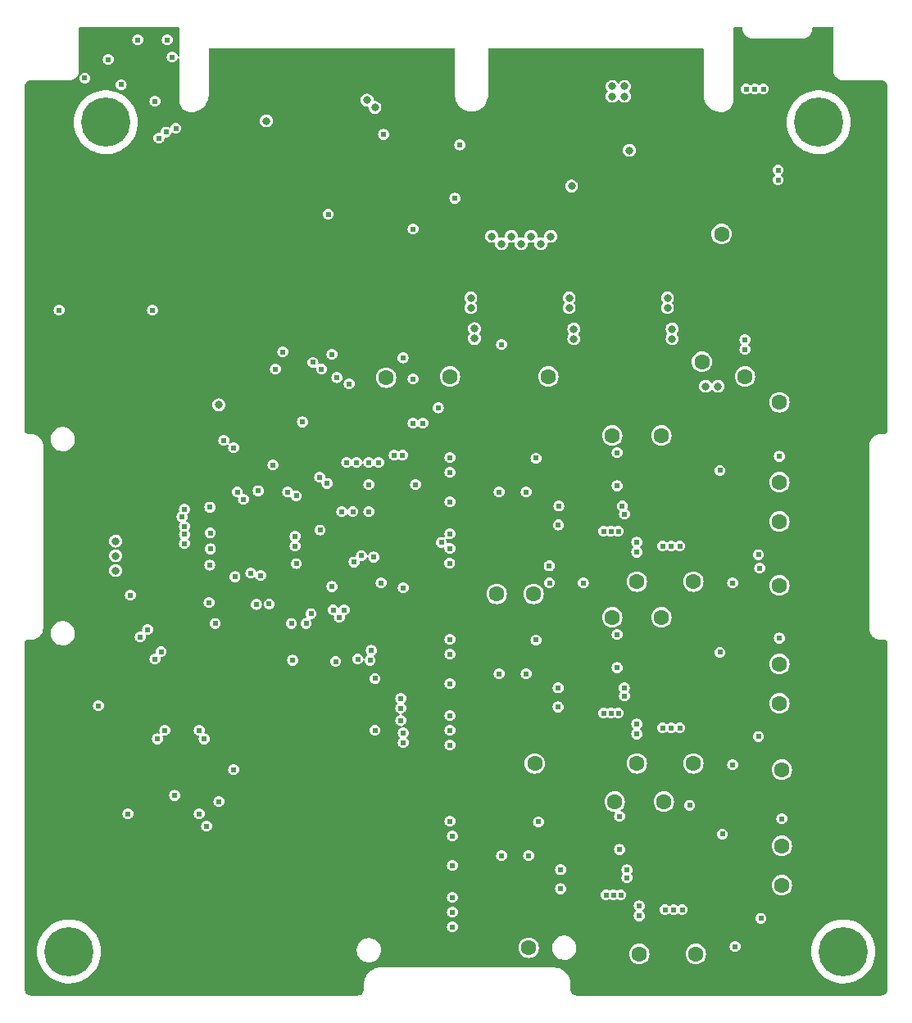
<source format=gbr>
%TF.GenerationSoftware,KiCad,Pcbnew,7.0.5*%
%TF.CreationDate,2023-06-30T17:38:18-04:00*%
%TF.ProjectId,magnetotorqer-drive-board,6d61676e-6574-46f7-946f-727165722d64,A*%
%TF.SameCoordinates,Original*%
%TF.FileFunction,Copper,L2,Inr*%
%TF.FilePolarity,Positive*%
%FSLAX46Y46*%
G04 Gerber Fmt 4.6, Leading zero omitted, Abs format (unit mm)*
G04 Created by KiCad (PCBNEW 7.0.5) date 2023-06-30 17:38:18*
%MOMM*%
%LPD*%
G01*
G04 APERTURE LIST*
%TA.AperFunction,ComponentPad*%
%ADD10C,1.600000*%
%TD*%
%TA.AperFunction,ComponentPad*%
%ADD11C,5.080000*%
%TD*%
%TA.AperFunction,ComponentPad*%
%ADD12C,1.524000*%
%TD*%
%TA.AperFunction,ViaPad*%
%ADD13C,0.609600*%
%TD*%
%TA.AperFunction,ViaPad*%
%ADD14C,0.812800*%
%TD*%
G04 APERTURE END LIST*
D10*
%TO.N,/Z+*%
%TO.C,TP31*%
X142240000Y-140462000D03*
%TD*%
%TO.N,/Y_REG_EN*%
%TO.C,TP27*%
X116713000Y-127889000D03*
%TD*%
%TO.N,+5VA*%
%TO.C,TP11*%
X118110000Y-87884000D03*
%TD*%
%TO.N,GND*%
%TO.C,TP22*%
X123444000Y-109093000D03*
%TD*%
D11*
%TO.N,Net-(C4-Pad2)*%
%TO.C,H4*%
X148590000Y-147320000D03*
%TD*%
D10*
%TO.N,/Z Driver/VDRV*%
%TO.C,TP37*%
X130048000Y-131826000D03*
%TD*%
%TO.N,GND*%
%TO.C,TP38*%
X123190000Y-147574000D03*
%TD*%
D12*
%TO.N,GND*%
%TO.C,TP2*%
X95885000Y-147320000D03*
%TD*%
D10*
%TO.N,GND*%
%TO.C,TP30*%
X122174000Y-127889000D03*
%TD*%
%TO.N,Net-(R69-Pad2)*%
%TO.C,TP18*%
X124714000Y-93980000D03*
%TD*%
%TO.N,/X+*%
%TO.C,TP15*%
X141986000Y-102870000D03*
%TD*%
%TO.N,/TEMP_A*%
%TO.C,TP4*%
X101346000Y-88011000D03*
%TD*%
%TO.N,VAA*%
%TO.C,TP9*%
X136017000Y-73152000D03*
%TD*%
%TO.N,VAA*%
%TO.C,TP20*%
X127254000Y-109093000D03*
%TD*%
D12*
%TO.N,GND*%
%TO.C,TP3*%
X148590000Y-86995000D03*
%TD*%
D10*
%TO.N,+3V3A*%
%TO.C,TP12*%
X133985000Y-86360000D03*
%TD*%
%TO.N,+1V65A*%
%TO.C,TP13*%
X138430000Y-87884000D03*
%TD*%
%TO.N,/Y+*%
%TO.C,TP23*%
X141986000Y-121666000D03*
%TD*%
D11*
%TO.N,Net-(C3-Pad2)*%
%TO.C,H3*%
X68580000Y-147320000D03*
%TD*%
D10*
%TO.N,/TEMP_B*%
%TO.C,TP5*%
X116586000Y-110363000D03*
%TD*%
%TO.N,/Y-*%
%TO.C,TP24*%
X141986000Y-117602000D03*
%TD*%
%TO.N,/X_REG_EN*%
%TO.C,TP19*%
X112776000Y-110363000D03*
%TD*%
%TO.N,/X_TEMP*%
%TO.C,TP6*%
X141986000Y-90551000D03*
%TD*%
%TO.N,/Y Driver/VDRV*%
%TO.C,TP29*%
X129794000Y-112776000D03*
%TD*%
D11*
%TO.N,Net-(C2-Pad2)*%
%TO.C,H2*%
X146050000Y-61595000D03*
%TD*%
D10*
%TO.N,+3V3D*%
%TO.C,TP10*%
X107950000Y-87884000D03*
%TD*%
%TO.N,Net-(R88-Pad2)*%
%TO.C,TP26*%
X124714000Y-112776000D03*
%TD*%
%TO.N,Net-(R107-Pad2)*%
%TO.C,TP34*%
X124968000Y-131826000D03*
%TD*%
%TO.N,/Z-*%
%TO.C,TP32*%
X142240000Y-136398000D03*
%TD*%
%TO.N,VAA*%
%TO.C,TP36*%
X127508000Y-147574000D03*
%TD*%
%TO.N,/Z_VRSEN*%
%TO.C,TP33*%
X133350000Y-147574000D03*
%TD*%
%TO.N,/X_VRSEN*%
%TO.C,TP17*%
X133096000Y-109093000D03*
%TD*%
%TO.N,/X Driver/VDRV*%
%TO.C,TP21*%
X129794000Y-93980000D03*
%TD*%
%TO.N,/Z_TEMP*%
%TO.C,TP8*%
X142240000Y-128524000D03*
%TD*%
%TO.N,/Y_TEMP*%
%TO.C,TP7*%
X141986000Y-109474000D03*
%TD*%
%TO.N,/Y_VRSEN*%
%TO.C,TP25*%
X133096000Y-127889000D03*
%TD*%
%TO.N,/X-*%
%TO.C,TP16*%
X141986000Y-98806000D03*
%TD*%
D11*
%TO.N,Net-(C1-Pad2)*%
%TO.C,H1*%
X72390000Y-61595000D03*
%TD*%
D10*
%TO.N,VAA*%
%TO.C,TP28*%
X127254000Y-127889000D03*
%TD*%
D12*
%TO.N,GND*%
%TO.C,TP1*%
X69850000Y-86995000D03*
%TD*%
D10*
%TO.N,/Z_REG_EN*%
%TO.C,TP35*%
X116078000Y-146939000D03*
%TD*%
%TO.N,GND*%
%TO.C,TP14*%
X124460000Y-87884000D03*
%TD*%
D13*
%TO.N,GND*%
X118491000Y-115316000D03*
D14*
X118583811Y-57896189D03*
D13*
X137668000Y-144526000D03*
X136144000Y-136144000D03*
X74422000Y-55118000D03*
X142494000Y-81534000D03*
X100965000Y-137668000D03*
X80518000Y-144780000D03*
D14*
X112983811Y-58928000D03*
D13*
X120142000Y-124079000D03*
D14*
X96983811Y-57912000D03*
D13*
X122174000Y-137160000D03*
X121920000Y-124968000D03*
X116840000Y-93345000D03*
X92075000Y-108029000D03*
D14*
X146050000Y-70485000D03*
D13*
X81534000Y-88265000D03*
D14*
X133858000Y-141732000D03*
D13*
X121920000Y-122428000D03*
X83693000Y-117221000D03*
X122428000Y-95758000D03*
X144145000Y-112784000D03*
D14*
X133604000Y-101600000D03*
D13*
X81280000Y-128016000D03*
D14*
X133604000Y-120396000D03*
D13*
X118491000Y-113792000D03*
D14*
X112268000Y-63627000D03*
X133604000Y-124206000D03*
D13*
X68580000Y-120777000D03*
D14*
X131572000Y-125730000D03*
D13*
X94361000Y-108585000D03*
X122682000Y-135382000D03*
X91709000Y-72644000D03*
X143256000Y-55626000D03*
X118999000Y-132588000D03*
X122428000Y-96774000D03*
D14*
X133604000Y-121666000D03*
D13*
X91313000Y-65913000D03*
X91186000Y-80010000D03*
X89916000Y-102108000D03*
X88392000Y-144907000D03*
X86553304Y-108585000D03*
X122936000Y-103632000D03*
X113488000Y-122986000D03*
X139446000Y-146050000D03*
X122428000Y-116586000D03*
X88138000Y-112903000D03*
D14*
X118745000Y-63627000D03*
D13*
X136906000Y-142748000D03*
D14*
X133604000Y-102870000D03*
D13*
X137414000Y-125730000D03*
X76327000Y-92075000D03*
X142494000Y-84074000D03*
X113488000Y-104190000D03*
X81534000Y-65913000D03*
D14*
X133858000Y-140462000D03*
D13*
X149479000Y-107442000D03*
D14*
X131572000Y-106680000D03*
D13*
X84094748Y-101757534D03*
X112776000Y-141732000D03*
X74676000Y-138176000D03*
X133223000Y-114300000D03*
X149733000Y-80264000D03*
X87630000Y-137287000D03*
X74676000Y-134366000D03*
X113742000Y-141782000D03*
D14*
X133604000Y-117856000D03*
X133604000Y-99060000D03*
X115951000Y-79756000D03*
D13*
X68453000Y-99441000D03*
X71882000Y-125476000D03*
X68580000Y-137922000D03*
X100711000Y-145161000D03*
D14*
X105410000Y-83021001D03*
D13*
X114252161Y-118618000D03*
X144018000Y-131572000D03*
X116840000Y-97282000D03*
X120396000Y-142875000D03*
X79756000Y-128016000D03*
X84836000Y-147574000D03*
X91948000Y-103378000D03*
X145034000Y-78232000D03*
X135890000Y-117348000D03*
X143002000Y-57912000D03*
X99695000Y-109220000D03*
X140462000Y-55588500D03*
X73406000Y-100584000D03*
X75424714Y-58033290D03*
X86360000Y-117094000D03*
X122682000Y-134366000D03*
X105664000Y-109728000D03*
X99045000Y-69454000D03*
X122682000Y-136398000D03*
X138430000Y-98552000D03*
D14*
X125730000Y-83021001D03*
D13*
X122174000Y-141224000D03*
D14*
X133604000Y-122936000D03*
D13*
X142494000Y-85090000D03*
X121920000Y-104902000D03*
X81534000Y-83312000D03*
D14*
X127383811Y-57896189D03*
D13*
X104394000Y-109728000D03*
X77724000Y-129286000D03*
X83820000Y-128524000D03*
X117094000Y-134874000D03*
X133477000Y-133096000D03*
X73389498Y-52324000D03*
X99314000Y-78232000D03*
X120015000Y-131318000D03*
X123190000Y-141224000D03*
X81534000Y-71120000D03*
X138684000Y-136144000D03*
X68580000Y-107823000D03*
X72390000Y-71120000D03*
D14*
X105791000Y-80772000D03*
D13*
X100584000Y-92710000D03*
X97282000Y-92710000D03*
X99568000Y-92710000D03*
X102108000Y-71755000D03*
D14*
X126111000Y-80772000D03*
D13*
X73406000Y-99314000D03*
X118999000Y-134112000D03*
X83185000Y-103251000D03*
X122682000Y-113030000D03*
X100709912Y-81795311D03*
X122428000Y-97790000D03*
X120904000Y-87884000D03*
X118110000Y-144145000D03*
X121920000Y-103632000D03*
X88138000Y-92456000D03*
X138430000Y-118298000D03*
X103759000Y-134747000D03*
X117856000Y-125476000D03*
D14*
X137033000Y-61976000D03*
X132842000Y-125222000D03*
D13*
X149733000Y-84074000D03*
X121920000Y-118364000D03*
X122428000Y-98806000D03*
D14*
X137033000Y-60960000D03*
D13*
X117856000Y-116078000D03*
D14*
X133604000Y-119126000D03*
X125730000Y-84037000D03*
X133858000Y-143256000D03*
X133604000Y-105664000D03*
D13*
X114252161Y-99822000D03*
X142494000Y-77978000D03*
X76327000Y-85852000D03*
X121920000Y-106172000D03*
X110490000Y-93345000D03*
X122428000Y-117602000D03*
X86507060Y-101554729D03*
X144145000Y-93980000D03*
X92075000Y-101029000D03*
X122936000Y-122428000D03*
X76717041Y-128134369D03*
X104140000Y-147701000D03*
X119888000Y-105918000D03*
X122428000Y-115570000D03*
X85503709Y-101586751D03*
X138430000Y-117348000D03*
D14*
X132842000Y-144018000D03*
D13*
X104394000Y-63754000D03*
X142494000Y-78994000D03*
D14*
X112983811Y-57896189D03*
D13*
X98298000Y-92710000D03*
X149606000Y-64897000D03*
X89916000Y-103378000D03*
X121920000Y-99568000D03*
D14*
X133858000Y-137922000D03*
D13*
X136652000Y-105156000D03*
D14*
X113665000Y-63627000D03*
X115570000Y-84037000D03*
D13*
X68580000Y-133604000D03*
D14*
X127383811Y-58928000D03*
X131572000Y-144272000D03*
D13*
X149860000Y-74803000D03*
D14*
X117475000Y-63627000D03*
D13*
X87630000Y-117094000D03*
X122936000Y-118364000D03*
X116840000Y-116078000D03*
D14*
X105791000Y-79756000D03*
D13*
X112268000Y-122682000D03*
D14*
X96983811Y-58943811D03*
D13*
X114506161Y-137414000D03*
D14*
X132842000Y-106680000D03*
D13*
X129286000Y-88138000D03*
D14*
X118583811Y-58928000D03*
X114583811Y-57896189D03*
D13*
X149352000Y-126238000D03*
X88900000Y-117094000D03*
X122428000Y-114554000D03*
X76327000Y-96901000D03*
X122936000Y-99568000D03*
D14*
X133604000Y-104140000D03*
D13*
X76454000Y-147447000D03*
D14*
X126111000Y-79756000D03*
X133858000Y-136652000D03*
D13*
X122682000Y-133350000D03*
X87630000Y-136525000D03*
X104648000Y-69469000D03*
X93345000Y-117221000D03*
X73406000Y-101854000D03*
X135890000Y-98552000D03*
X74676000Y-135636000D03*
X122682000Y-131318000D03*
X89154000Y-100838000D03*
D14*
X133604000Y-100330000D03*
D13*
X108077000Y-67818000D03*
X149606000Y-68961000D03*
X100965000Y-130048000D03*
D14*
X115951000Y-80772000D03*
D13*
X99314000Y-79248000D03*
X93345000Y-115824000D03*
X113284000Y-87884000D03*
X122174000Y-142494000D03*
X138430000Y-99502000D03*
X89916000Y-105410000D03*
X89152077Y-99702069D03*
X112522000Y-104140000D03*
X91440000Y-147574000D03*
D14*
X115570000Y-83021001D03*
D13*
X98806000Y-84328000D03*
D14*
X105410000Y-84037000D03*
D13*
X81534000Y-75692000D03*
X137414000Y-106934000D03*
X103886000Y-141224000D03*
D14*
X114583811Y-58928000D03*
X133858000Y-139192000D03*
D13*
X105029000Y-118110000D03*
X113538000Y-93345000D03*
X91186000Y-75692000D03*
X136652000Y-123952000D03*
X140462000Y-147320000D03*
X121920000Y-123698000D03*
X122174000Y-143764000D03*
X88646000Y-97028000D03*
X79502000Y-97790000D03*
X123190000Y-137160000D03*
X138684000Y-137094000D03*
X133223000Y-95504000D03*
%TO.N,Net-(U4-V_{DD})*%
X121729000Y-109220000D03*
%TO.N,/TEMP_B*%
X83133000Y-107390000D03*
X95885000Y-112014000D03*
X118207000Y-107457000D03*
%TO.N,/~{RST}*%
X91186000Y-99822000D03*
X100838000Y-109220000D03*
X99822000Y-116205000D03*
X96774000Y-101854000D03*
%TO.N,/Control/VDDCORE*%
X89662000Y-97028000D03*
%TO.N,LED_VCC*%
X70221000Y-57033000D03*
X67564000Y-81026000D03*
X71628000Y-121920000D03*
X77470000Y-59436000D03*
X75692000Y-53086000D03*
%TO.N,+5VA*%
X116078000Y-137414000D03*
D14*
X120750000Y-83992000D03*
X120750000Y-82976000D03*
D13*
X117094000Y-133924000D03*
X116840000Y-96332000D03*
X115824000Y-118618000D03*
X116840000Y-115128000D03*
X115824000Y-99822000D03*
D14*
%TO.N,VAA*%
X110109000Y-79756000D03*
X118364000Y-73406000D03*
X112268000Y-73406000D03*
X117348000Y-74168000D03*
X114300000Y-73406000D03*
D13*
X72644000Y-55118000D03*
D14*
X130429000Y-80772000D03*
D13*
X127508000Y-142621000D03*
X78613000Y-62611000D03*
D14*
X116332000Y-73406000D03*
X120269000Y-80772000D03*
X115316000Y-74168000D03*
D13*
X127254000Y-124841000D03*
X90678000Y-85344000D03*
D14*
X113284000Y-74168000D03*
X120269000Y-79756000D03*
D13*
X127254000Y-123825000D03*
D14*
X130429000Y-79756000D03*
X110109000Y-80772000D03*
D13*
X74930000Y-110490000D03*
X127508000Y-143637000D03*
X127254000Y-106045000D03*
X127254000Y-105029000D03*
%TO.N,/Y Driver/Adjustable Buck Regulator 1/INTVCC*%
X119126000Y-120071000D03*
X125963303Y-120071000D03*
X119126000Y-122047000D03*
%TO.N,/Y Driver/Adjustable Buck Regulator 1/BST*%
X125984000Y-120904000D03*
%TO.N,/Y Driver/Adjustable Buck Regulator 1/SW*%
X125349000Y-122682000D03*
X123825000Y-122682000D03*
X129921000Y-124206000D03*
X130810000Y-124206000D03*
X124587000Y-122682000D03*
X131699000Y-124206000D03*
%TO.N,/Y Driver/VDRV*%
X125222000Y-114554000D03*
%TO.N,/X Driver/Adjustable Buck Regulator 1/INTVCC*%
X125756079Y-101273325D03*
X119197000Y-101275000D03*
X119152000Y-103225000D03*
%TO.N,/X Driver/Adjustable Buck Regulator 1/BST*%
X125984000Y-102108000D03*
%TO.N,/X Driver/Adjustable Buck Regulator 1/SW*%
X129921000Y-105410000D03*
X125349000Y-103886000D03*
X131699000Y-105410000D03*
X123825000Y-103886000D03*
X124587000Y-103886000D03*
X130810000Y-105410000D03*
%TO.N,/X Driver/VDRV*%
X125222000Y-95758000D03*
D14*
%TO.N,/VBATT*%
X124714000Y-57896189D03*
X124714000Y-58928000D03*
X125984000Y-58928000D03*
D13*
X108966000Y-63945000D03*
X101092000Y-62865000D03*
D14*
X125984000Y-57896189D03*
D13*
%TO.N,/Z Driver/Adjustable Buck Regulator 1/INTVCC*%
X126238000Y-138887697D03*
X119380000Y-140843000D03*
X119380000Y-138867000D03*
%TO.N,/Z Driver/Adjustable Buck Regulator 1/BST*%
X126238000Y-139700000D03*
%TO.N,/Z Driver/Adjustable Buck Regulator 1/SW*%
X124079000Y-141478000D03*
X131064000Y-143002000D03*
X130175000Y-143002000D03*
X124841000Y-141478000D03*
X131953000Y-143002000D03*
X125603000Y-141478000D03*
%TO.N,/Z Driver/VDRV*%
X125476000Y-133350000D03*
%TO.N,/D-*%
X102186200Y-96012000D03*
%TO.N,/D+*%
X103045800Y-96012000D03*
D14*
%TO.N,/X_TEMP*%
X73406000Y-104902000D03*
X84074000Y-90805000D03*
D13*
%TO.N,/Y_TEMP*%
X78486000Y-124460000D03*
X100203000Y-124460000D03*
X82042000Y-124460000D03*
X100203000Y-119101100D03*
D14*
X73406000Y-106413498D03*
D13*
%TO.N,/Z_TEMP*%
X77724000Y-125349000D03*
D14*
X73406000Y-107950000D03*
D13*
X82550000Y-125349000D03*
X132715000Y-132207000D03*
%TO.N,5V_USB*%
X141859000Y-66548000D03*
X141859000Y-67564000D03*
X97536000Y-88646000D03*
%TO.N,Net-(LED2-K)*%
X78740000Y-53086000D03*
%TO.N,/Control/SWDIO*%
X82042000Y-133096000D03*
X85979000Y-99822000D03*
%TO.N,/Control/SWCLK*%
X86614000Y-100584000D03*
X82804000Y-134366000D03*
%TO.N,/Power/~{HRST}*%
X104140000Y-72644000D03*
%TO.N,/~{Y_HB_SLEEP}*%
X102870000Y-121158000D03*
X80518000Y-104190303D03*
%TO.N,/Y_PH_EN*%
X88392000Y-108458000D03*
X96520000Y-112776000D03*
%TO.N,/Y_HB_PH*%
X83201443Y-105702040D03*
X97028000Y-112014000D03*
%TO.N,/Control/QSPI{slash}CS*%
X83692500Y-113411000D03*
X87376000Y-108204000D03*
%TO.N,/Control/WDT_WDI*%
X96266000Y-87986100D03*
X99568000Y-99060000D03*
X104394000Y-99060000D03*
X79629000Y-62230000D03*
%TO.N,/~{FAULT}*%
X95758000Y-85598000D03*
X73976500Y-57722500D03*
X77875900Y-63246000D03*
X92710000Y-92583000D03*
D14*
X100203000Y-60071000D03*
D13*
%TO.N,/Control/MISO*%
X91948000Y-105410000D03*
%TO.N,/RX*%
X99568000Y-101854000D03*
X93793660Y-86427660D03*
%TO.N,/Control/NEOPIXEL_DIN*%
X94533905Y-103750376D03*
X96139000Y-117348000D03*
%TO.N,/MOSI*%
X100076000Y-106553000D03*
X108204000Y-144780000D03*
X107950000Y-96266000D03*
X107950000Y-125984000D03*
X107950000Y-115062000D03*
X107922160Y-107188000D03*
X107950000Y-133858000D03*
%TO.N,/SCK*%
X107950000Y-116586000D03*
X98806000Y-106390000D03*
X107950000Y-97790000D03*
X108204000Y-135382000D03*
X107950000Y-124460000D03*
X107950000Y-105664000D03*
X108204000Y-143256000D03*
%TO.N,/~{Y_SYNC}*%
X80518000Y-103378000D03*
X102870000Y-122174000D03*
%TO.N,/Y_REG_EN*%
X80264000Y-102390000D03*
X102870000Y-123444000D03*
%TO.N,/X_PH_EN*%
X106747660Y-91118340D03*
X98044000Y-107061000D03*
X107061000Y-105029000D03*
X105156000Y-92710000D03*
%TO.N,/Z_PH_EN*%
X77470000Y-117094000D03*
X103128160Y-125725840D03*
X75946000Y-114808000D03*
X84582000Y-94488000D03*
%TO.N,/Z_HB_PH*%
X78105500Y-116332000D03*
X103124000Y-124714000D03*
X85598000Y-95250000D03*
X76708000Y-114046000D03*
%TO.N,/HARD_RESET*%
X108458000Y-69469000D03*
X104140000Y-92710000D03*
X104140000Y-88138000D03*
%TO.N,/~{Z_SYNC}*%
X93599000Y-112395000D03*
X89264821Y-111395179D03*
%TO.N,/Z_REG_EN*%
X87951660Y-111438340D03*
X93091000Y-113411000D03*
%TO.N,/X_VRSEN*%
X83141000Y-101390000D03*
%TO.N,/Y_VRSEN*%
X80518000Y-101600000D03*
%TO.N,/Z_VRSEN*%
X80518000Y-105156000D03*
D14*
%TO.N,/RX_4*%
X99383811Y-59309000D03*
D13*
%TO.N,/Control/QSPI{slash}DATA0*%
X91694000Y-117221000D03*
X83058000Y-111252000D03*
%TO.N,/Control/PA12*%
X91948000Y-104394000D03*
X95758000Y-109601000D03*
%TO.N,/TX*%
X97917000Y-101854000D03*
X94679000Y-87122000D03*
%TO.N,+3V3D*%
X108204000Y-141732000D03*
X135851999Y-116398000D03*
X98298000Y-96774000D03*
X108204000Y-138430000D03*
X88137159Y-99697796D03*
X74676000Y-133096000D03*
X97282000Y-96774000D03*
D14*
X135636000Y-88900000D03*
D13*
X95377000Y-71120000D03*
X103124000Y-109728000D03*
D14*
X110490000Y-83947000D03*
D13*
X85598000Y-128524000D03*
X79248000Y-54864000D03*
X99568000Y-96774000D03*
X84074000Y-131826000D03*
X107950000Y-119634000D03*
X107950000Y-122936000D03*
X91567000Y-113411000D03*
X107950000Y-104140000D03*
D14*
X134366000Y-88900000D03*
D13*
X135851999Y-97602000D03*
X92075000Y-107216696D03*
X136105999Y-135194000D03*
X107950000Y-100838000D03*
X100584000Y-96774000D03*
X92075000Y-100216696D03*
D14*
X110490000Y-82931000D03*
D13*
X85741000Y-108585000D03*
%TO.N,+3V3A*%
X139827000Y-106299000D03*
D14*
X130910000Y-82976000D03*
D13*
X139827000Y-125095000D03*
X141986000Y-114935000D03*
X141987000Y-96139000D03*
X103100845Y-85954100D03*
X140081000Y-143891000D03*
X142240000Y-133604000D03*
X118237000Y-109220000D03*
D14*
X130910000Y-83992000D03*
D13*
X83185000Y-104063303D03*
X139954000Y-107696000D03*
%TO.N,+1V65A*%
X138430000Y-85090000D03*
X137414000Y-146812000D03*
X137160000Y-128016000D03*
X138430000Y-84074000D03*
X137160000Y-109220000D03*
%TO.N,/5V_DB*%
X77216000Y-81026000D03*
X79502000Y-131191000D03*
X113284000Y-84582000D03*
X89916000Y-87122000D03*
%TO.N,/5V_USB_IN*%
X139446000Y-58166000D03*
X140335000Y-58166000D03*
X138557000Y-58166000D03*
D14*
%TO.N,/BUS_LED_PWR*%
X88983811Y-61468000D03*
D13*
%TO.N,/RX_DEBUG*%
X99695000Y-117221000D03*
X95250000Y-98933000D03*
%TO.N,/TX_DEBUG*%
X98425000Y-117094000D03*
X94488000Y-98298000D03*
%TO.N,Net-(U14-EXT_CAP)*%
X113030000Y-99822000D03*
%TO.N,Net-(U18-EXT_CAP)*%
X113030000Y-118618000D03*
%TO.N,Net-(U23-EXT_CAP)*%
X113284000Y-137414000D03*
D14*
%TO.N,Net-(Q5-G)*%
X126492000Y-64516000D03*
X120523000Y-68199000D03*
D13*
%TO.N,Net-(U15-PGOOD)*%
X125222000Y-99187000D03*
%TO.N,Net-(U19-PGOOD)*%
X125222000Y-117983000D03*
%TO.N,Net-(U24-PGOOD)*%
X125476000Y-136779000D03*
%TD*%
%TA.AperFunction,Conductor*%
%TO.N,GND*%
G36*
X79942631Y-51784913D02*
G01*
X79979176Y-51835213D01*
X79984100Y-51866300D01*
X79984100Y-54673831D01*
X79964887Y-54732962D01*
X79914587Y-54769507D01*
X79852413Y-54769507D01*
X79802113Y-54732962D01*
X79790558Y-54712329D01*
X79736549Y-54581941D01*
X79736545Y-54581934D01*
X79646899Y-54465105D01*
X79646894Y-54465100D01*
X79530065Y-54375454D01*
X79530058Y-54375450D01*
X79394006Y-54319095D01*
X79394003Y-54319094D01*
X79248003Y-54299874D01*
X79247997Y-54299874D01*
X79101996Y-54319094D01*
X79101993Y-54319095D01*
X78965941Y-54375450D01*
X78965934Y-54375454D01*
X78849105Y-54465100D01*
X78849100Y-54465105D01*
X78759454Y-54581934D01*
X78759450Y-54581941D01*
X78703095Y-54717993D01*
X78703094Y-54717996D01*
X78683874Y-54863996D01*
X78683874Y-54864003D01*
X78703094Y-55010003D01*
X78703095Y-55010006D01*
X78759450Y-55146058D01*
X78759454Y-55146065D01*
X78849100Y-55262894D01*
X78849105Y-55262899D01*
X78965934Y-55352545D01*
X78965941Y-55352549D01*
X79101993Y-55408904D01*
X79101996Y-55408905D01*
X79247997Y-55428126D01*
X79248000Y-55428126D01*
X79248003Y-55428126D01*
X79394003Y-55408905D01*
X79394005Y-55408904D01*
X79394007Y-55408904D01*
X79530063Y-55352547D01*
X79646897Y-55262897D01*
X79736547Y-55146063D01*
X79790558Y-55015669D01*
X79830937Y-54968392D01*
X79891393Y-54953878D01*
X79948835Y-54977671D01*
X79981320Y-55030683D01*
X79984100Y-55054168D01*
X79984100Y-59366065D01*
X79983997Y-59369278D01*
X79980390Y-59425653D01*
X79978874Y-59449348D01*
X80000262Y-59641839D01*
X80000263Y-59641842D01*
X80054760Y-59827687D01*
X80140714Y-60001244D01*
X80140717Y-60001249D01*
X80255509Y-60157234D01*
X80395653Y-60290910D01*
X80395656Y-60290912D01*
X80556885Y-60398210D01*
X80556889Y-60398212D01*
X80734311Y-60475874D01*
X80734312Y-60475874D01*
X80734314Y-60475875D01*
X80922529Y-60521538D01*
X80997032Y-60526270D01*
X81000979Y-60526679D01*
X81015032Y-60528700D01*
X81033665Y-60528700D01*
X81036854Y-60528801D01*
X81040571Y-60529037D01*
X81085983Y-60531921D01*
X81092191Y-60530672D01*
X81112016Y-60528700D01*
X81209309Y-60528700D01*
X81214863Y-60529007D01*
X81223439Y-60529958D01*
X81223444Y-60529960D01*
X81223448Y-60529959D01*
X81223449Y-60529960D01*
X81233314Y-60529758D01*
X81284714Y-60528709D01*
X81285692Y-60528700D01*
X81316367Y-60528700D01*
X81316368Y-60528700D01*
X81318466Y-60528398D01*
X81324614Y-60527895D01*
X81339608Y-60527589D01*
X81415752Y-60526036D01*
X81663225Y-60485284D01*
X81902379Y-60409729D01*
X82128346Y-60300907D01*
X82336527Y-60161035D01*
X82522682Y-59992959D01*
X82683023Y-59800101D01*
X82814285Y-59586387D01*
X82913797Y-59356168D01*
X82926607Y-59309003D01*
X98718056Y-59309003D01*
X98737402Y-59468323D01*
X98794315Y-59618391D01*
X98794315Y-59618392D01*
X98853087Y-59703538D01*
X98885487Y-59750477D01*
X99005620Y-59856905D01*
X99147731Y-59931491D01*
X99303563Y-59969900D01*
X99303567Y-59969900D01*
X99436646Y-59969900D01*
X99495777Y-59989113D01*
X99532322Y-60039413D01*
X99536371Y-60064976D01*
X99536512Y-60064959D01*
X99536983Y-60068844D01*
X99537246Y-60070500D01*
X99537246Y-60071003D01*
X99556591Y-60230323D01*
X99613504Y-60380391D01*
X99613504Y-60380392D01*
X99653895Y-60438908D01*
X99704676Y-60512477D01*
X99824809Y-60618905D01*
X99966920Y-60693491D01*
X100122752Y-60731900D01*
X100122756Y-60731900D01*
X100283244Y-60731900D01*
X100283248Y-60731900D01*
X100439080Y-60693491D01*
X100581191Y-60618905D01*
X100701324Y-60512477D01*
X100792496Y-60380391D01*
X100849408Y-60230325D01*
X100867779Y-60079032D01*
X100868754Y-60071003D01*
X100868754Y-60070996D01*
X100849408Y-59911676D01*
X100841143Y-59889882D01*
X100792496Y-59761609D01*
X100762438Y-59718063D01*
X100709827Y-59641842D01*
X100701324Y-59629523D01*
X100581191Y-59523095D01*
X100441951Y-59450016D01*
X100439082Y-59448510D01*
X100439081Y-59448509D01*
X100439080Y-59448509D01*
X100360068Y-59429034D01*
X100283250Y-59410100D01*
X100283248Y-59410100D01*
X100150165Y-59410100D01*
X100091034Y-59390887D01*
X100054489Y-59340587D01*
X100050439Y-59315023D01*
X100050299Y-59315041D01*
X100049827Y-59311155D01*
X100049565Y-59309500D01*
X100049565Y-59308996D01*
X100034088Y-59181539D01*
X100030219Y-59149675D01*
X99973307Y-58999609D01*
X99882135Y-58867523D01*
X99762002Y-58761095D01*
X99619891Y-58686509D01*
X99540879Y-58667034D01*
X99464061Y-58648100D01*
X99464059Y-58648100D01*
X99303563Y-58648100D01*
X99303560Y-58648100D01*
X99202884Y-58672915D01*
X99147731Y-58686509D01*
X99147730Y-58686509D01*
X99147728Y-58686510D01*
X99005623Y-58761093D01*
X99005621Y-58761094D01*
X99005620Y-58761095D01*
X98885487Y-58867523D01*
X98885486Y-58867524D01*
X98794315Y-58999607D01*
X98794315Y-58999608D01*
X98737402Y-59149676D01*
X98718056Y-59308996D01*
X98718056Y-59309003D01*
X82926607Y-59309003D01*
X82979532Y-59114130D01*
X83010153Y-58865201D01*
X83007709Y-58745484D01*
X83007700Y-58744507D01*
X83007700Y-54050700D01*
X83026913Y-53991569D01*
X83077213Y-53955024D01*
X83108300Y-53950100D01*
X108356900Y-53950100D01*
X108416031Y-53969313D01*
X108452576Y-54019613D01*
X108457500Y-54050699D01*
X108457500Y-58734054D01*
X108457500Y-58734055D01*
X108457500Y-58801000D01*
X108457500Y-58923659D01*
X108460921Y-58947450D01*
X108492410Y-59166471D01*
X108492412Y-59166483D01*
X108561524Y-59401858D01*
X108561525Y-59401861D01*
X108592314Y-59469279D01*
X108663435Y-59625012D01*
X108796065Y-59831387D01*
X108796070Y-59831393D01*
X108796074Y-59831398D01*
X108956709Y-60016781D01*
X108956718Y-60016790D01*
X109123184Y-60161033D01*
X109142113Y-60177435D01*
X109348488Y-60310065D01*
X109541506Y-60398213D01*
X109571638Y-60411974D01*
X109571641Y-60411975D01*
X109602967Y-60421173D01*
X109807019Y-60481088D01*
X110049841Y-60516000D01*
X110049843Y-60516000D01*
X110295157Y-60516000D01*
X110295159Y-60516000D01*
X110537981Y-60481088D01*
X110773362Y-60411974D01*
X110996512Y-60310065D01*
X111202887Y-60177435D01*
X111388286Y-60016786D01*
X111548935Y-59831387D01*
X111681565Y-59625012D01*
X111783474Y-59401862D01*
X111852588Y-59166481D01*
X111886875Y-58928003D01*
X124048246Y-58928003D01*
X124067591Y-59087323D01*
X124124504Y-59237391D01*
X124124504Y-59237392D01*
X124157747Y-59285552D01*
X124215676Y-59369477D01*
X124335809Y-59475905D01*
X124477920Y-59550491D01*
X124633752Y-59588900D01*
X124633756Y-59588900D01*
X124794244Y-59588900D01*
X124794248Y-59588900D01*
X124950080Y-59550491D01*
X125092191Y-59475905D01*
X125212324Y-59369477D01*
X125266208Y-59291411D01*
X125315610Y-59253662D01*
X125377766Y-59252159D01*
X125428934Y-59287478D01*
X125431788Y-59291407D01*
X125485676Y-59369477D01*
X125605809Y-59475905D01*
X125747920Y-59550491D01*
X125903752Y-59588900D01*
X125903756Y-59588900D01*
X126064244Y-59588900D01*
X126064248Y-59588900D01*
X126220080Y-59550491D01*
X126362191Y-59475905D01*
X126482324Y-59369477D01*
X126573496Y-59237391D01*
X126630408Y-59087325D01*
X126641059Y-58999607D01*
X126649754Y-58928003D01*
X126649754Y-58927996D01*
X126630408Y-58768676D01*
X126630408Y-58768675D01*
X126573496Y-58618609D01*
X126562264Y-58602337D01*
X126482324Y-58486523D01*
X126478286Y-58481965D01*
X126479487Y-58480900D01*
X126451787Y-58433796D01*
X126457791Y-58371913D01*
X126478941Y-58342805D01*
X126478286Y-58342224D01*
X126482319Y-58337669D01*
X126482324Y-58337666D01*
X126573496Y-58205580D01*
X126630408Y-58055514D01*
X126638146Y-57991784D01*
X126649754Y-57896192D01*
X126649754Y-57896185D01*
X126630408Y-57736865D01*
X126630408Y-57736864D01*
X126573496Y-57586798D01*
X126573103Y-57586229D01*
X126507413Y-57491060D01*
X126482324Y-57454712D01*
X126362191Y-57348284D01*
X126220080Y-57273698D01*
X126132453Y-57252100D01*
X126064250Y-57235289D01*
X126064248Y-57235289D01*
X125903752Y-57235289D01*
X125903749Y-57235289D01*
X125819902Y-57255956D01*
X125747920Y-57273698D01*
X125747919Y-57273698D01*
X125747917Y-57273699D01*
X125605812Y-57348282D01*
X125605810Y-57348283D01*
X125605809Y-57348284D01*
X125485676Y-57454712D01*
X125460587Y-57491060D01*
X125431792Y-57532777D01*
X125382390Y-57570526D01*
X125320233Y-57572028D01*
X125269065Y-57536709D01*
X125266208Y-57532777D01*
X125258458Y-57521549D01*
X125212324Y-57454712D01*
X125092191Y-57348284D01*
X124950080Y-57273698D01*
X124862453Y-57252100D01*
X124794250Y-57235289D01*
X124794248Y-57235289D01*
X124633752Y-57235289D01*
X124633749Y-57235289D01*
X124549902Y-57255956D01*
X124477920Y-57273698D01*
X124477919Y-57273698D01*
X124477917Y-57273699D01*
X124335812Y-57348282D01*
X124335810Y-57348283D01*
X124335809Y-57348284D01*
X124241429Y-57431897D01*
X124215675Y-57454713D01*
X124124504Y-57586796D01*
X124124504Y-57586797D01*
X124067591Y-57736865D01*
X124048246Y-57896185D01*
X124048246Y-57896192D01*
X124067591Y-58055512D01*
X124124504Y-58205580D01*
X124124504Y-58205581D01*
X124215675Y-58337665D01*
X124219714Y-58342224D01*
X124218512Y-58343288D01*
X124246212Y-58390390D01*
X124240209Y-58452274D01*
X124219057Y-58481390D01*
X124219710Y-58481969D01*
X124215674Y-58486523D01*
X124124505Y-58618607D01*
X124124504Y-58618608D01*
X124067591Y-58768676D01*
X124048246Y-58927996D01*
X124048246Y-58928003D01*
X111886875Y-58928003D01*
X111887500Y-58923659D01*
X111887500Y-58801000D01*
X111887500Y-58734055D01*
X111887500Y-54050699D01*
X111906713Y-53991569D01*
X111957013Y-53955024D01*
X111988100Y-53950100D01*
X134074400Y-53950100D01*
X134133531Y-53969313D01*
X134170076Y-54019613D01*
X134175000Y-54050700D01*
X134175000Y-58800060D01*
X134174351Y-58921395D01*
X134208092Y-59165308D01*
X134208095Y-59165323D01*
X134276211Y-59401952D01*
X134276213Y-59401956D01*
X134377320Y-59626488D01*
X134456083Y-59750477D01*
X134509356Y-59834341D01*
X134669636Y-60021286D01*
X134669642Y-60021292D01*
X134854877Y-60183502D01*
X134854885Y-60183508D01*
X134854891Y-60183513D01*
X135061351Y-60317720D01*
X135061357Y-60317723D01*
X135061364Y-60317727D01*
X135260086Y-60409726D01*
X135284812Y-60421173D01*
X135419983Y-60461621D01*
X135520721Y-60491766D01*
X135683339Y-60516000D01*
X135764279Y-60528062D01*
X135849266Y-60528497D01*
X135852605Y-60528625D01*
X135853615Y-60528697D01*
X135853632Y-60528700D01*
X135888704Y-60528700D01*
X135900945Y-60528762D01*
X135954345Y-60529036D01*
X135954350Y-60529034D01*
X135954813Y-60529037D01*
X135960171Y-60528700D01*
X136082702Y-60528700D01*
X136083714Y-60528710D01*
X136151735Y-60530157D01*
X136179078Y-60530739D01*
X136179080Y-60530738D01*
X136179090Y-60530739D01*
X136370286Y-60501202D01*
X136553447Y-60438909D01*
X136723006Y-60345754D01*
X136873811Y-60224567D01*
X137001278Y-60079032D01*
X137101534Y-59913572D01*
X137160512Y-59761609D01*
X137171531Y-59733218D01*
X137171531Y-59733217D01*
X137171532Y-59733215D01*
X137209143Y-59543442D01*
X137210466Y-59480767D01*
X137210968Y-59474673D01*
X137211300Y-59472368D01*
X137211300Y-59441928D01*
X137211311Y-59440867D01*
X137212134Y-59401858D01*
X137212600Y-59379801D01*
X137212598Y-59379796D01*
X137211603Y-59370757D01*
X137211300Y-59365241D01*
X137211300Y-58166003D01*
X137992874Y-58166003D01*
X138012094Y-58311998D01*
X138012095Y-58312006D01*
X138068450Y-58448058D01*
X138068454Y-58448065D01*
X138158100Y-58564894D01*
X138158105Y-58564899D01*
X138274934Y-58654545D01*
X138274941Y-58654549D01*
X138410993Y-58710904D01*
X138410996Y-58710905D01*
X138556997Y-58730126D01*
X138557000Y-58730126D01*
X138557003Y-58730126D01*
X138703003Y-58710905D01*
X138703005Y-58710904D01*
X138703007Y-58710904D01*
X138839063Y-58654547D01*
X138905147Y-58603839D01*
X138940259Y-58576897D01*
X138998867Y-58556142D01*
X139058481Y-58573801D01*
X139062741Y-58576897D01*
X139163934Y-58654545D01*
X139163941Y-58654549D01*
X139299993Y-58710904D01*
X139299996Y-58710905D01*
X139445997Y-58730126D01*
X139446000Y-58730126D01*
X139446003Y-58730126D01*
X139592003Y-58710905D01*
X139592005Y-58710904D01*
X139592007Y-58710904D01*
X139728063Y-58654547D01*
X139794147Y-58603839D01*
X139829259Y-58576897D01*
X139887867Y-58556142D01*
X139947481Y-58573801D01*
X139951741Y-58576897D01*
X140052934Y-58654545D01*
X140052941Y-58654549D01*
X140188993Y-58710904D01*
X140188996Y-58710905D01*
X140334997Y-58730126D01*
X140335000Y-58730126D01*
X140335003Y-58730126D01*
X140481003Y-58710905D01*
X140481005Y-58710904D01*
X140481007Y-58710904D01*
X140617063Y-58654547D01*
X140733897Y-58564897D01*
X140823547Y-58448063D01*
X140879904Y-58312007D01*
X140879904Y-58312004D01*
X140879906Y-58311998D01*
X140899126Y-58166003D01*
X140899126Y-58165996D01*
X140879905Y-58019996D01*
X140879904Y-58019993D01*
X140823549Y-57883941D01*
X140823545Y-57883934D01*
X140733899Y-57767105D01*
X140733894Y-57767100D01*
X140617065Y-57677454D01*
X140617058Y-57677450D01*
X140481006Y-57621095D01*
X140481003Y-57621094D01*
X140335003Y-57601874D01*
X140334997Y-57601874D01*
X140188996Y-57621094D01*
X140188993Y-57621095D01*
X140052941Y-57677450D01*
X140052934Y-57677454D01*
X139951741Y-57755103D01*
X139893133Y-57775858D01*
X139833519Y-57758199D01*
X139829259Y-57755103D01*
X139728065Y-57677454D01*
X139728058Y-57677450D01*
X139592006Y-57621095D01*
X139592003Y-57621094D01*
X139446003Y-57601874D01*
X139445997Y-57601874D01*
X139299996Y-57621094D01*
X139299993Y-57621095D01*
X139163941Y-57677450D01*
X139163934Y-57677454D01*
X139062741Y-57755103D01*
X139004133Y-57775858D01*
X138944519Y-57758199D01*
X138940259Y-57755103D01*
X138839065Y-57677454D01*
X138839058Y-57677450D01*
X138703006Y-57621095D01*
X138703003Y-57621094D01*
X138557003Y-57601874D01*
X138556997Y-57601874D01*
X138410996Y-57621094D01*
X138410993Y-57621095D01*
X138274941Y-57677450D01*
X138274934Y-57677454D01*
X138158105Y-57767100D01*
X138158100Y-57767105D01*
X138068454Y-57883934D01*
X138068450Y-57883941D01*
X138012095Y-58019993D01*
X138012094Y-58019996D01*
X137992874Y-58165996D01*
X137992874Y-58166003D01*
X137211300Y-58166003D01*
X137211300Y-51866300D01*
X137230513Y-51807169D01*
X137280813Y-51770624D01*
X137311900Y-51765700D01*
X137978237Y-51765700D01*
X137983752Y-51766003D01*
X137992793Y-51766999D01*
X137992794Y-51766998D01*
X137992799Y-51767000D01*
X138046493Y-51765866D01*
X138072610Y-51768748D01*
X138073501Y-51768967D01*
X138126337Y-51801735D01*
X138149823Y-51859303D01*
X138150092Y-51866656D01*
X138150094Y-51931735D01*
X138179082Y-52110049D01*
X138179087Y-52110070D01*
X138236312Y-52281416D01*
X138236313Y-52281420D01*
X138320300Y-52441379D01*
X138320308Y-52441392D01*
X138428870Y-52585796D01*
X138559193Y-52710904D01*
X138559195Y-52710905D01*
X138559202Y-52710912D01*
X138707922Y-52813494D01*
X138707923Y-52813494D01*
X138707924Y-52813495D01*
X138871178Y-52890883D01*
X139044724Y-52941069D01*
X139044730Y-52941070D01*
X139044733Y-52941071D01*
X139044735Y-52941071D01*
X139044744Y-52941073D01*
X139196668Y-52959443D01*
X139224094Y-52962760D01*
X139224094Y-52962759D01*
X139224095Y-52962760D01*
X139239903Y-52962114D01*
X139302939Y-52959541D01*
X139304984Y-52959500D01*
X144266066Y-52959500D01*
X144267078Y-52959510D01*
X144340656Y-52961075D01*
X144357876Y-52961442D01*
X144357876Y-52961441D01*
X144357883Y-52961442D01*
X144549059Y-52931911D01*
X144549066Y-52931908D01*
X144549069Y-52931908D01*
X144616952Y-52908823D01*
X144732203Y-52869631D01*
X144901750Y-52776495D01*
X145052548Y-52655332D01*
X145180015Y-52509824D01*
X145280278Y-52344393D01*
X145350292Y-52164064D01*
X145387927Y-51974317D01*
X145389556Y-51897711D01*
X145392227Y-51876734D01*
X145396304Y-51859476D01*
X145412011Y-51824613D01*
X145417398Y-51816979D01*
X145444985Y-51790494D01*
X145452830Y-51785424D01*
X145488308Y-51771150D01*
X145506993Y-51767533D01*
X145526112Y-51765700D01*
X145583545Y-51765700D01*
X147472900Y-51765700D01*
X147532031Y-51784913D01*
X147568576Y-51835213D01*
X147573500Y-51866300D01*
X147573500Y-56260887D01*
X147573484Y-56347618D01*
X147573485Y-56347627D01*
X147603574Y-56518431D01*
X147603577Y-56518440D01*
X147620436Y-56564777D01*
X147662880Y-56681431D01*
X147749593Y-56831647D01*
X147749594Y-56831648D01*
X147801961Y-56894060D01*
X147861081Y-56964519D01*
X147993952Y-57076006D01*
X148144169Y-57162720D01*
X148307163Y-57222024D01*
X148307167Y-57222024D01*
X148307168Y-57222025D01*
X148477972Y-57252114D01*
X148477981Y-57252115D01*
X148564713Y-57252100D01*
X152549521Y-57252100D01*
X152555162Y-57252417D01*
X152633173Y-57261212D01*
X152676639Y-57266113D01*
X152698594Y-57271126D01*
X152756738Y-57291475D01*
X152805945Y-57308696D01*
X152826238Y-57318470D01*
X152922539Y-57378983D01*
X152940150Y-57393027D01*
X153020572Y-57473449D01*
X153034616Y-57491060D01*
X153095129Y-57587361D01*
X153104903Y-57607654D01*
X153142472Y-57715002D01*
X153147485Y-57736961D01*
X153161183Y-57858437D01*
X153161500Y-57864077D01*
X153161500Y-93540285D01*
X153160261Y-93556023D01*
X153151585Y-93610799D01*
X153141859Y-93640732D01*
X153120320Y-93683005D01*
X153101820Y-93708469D01*
X153068269Y-93742020D01*
X153042805Y-93760520D01*
X153000532Y-93782059D01*
X152970599Y-93791785D01*
X152931320Y-93798006D01*
X152915821Y-93800461D01*
X152900086Y-93801700D01*
X152427002Y-93801700D01*
X152229496Y-93832982D01*
X152229480Y-93832986D01*
X152039296Y-93894780D01*
X151861112Y-93985571D01*
X151699326Y-94103115D01*
X151557915Y-94244526D01*
X151440371Y-94406312D01*
X151349580Y-94584496D01*
X151287786Y-94774680D01*
X151287782Y-94774696D01*
X151256500Y-94972202D01*
X151256500Y-113842727D01*
X151256489Y-113942735D01*
X151256489Y-113942736D01*
X151287753Y-114140269D01*
X151349544Y-114330493D01*
X151349545Y-114330494D01*
X151389030Y-114407996D01*
X151440331Y-114508692D01*
X151557883Y-114670497D01*
X151699303Y-114811917D01*
X151861108Y-114929469D01*
X151964205Y-114981993D01*
X152039305Y-115020254D01*
X152039306Y-115020255D01*
X152039309Y-115020255D01*
X152039313Y-115020258D01*
X152229528Y-115082046D01*
X152427067Y-115113311D01*
X152527007Y-115113300D01*
X152527073Y-115113300D01*
X152900010Y-115113300D01*
X152915756Y-115114539D01*
X152970552Y-115123224D01*
X153000479Y-115132950D01*
X153042774Y-115154504D01*
X153068232Y-115173001D01*
X153101798Y-115206567D01*
X153120296Y-115232026D01*
X153141848Y-115274319D01*
X153151575Y-115304247D01*
X153160260Y-115359042D01*
X153161500Y-115374790D01*
X153161500Y-151059369D01*
X153160010Y-151072216D01*
X153160331Y-151072249D01*
X153159672Y-151078805D01*
X153161476Y-151137088D01*
X153161500Y-151138643D01*
X153161500Y-151147611D01*
X153161386Y-151150992D01*
X153152868Y-151277455D01*
X153149620Y-151296905D01*
X153117803Y-151414803D01*
X153110824Y-151433248D01*
X153056614Y-151542681D01*
X153046171Y-151559408D01*
X152971654Y-151656165D01*
X152958148Y-151670534D01*
X152866190Y-151750893D01*
X152850141Y-151762351D01*
X152744271Y-151823229D01*
X152726294Y-151831336D01*
X152610588Y-151870388D01*
X152591375Y-151874833D01*
X152585486Y-151875598D01*
X152466281Y-151891081D01*
X152459804Y-151891500D01*
X121152087Y-151891500D01*
X121151986Y-151891493D01*
X121084581Y-151891499D01*
X121078944Y-151891183D01*
X120940533Y-151875598D01*
X120918568Y-151870586D01*
X120845288Y-151844948D01*
X120795128Y-151827399D01*
X120774829Y-151817625D01*
X120664087Y-151748044D01*
X120646473Y-151733998D01*
X120554001Y-151641526D01*
X120539955Y-151623912D01*
X120470374Y-151513170D01*
X120460601Y-151492875D01*
X120417412Y-151369426D01*
X120412402Y-151347470D01*
X120396815Y-151209043D01*
X120396500Y-151203417D01*
X120396500Y-151203377D01*
X120396506Y-151139297D01*
X120396505Y-151139295D01*
X120396506Y-151136112D01*
X120396500Y-151136007D01*
X120396500Y-150743087D01*
X120396506Y-150742987D01*
X120396500Y-150672753D01*
X120396500Y-150634926D01*
X120396496Y-150634860D01*
X120396491Y-150551012D01*
X120396491Y-150551011D01*
X120361823Y-150310008D01*
X120361822Y-150310003D01*
X120293211Y-150076379D01*
X120293208Y-150076373D01*
X120293207Y-150076369D01*
X120192060Y-149854911D01*
X120192053Y-149854898D01*
X120192053Y-149854897D01*
X120060407Y-149650063D01*
X120060402Y-149650057D01*
X119900957Y-149466049D01*
X119900950Y-149466042D01*
X119716942Y-149306597D01*
X119716940Y-149306596D01*
X119716937Y-149306593D01*
X119512103Y-149174947D01*
X119512102Y-149174946D01*
X119512088Y-149174939D01*
X119290630Y-149073792D01*
X119290624Y-149073790D01*
X119290508Y-149073756D01*
X119212746Y-149050918D01*
X119056991Y-149005176D01*
X118815985Y-148970508D01*
X118815993Y-148970508D01*
X118732129Y-148970502D01*
X118732049Y-148970500D01*
X118730568Y-148970500D01*
X118694247Y-148970500D01*
X118624012Y-148970493D01*
X118623913Y-148970500D01*
X100828745Y-148970500D01*
X100761800Y-148970500D01*
X100640049Y-148970500D01*
X100585951Y-148978278D01*
X100399033Y-149005152D01*
X100399023Y-149005154D01*
X100165391Y-149073755D01*
X100165388Y-149073756D01*
X99943888Y-149174912D01*
X99943878Y-149174918D01*
X99739052Y-149306551D01*
X99739039Y-149306561D01*
X99555022Y-149466014D01*
X99555014Y-149466022D01*
X99395561Y-149650039D01*
X99395551Y-149650052D01*
X99263918Y-149854878D01*
X99263912Y-149854888D01*
X99162756Y-150076388D01*
X99162755Y-150076391D01*
X99094154Y-150310023D01*
X99094152Y-150310033D01*
X99059499Y-150551050D01*
X99059500Y-151203377D01*
X99059183Y-151209013D01*
X99043587Y-151347427D01*
X99038575Y-151369389D01*
X98995377Y-151492843D01*
X98985602Y-151513140D01*
X98916019Y-151623880D01*
X98901974Y-151641492D01*
X98809492Y-151733974D01*
X98791880Y-151748019D01*
X98681140Y-151817602D01*
X98660843Y-151827377D01*
X98537389Y-151870575D01*
X98515427Y-151875587D01*
X98377013Y-151891183D01*
X98371377Y-151891500D01*
X64651835Y-151891500D01*
X64635617Y-151890184D01*
X64526717Y-151872395D01*
X64507660Y-151867324D01*
X64399955Y-151826997D01*
X64382252Y-151818304D01*
X64291929Y-151762351D01*
X64284487Y-151757741D01*
X64268831Y-151745770D01*
X64184754Y-151667292D01*
X64171729Y-151652490D01*
X64104583Y-151559125D01*
X64094693Y-151542063D01*
X64047051Y-151437391D01*
X64040680Y-151418727D01*
X64026583Y-151358731D01*
X64014372Y-151306765D01*
X64011768Y-151287233D01*
X64007986Y-151177464D01*
X64008085Y-151172148D01*
X64008497Y-151166384D01*
X64008500Y-151166368D01*
X64008499Y-151147821D01*
X64008601Y-151144615D01*
X64009032Y-151137862D01*
X64011732Y-151095582D01*
X64010466Y-151089278D01*
X64008500Y-151069483D01*
X64008500Y-147320008D01*
X65272649Y-147320008D01*
X65292035Y-147677578D01*
X65292037Y-147677590D01*
X65349972Y-148030979D01*
X65349973Y-148030984D01*
X65445775Y-148376032D01*
X65445781Y-148376052D01*
X65578330Y-148708721D01*
X65578333Y-148708728D01*
X65746066Y-149025106D01*
X65746083Y-149025134D01*
X65947030Y-149321509D01*
X65947053Y-149321539D01*
X66178870Y-149594454D01*
X66178878Y-149594463D01*
X66438866Y-149840737D01*
X66723957Y-150057458D01*
X67030809Y-150242084D01*
X67355823Y-150392452D01*
X67695190Y-150506798D01*
X67896051Y-150551011D01*
X68044934Y-150583783D01*
X68288753Y-150610298D01*
X68400944Y-150622500D01*
X68400952Y-150622500D01*
X68759048Y-150622500D01*
X68759056Y-150622500D01*
X68918178Y-150605194D01*
X69115065Y-150583783D01*
X69115070Y-150583782D01*
X69464810Y-150506798D01*
X69804177Y-150392452D01*
X70129191Y-150242084D01*
X70436043Y-150057458D01*
X70721134Y-149840737D01*
X70981122Y-149594463D01*
X71212959Y-149321524D01*
X71413927Y-149025118D01*
X71581670Y-148708721D01*
X71714222Y-148376042D01*
X71810027Y-148030983D01*
X71867963Y-147677588D01*
X71870387Y-147632896D01*
X71887351Y-147320008D01*
X71887351Y-147319991D01*
X71883530Y-147249511D01*
X98309697Y-147249511D01*
X98340009Y-147473281D01*
X98340010Y-147473284D01*
X98409789Y-147688043D01*
X98516794Y-147886892D01*
X98516797Y-147886896D01*
X98631704Y-148030984D01*
X98657589Y-148063442D01*
X98827643Y-148212014D01*
X98827647Y-148212016D01*
X98827649Y-148212018D01*
X99021493Y-148327834D01*
X99232907Y-148407180D01*
X99232912Y-148407181D01*
X99455087Y-148447499D01*
X99455093Y-148447500D01*
X99455094Y-148447500D01*
X99624338Y-148447500D01*
X99624343Y-148447500D01*
X99792905Y-148432329D01*
X100010582Y-148372254D01*
X100214033Y-148274277D01*
X100396721Y-148141547D01*
X100552772Y-147978330D01*
X100677173Y-147789871D01*
X100765923Y-147582229D01*
X100816172Y-147362076D01*
X100826303Y-147136490D01*
X100799551Y-146939000D01*
X115018398Y-146939000D01*
X115038758Y-147145718D01*
X115038758Y-147145720D01*
X115038759Y-147145723D01*
X115099052Y-147344486D01*
X115099054Y-147344490D01*
X115196970Y-147527679D01*
X115196973Y-147527683D01*
X115328748Y-147688252D01*
X115476417Y-147809440D01*
X115489316Y-147820026D01*
X115489320Y-147820029D01*
X115567332Y-147861727D01*
X115672508Y-147917945D01*
X115672510Y-147917945D01*
X115672513Y-147917947D01*
X115804599Y-147958014D01*
X115871282Y-147978242D01*
X116078000Y-147998602D01*
X116284718Y-147978242D01*
X116429560Y-147934304D01*
X116483486Y-147917947D01*
X116483486Y-147917946D01*
X116483492Y-147917945D01*
X116666683Y-147820027D01*
X116827252Y-147688252D01*
X116959027Y-147527683D01*
X117056945Y-147344492D01*
X117070276Y-147300547D01*
X117094927Y-147219281D01*
X117117242Y-147145718D01*
X117132036Y-146995511D01*
X118502697Y-146995511D01*
X118533009Y-147219281D01*
X118533010Y-147219284D01*
X118602789Y-147434043D01*
X118709794Y-147632892D01*
X118709797Y-147632896D01*
X118834983Y-147789873D01*
X118850589Y-147809442D01*
X119020643Y-147958014D01*
X119020647Y-147958016D01*
X119020649Y-147958018D01*
X119214493Y-148073834D01*
X119425907Y-148153180D01*
X119425912Y-148153181D01*
X119648087Y-148193499D01*
X119648093Y-148193500D01*
X119648094Y-148193500D01*
X119817338Y-148193500D01*
X119817343Y-148193500D01*
X119985905Y-148178329D01*
X120203582Y-148118254D01*
X120407033Y-148020277D01*
X120589721Y-147887547D01*
X120745772Y-147724330D01*
X120845004Y-147574000D01*
X126448398Y-147574000D01*
X126468758Y-147780718D01*
X126468758Y-147780720D01*
X126468759Y-147780723D01*
X126529052Y-147979486D01*
X126529054Y-147979490D01*
X126626970Y-148162679D01*
X126626973Y-148162683D01*
X126758748Y-148323252D01*
X126919316Y-148455026D01*
X126919320Y-148455029D01*
X126997332Y-148496727D01*
X127102508Y-148552945D01*
X127102510Y-148552945D01*
X127102513Y-148552947D01*
X127247350Y-148596882D01*
X127301282Y-148613242D01*
X127508000Y-148633602D01*
X127714718Y-148613242D01*
X127859560Y-148569304D01*
X127913486Y-148552947D01*
X127913486Y-148552946D01*
X127913492Y-148552945D01*
X128096683Y-148455027D01*
X128257252Y-148323252D01*
X128389027Y-148162683D01*
X128486945Y-147979492D01*
X128487298Y-147978330D01*
X128535317Y-147820029D01*
X128547242Y-147780718D01*
X128567602Y-147574000D01*
X132290398Y-147574000D01*
X132310758Y-147780718D01*
X132310758Y-147780720D01*
X132310759Y-147780723D01*
X132371052Y-147979486D01*
X132371054Y-147979490D01*
X132468970Y-148162679D01*
X132468973Y-148162683D01*
X132600748Y-148323252D01*
X132761316Y-148455026D01*
X132761320Y-148455029D01*
X132839332Y-148496727D01*
X132944508Y-148552945D01*
X132944510Y-148552945D01*
X132944513Y-148552947D01*
X133089350Y-148596882D01*
X133143282Y-148613242D01*
X133350000Y-148633602D01*
X133556718Y-148613242D01*
X133701560Y-148569304D01*
X133755486Y-148552947D01*
X133755486Y-148552946D01*
X133755492Y-148552945D01*
X133938683Y-148455027D01*
X134099252Y-148323252D01*
X134231027Y-148162683D01*
X134328945Y-147979492D01*
X134329298Y-147978330D01*
X134377317Y-147820029D01*
X134389242Y-147780718D01*
X134409602Y-147574000D01*
X134389242Y-147367282D01*
X134341804Y-147210899D01*
X134328947Y-147168513D01*
X134328945Y-147168509D01*
X134328945Y-147168508D01*
X134236476Y-146995511D01*
X134231029Y-146985320D01*
X134231026Y-146985316D01*
X134208614Y-146958007D01*
X134099252Y-146824748D01*
X134083722Y-146812003D01*
X136849874Y-146812003D01*
X136869094Y-146958003D01*
X136869095Y-146958006D01*
X136925450Y-147094058D01*
X136925454Y-147094065D01*
X137015100Y-147210894D01*
X137015105Y-147210899D01*
X137131934Y-147300545D01*
X137131941Y-147300549D01*
X137267993Y-147356904D01*
X137267996Y-147356905D01*
X137413997Y-147376126D01*
X137414000Y-147376126D01*
X137414003Y-147376126D01*
X137560003Y-147356905D01*
X137560005Y-147356904D01*
X137560007Y-147356904D01*
X137649081Y-147320008D01*
X145282649Y-147320008D01*
X145302035Y-147677578D01*
X145302037Y-147677590D01*
X145359972Y-148030979D01*
X145359973Y-148030984D01*
X145455775Y-148376032D01*
X145455781Y-148376052D01*
X145588330Y-148708721D01*
X145588333Y-148708728D01*
X145756066Y-149025106D01*
X145756083Y-149025134D01*
X145957030Y-149321509D01*
X145957053Y-149321539D01*
X146188870Y-149594454D01*
X146188878Y-149594463D01*
X146448866Y-149840737D01*
X146733957Y-150057458D01*
X147040809Y-150242084D01*
X147365823Y-150392452D01*
X147705190Y-150506798D01*
X147906051Y-150551011D01*
X148054934Y-150583783D01*
X148298753Y-150610298D01*
X148410944Y-150622500D01*
X148410952Y-150622500D01*
X148769048Y-150622500D01*
X148769056Y-150622500D01*
X148928178Y-150605194D01*
X149125065Y-150583783D01*
X149125070Y-150583782D01*
X149474810Y-150506798D01*
X149814177Y-150392452D01*
X150139191Y-150242084D01*
X150446043Y-150057458D01*
X150731134Y-149840737D01*
X150991122Y-149594463D01*
X151222959Y-149321524D01*
X151423927Y-149025118D01*
X151591670Y-148708721D01*
X151724222Y-148376042D01*
X151820027Y-148030983D01*
X151877963Y-147677588D01*
X151880387Y-147632896D01*
X151897351Y-147320008D01*
X151897351Y-147319991D01*
X151877964Y-146962421D01*
X151877963Y-146962416D01*
X151877963Y-146962412D01*
X151820027Y-146609017D01*
X151724222Y-146263958D01*
X151716709Y-146245103D01*
X151663565Y-146111721D01*
X151591670Y-145931279D01*
X151564164Y-145879398D01*
X151423933Y-145614893D01*
X151423931Y-145614890D01*
X151423927Y-145614882D01*
X151423920Y-145614872D01*
X151423916Y-145614865D01*
X151222969Y-145318490D01*
X151222964Y-145318484D01*
X151222959Y-145318476D01*
X151222951Y-145318467D01*
X151222946Y-145318460D01*
X150991129Y-145045545D01*
X150991127Y-145045543D01*
X150991122Y-145045537D01*
X150731134Y-144799263D01*
X150446043Y-144582542D01*
X150234275Y-144455126D01*
X150139190Y-144397915D01*
X149814176Y-144247547D01*
X149474807Y-144133201D01*
X149474808Y-144133201D01*
X149125065Y-144056216D01*
X148769071Y-144017501D01*
X148769061Y-144017500D01*
X148769056Y-144017500D01*
X148410944Y-144017500D01*
X148410939Y-144017500D01*
X148410928Y-144017501D01*
X148054934Y-144056216D01*
X147705192Y-144133201D01*
X147365823Y-144247547D01*
X147040809Y-144397915D01*
X146733960Y-144582540D01*
X146448868Y-144799261D01*
X146188881Y-145045534D01*
X146188870Y-145045545D01*
X145957053Y-145318460D01*
X145957030Y-145318490D01*
X145756083Y-145614865D01*
X145756066Y-145614893D01*
X145588333Y-145931271D01*
X145588330Y-145931278D01*
X145455781Y-146263947D01*
X145455775Y-146263967D01*
X145359973Y-146609015D01*
X145359972Y-146609020D01*
X145302037Y-146962409D01*
X145302035Y-146962421D01*
X145282649Y-147319991D01*
X145282649Y-147320008D01*
X137649081Y-147320008D01*
X137696063Y-147300547D01*
X137812897Y-147210897D01*
X137902547Y-147094063D01*
X137958904Y-146958007D01*
X137961407Y-146939000D01*
X137978126Y-146812003D01*
X137978126Y-146811996D01*
X137958905Y-146665996D01*
X137958904Y-146665993D01*
X137902549Y-146529941D01*
X137902545Y-146529934D01*
X137812899Y-146413105D01*
X137812894Y-146413100D01*
X137696065Y-146323454D01*
X137696058Y-146323450D01*
X137560006Y-146267095D01*
X137560003Y-146267094D01*
X137414003Y-146247874D01*
X137413997Y-146247874D01*
X137267996Y-146267094D01*
X137267993Y-146267095D01*
X137131941Y-146323450D01*
X137131934Y-146323454D01*
X137015105Y-146413100D01*
X137015100Y-146413105D01*
X136925454Y-146529934D01*
X136925450Y-146529941D01*
X136869095Y-146665993D01*
X136869094Y-146665996D01*
X136849874Y-146811996D01*
X136849874Y-146812003D01*
X134083722Y-146812003D01*
X133938683Y-146692973D01*
X133938679Y-146692970D01*
X133755490Y-146595054D01*
X133755486Y-146595052D01*
X133556723Y-146534759D01*
X133556720Y-146534758D01*
X133556718Y-146534758D01*
X133350000Y-146514398D01*
X133143282Y-146534758D01*
X133143280Y-146534758D01*
X133143276Y-146534759D01*
X132944513Y-146595052D01*
X132944509Y-146595054D01*
X132761320Y-146692970D01*
X132761316Y-146692973D01*
X132600748Y-146824748D01*
X132468973Y-146985316D01*
X132468970Y-146985320D01*
X132371054Y-147168509D01*
X132371052Y-147168513D01*
X132310759Y-147367276D01*
X132310758Y-147367280D01*
X132310758Y-147367282D01*
X132290398Y-147574000D01*
X128567602Y-147574000D01*
X128547242Y-147367282D01*
X128499804Y-147210899D01*
X128486947Y-147168513D01*
X128486945Y-147168509D01*
X128486945Y-147168508D01*
X128394476Y-146995511D01*
X128389029Y-146985320D01*
X128389026Y-146985316D01*
X128366614Y-146958007D01*
X128257252Y-146824748D01*
X128096683Y-146692973D01*
X128096679Y-146692970D01*
X127913490Y-146595054D01*
X127913486Y-146595052D01*
X127714723Y-146534759D01*
X127714720Y-146534758D01*
X127714718Y-146534758D01*
X127508000Y-146514398D01*
X127301282Y-146534758D01*
X127301280Y-146534758D01*
X127301276Y-146534759D01*
X127102513Y-146595052D01*
X127102509Y-146595054D01*
X126919320Y-146692970D01*
X126919316Y-146692973D01*
X126758748Y-146824748D01*
X126626973Y-146985316D01*
X126626970Y-146985320D01*
X126529054Y-147168509D01*
X126529052Y-147168513D01*
X126468759Y-147367276D01*
X126468758Y-147367280D01*
X126468758Y-147367282D01*
X126448398Y-147574000D01*
X120845004Y-147574000D01*
X120870173Y-147535871D01*
X120958923Y-147328229D01*
X121009172Y-147108076D01*
X121019303Y-146882490D01*
X120988991Y-146658719D01*
X120919211Y-146443957D01*
X120853883Y-146322558D01*
X120812205Y-146245107D01*
X120812202Y-146245103D01*
X120671412Y-146068559D01*
X120659515Y-146058165D01*
X120501357Y-145919986D01*
X120501352Y-145919983D01*
X120501350Y-145919981D01*
X120307506Y-145804165D01*
X120096092Y-145724819D01*
X120096087Y-145724818D01*
X119873912Y-145684500D01*
X119873907Y-145684500D01*
X119704657Y-145684500D01*
X119564188Y-145697142D01*
X119536094Y-145699671D01*
X119318418Y-145759746D01*
X119318412Y-145759748D01*
X119114969Y-145857721D01*
X119114960Y-145857727D01*
X118932281Y-145990450D01*
X118776226Y-146153672D01*
X118776225Y-146153673D01*
X118651828Y-146342126D01*
X118608304Y-146443956D01*
X118563077Y-146549771D01*
X118529254Y-146697957D01*
X118512828Y-146769924D01*
X118502697Y-146995511D01*
X117132036Y-146995511D01*
X117137602Y-146939000D01*
X117117242Y-146732282D01*
X117075614Y-146595052D01*
X117056947Y-146533513D01*
X117056945Y-146533509D01*
X117056945Y-146533508D01*
X116959027Y-146350317D01*
X116827252Y-146189748D01*
X116666683Y-146057973D01*
X116666679Y-146057970D01*
X116483490Y-145960054D01*
X116483486Y-145960052D01*
X116284723Y-145899759D01*
X116284720Y-145899758D01*
X116284718Y-145899758D01*
X116078000Y-145879398D01*
X115871282Y-145899758D01*
X115871280Y-145899758D01*
X115871276Y-145899759D01*
X115672513Y-145960052D01*
X115672509Y-145960054D01*
X115489320Y-146057970D01*
X115489316Y-146057973D01*
X115328748Y-146189748D01*
X115196973Y-146350316D01*
X115196970Y-146350320D01*
X115099054Y-146533509D01*
X115099052Y-146533513D01*
X115038759Y-146732276D01*
X115038758Y-146732280D01*
X115038758Y-146732282D01*
X115018398Y-146939000D01*
X100799551Y-146939000D01*
X100795991Y-146912719D01*
X100726211Y-146697957D01*
X100638390Y-146534759D01*
X100619205Y-146499107D01*
X100619202Y-146499103D01*
X100478412Y-146322559D01*
X100478411Y-146322558D01*
X100308357Y-146173986D01*
X100308352Y-146173983D01*
X100308350Y-146173981D01*
X100114506Y-146058165D01*
X99903092Y-145978819D01*
X99903087Y-145978818D01*
X99680912Y-145938500D01*
X99680907Y-145938500D01*
X99511657Y-145938500D01*
X99371188Y-145951142D01*
X99343094Y-145953671D01*
X99125418Y-146013746D01*
X99125412Y-146013748D01*
X98921969Y-146111721D01*
X98921960Y-146111727D01*
X98739281Y-146244450D01*
X98583226Y-146407672D01*
X98583225Y-146407673D01*
X98458828Y-146596126D01*
X98417435Y-146692970D01*
X98370077Y-146803771D01*
X98345210Y-146912719D01*
X98319828Y-147023924D01*
X98309697Y-147249511D01*
X71883530Y-147249511D01*
X71867964Y-146962421D01*
X71867963Y-146962416D01*
X71867963Y-146962412D01*
X71810027Y-146609017D01*
X71714222Y-146263958D01*
X71706709Y-146245103D01*
X71653565Y-146111721D01*
X71581670Y-145931279D01*
X71554164Y-145879398D01*
X71413933Y-145614893D01*
X71413931Y-145614890D01*
X71413927Y-145614882D01*
X71413920Y-145614872D01*
X71413916Y-145614865D01*
X71212969Y-145318490D01*
X71212964Y-145318484D01*
X71212959Y-145318476D01*
X71212951Y-145318467D01*
X71212946Y-145318460D01*
X70981129Y-145045545D01*
X70981127Y-145045543D01*
X70981122Y-145045537D01*
X70721134Y-144799263D01*
X70695798Y-144780003D01*
X107639874Y-144780003D01*
X107659094Y-144926003D01*
X107659095Y-144926006D01*
X107715450Y-145062058D01*
X107715454Y-145062065D01*
X107805100Y-145178894D01*
X107805105Y-145178899D01*
X107921934Y-145268545D01*
X107921941Y-145268549D01*
X108057993Y-145324904D01*
X108057996Y-145324905D01*
X108203997Y-145344126D01*
X108204000Y-145344126D01*
X108204003Y-145344126D01*
X108350003Y-145324905D01*
X108350005Y-145324904D01*
X108350007Y-145324904D01*
X108486063Y-145268547D01*
X108602897Y-145178897D01*
X108692547Y-145062063D01*
X108748904Y-144926007D01*
X108765591Y-144799261D01*
X108768126Y-144780003D01*
X108768126Y-144779996D01*
X108748905Y-144633996D01*
X108748904Y-144633993D01*
X108692549Y-144497941D01*
X108692545Y-144497934D01*
X108602899Y-144381105D01*
X108602894Y-144381100D01*
X108486065Y-144291454D01*
X108486058Y-144291450D01*
X108350006Y-144235095D01*
X108350003Y-144235094D01*
X108204003Y-144215874D01*
X108203997Y-144215874D01*
X108057996Y-144235094D01*
X108057993Y-144235095D01*
X107921941Y-144291450D01*
X107921934Y-144291454D01*
X107805105Y-144381100D01*
X107805100Y-144381105D01*
X107715454Y-144497934D01*
X107715450Y-144497941D01*
X107659095Y-144633993D01*
X107659094Y-144633996D01*
X107639874Y-144779996D01*
X107639874Y-144780003D01*
X70695798Y-144780003D01*
X70436043Y-144582542D01*
X70224275Y-144455126D01*
X70129190Y-144397915D01*
X69804176Y-144247547D01*
X69464807Y-144133201D01*
X69464808Y-144133201D01*
X69115065Y-144056216D01*
X68759071Y-144017501D01*
X68759061Y-144017500D01*
X68759056Y-144017500D01*
X68400944Y-144017500D01*
X68400939Y-144017500D01*
X68400928Y-144017501D01*
X68044934Y-144056216D01*
X67695192Y-144133201D01*
X67355823Y-144247547D01*
X67030809Y-144397915D01*
X66723960Y-144582540D01*
X66438868Y-144799261D01*
X66178881Y-145045534D01*
X66178870Y-145045545D01*
X65947053Y-145318460D01*
X65947030Y-145318490D01*
X65746083Y-145614865D01*
X65746066Y-145614893D01*
X65578333Y-145931271D01*
X65578330Y-145931278D01*
X65445781Y-146263947D01*
X65445775Y-146263967D01*
X65349973Y-146609015D01*
X65349972Y-146609020D01*
X65292037Y-146962409D01*
X65292035Y-146962421D01*
X65272649Y-147319991D01*
X65272649Y-147320008D01*
X64008500Y-147320008D01*
X64008500Y-143256003D01*
X107639874Y-143256003D01*
X107659094Y-143402003D01*
X107659095Y-143402006D01*
X107715450Y-143538058D01*
X107715454Y-143538065D01*
X107805100Y-143654894D01*
X107805105Y-143654899D01*
X107921934Y-143744545D01*
X107921941Y-143744549D01*
X108057993Y-143800904D01*
X108057996Y-143800905D01*
X108203997Y-143820126D01*
X108204000Y-143820126D01*
X108204003Y-143820126D01*
X108350003Y-143800905D01*
X108350005Y-143800904D01*
X108350007Y-143800904D01*
X108486063Y-143744547D01*
X108602897Y-143654897D01*
X108616628Y-143637003D01*
X126943874Y-143637003D01*
X126963094Y-143783003D01*
X126963095Y-143783006D01*
X127019450Y-143919058D01*
X127019454Y-143919065D01*
X127109100Y-144035894D01*
X127109105Y-144035899D01*
X127225934Y-144125545D01*
X127225941Y-144125549D01*
X127361993Y-144181904D01*
X127361996Y-144181905D01*
X127507997Y-144201126D01*
X127508000Y-144201126D01*
X127508003Y-144201126D01*
X127654003Y-144181905D01*
X127654005Y-144181904D01*
X127654007Y-144181904D01*
X127790063Y-144125547D01*
X127906897Y-144035897D01*
X127996547Y-143919063D01*
X128008170Y-143891003D01*
X139516874Y-143891003D01*
X139536094Y-144036998D01*
X139536095Y-144037006D01*
X139592450Y-144173058D01*
X139592454Y-144173065D01*
X139682100Y-144289894D01*
X139682105Y-144289899D01*
X139798934Y-144379545D01*
X139798941Y-144379549D01*
X139934993Y-144435904D01*
X139934996Y-144435905D01*
X140080997Y-144455126D01*
X140081000Y-144455126D01*
X140081003Y-144455126D01*
X140227003Y-144435905D01*
X140227005Y-144435904D01*
X140227007Y-144435904D01*
X140363063Y-144379547D01*
X140479897Y-144289897D01*
X140569547Y-144173063D01*
X140625904Y-144037007D01*
X140625904Y-144037004D01*
X140625906Y-144036998D01*
X140645126Y-143891003D01*
X140645126Y-143890996D01*
X140625905Y-143744996D01*
X140625904Y-143744993D01*
X140569549Y-143608941D01*
X140569545Y-143608934D01*
X140479899Y-143492105D01*
X140479894Y-143492100D01*
X140363065Y-143402454D01*
X140363058Y-143402450D01*
X140227006Y-143346095D01*
X140227003Y-143346094D01*
X140081003Y-143326874D01*
X140080997Y-143326874D01*
X139934996Y-143346094D01*
X139934993Y-143346095D01*
X139798941Y-143402450D01*
X139798934Y-143402454D01*
X139682105Y-143492100D01*
X139682100Y-143492105D01*
X139592454Y-143608934D01*
X139592450Y-143608941D01*
X139536095Y-143744993D01*
X139536094Y-143744996D01*
X139516874Y-143890996D01*
X139516874Y-143891003D01*
X128008170Y-143891003D01*
X128052904Y-143783007D01*
X128057909Y-143744996D01*
X128072126Y-143637003D01*
X128072126Y-143636996D01*
X128052905Y-143490996D01*
X128052904Y-143490993D01*
X127996549Y-143354941D01*
X127996545Y-143354934D01*
X127906899Y-143238105D01*
X127906898Y-143238104D01*
X127906897Y-143238103D01*
X127868721Y-143208809D01*
X127833507Y-143157573D01*
X127835134Y-143095420D01*
X127868721Y-143049190D01*
X127906897Y-143019897D01*
X127920628Y-143002003D01*
X129610874Y-143002003D01*
X129630094Y-143148003D01*
X129630095Y-143148006D01*
X129686450Y-143284058D01*
X129686454Y-143284065D01*
X129776100Y-143400894D01*
X129776105Y-143400899D01*
X129892934Y-143490545D01*
X129892941Y-143490549D01*
X130028993Y-143546904D01*
X130028996Y-143546905D01*
X130174997Y-143566126D01*
X130175000Y-143566126D01*
X130175003Y-143566126D01*
X130321003Y-143546905D01*
X130321005Y-143546904D01*
X130321007Y-143546904D01*
X130457063Y-143490547D01*
X130504629Y-143454047D01*
X130558259Y-143412897D01*
X130616867Y-143392142D01*
X130676481Y-143409801D01*
X130680741Y-143412897D01*
X130781934Y-143490545D01*
X130781941Y-143490549D01*
X130917993Y-143546904D01*
X130917996Y-143546905D01*
X131063997Y-143566126D01*
X131064000Y-143566126D01*
X131064003Y-143566126D01*
X131210003Y-143546905D01*
X131210005Y-143546904D01*
X131210007Y-143546904D01*
X131346063Y-143490547D01*
X131393629Y-143454047D01*
X131447259Y-143412897D01*
X131505867Y-143392142D01*
X131565481Y-143409801D01*
X131569741Y-143412897D01*
X131670934Y-143490545D01*
X131670941Y-143490549D01*
X131806993Y-143546904D01*
X131806996Y-143546905D01*
X131952997Y-143566126D01*
X131953000Y-143566126D01*
X131953003Y-143566126D01*
X132099003Y-143546905D01*
X132099005Y-143546904D01*
X132099007Y-143546904D01*
X132235063Y-143490547D01*
X132351897Y-143400897D01*
X132441547Y-143284063D01*
X132497904Y-143148007D01*
X132500407Y-143129000D01*
X132517126Y-143002003D01*
X132517126Y-143001996D01*
X132497905Y-142855996D01*
X132497904Y-142855993D01*
X132441549Y-142719941D01*
X132441545Y-142719934D01*
X132351899Y-142603105D01*
X132351894Y-142603100D01*
X132235065Y-142513454D01*
X132235058Y-142513450D01*
X132099006Y-142457095D01*
X132099003Y-142457094D01*
X131953003Y-142437874D01*
X131952997Y-142437874D01*
X131806996Y-142457094D01*
X131806993Y-142457095D01*
X131670941Y-142513450D01*
X131670934Y-142513454D01*
X131569741Y-142591103D01*
X131511133Y-142611858D01*
X131451519Y-142594199D01*
X131447259Y-142591103D01*
X131346065Y-142513454D01*
X131346058Y-142513450D01*
X131210006Y-142457095D01*
X131210003Y-142457094D01*
X131064003Y-142437874D01*
X131063997Y-142437874D01*
X130917996Y-142457094D01*
X130917993Y-142457095D01*
X130781941Y-142513450D01*
X130781934Y-142513454D01*
X130680741Y-142591103D01*
X130622133Y-142611858D01*
X130562519Y-142594199D01*
X130558259Y-142591103D01*
X130457065Y-142513454D01*
X130457058Y-142513450D01*
X130321006Y-142457095D01*
X130321003Y-142457094D01*
X130175003Y-142437874D01*
X130174997Y-142437874D01*
X130028996Y-142457094D01*
X130028993Y-142457095D01*
X129892941Y-142513450D01*
X129892934Y-142513454D01*
X129776105Y-142603100D01*
X129776100Y-142603105D01*
X129686454Y-142719934D01*
X129686450Y-142719941D01*
X129630095Y-142855993D01*
X129630094Y-142855996D01*
X129610874Y-143001996D01*
X129610874Y-143002003D01*
X127920628Y-143002003D01*
X127996547Y-142903063D01*
X128052904Y-142767007D01*
X128059101Y-142719941D01*
X128072126Y-142621003D01*
X128072126Y-142620996D01*
X128052905Y-142474996D01*
X128052904Y-142474993D01*
X127996549Y-142338941D01*
X127996545Y-142338934D01*
X127906899Y-142222105D01*
X127906894Y-142222100D01*
X127790065Y-142132454D01*
X127790058Y-142132450D01*
X127654006Y-142076095D01*
X127654003Y-142076094D01*
X127508003Y-142056874D01*
X127507997Y-142056874D01*
X127361996Y-142076094D01*
X127361993Y-142076095D01*
X127225941Y-142132450D01*
X127225934Y-142132454D01*
X127109105Y-142222100D01*
X127109100Y-142222105D01*
X127019454Y-142338934D01*
X127019450Y-142338941D01*
X126963095Y-142474993D01*
X126963094Y-142474996D01*
X126943874Y-142620996D01*
X126943874Y-142621003D01*
X126963094Y-142767003D01*
X126963095Y-142767006D01*
X127019450Y-142903058D01*
X127019454Y-142903065D01*
X127109100Y-143019894D01*
X127109102Y-143019896D01*
X127147277Y-143049189D01*
X127182492Y-143100428D01*
X127180865Y-143162581D01*
X127147277Y-143208811D01*
X127109102Y-143238103D01*
X127109100Y-143238105D01*
X127019454Y-143354934D01*
X127019450Y-143354941D01*
X126963095Y-143490993D01*
X126963094Y-143490996D01*
X126943874Y-143636996D01*
X126943874Y-143637003D01*
X108616628Y-143637003D01*
X108692547Y-143538063D01*
X108748904Y-143402007D01*
X108749051Y-143400897D01*
X108768126Y-143256003D01*
X108768126Y-143255996D01*
X108748905Y-143109996D01*
X108748904Y-143109993D01*
X108692549Y-142973941D01*
X108692545Y-142973934D01*
X108602899Y-142857105D01*
X108602894Y-142857100D01*
X108486065Y-142767454D01*
X108486058Y-142767450D01*
X108350006Y-142711095D01*
X108350003Y-142711094D01*
X108204003Y-142691874D01*
X108203997Y-142691874D01*
X108057996Y-142711094D01*
X108057993Y-142711095D01*
X107921941Y-142767450D01*
X107921934Y-142767454D01*
X107805105Y-142857100D01*
X107805100Y-142857105D01*
X107715454Y-142973934D01*
X107715450Y-142973941D01*
X107659095Y-143109993D01*
X107659094Y-143109996D01*
X107639874Y-143255996D01*
X107639874Y-143256003D01*
X64008500Y-143256003D01*
X64008500Y-141732003D01*
X107639874Y-141732003D01*
X107659094Y-141878003D01*
X107659095Y-141878006D01*
X107715450Y-142014058D01*
X107715454Y-142014065D01*
X107805100Y-142130894D01*
X107805105Y-142130899D01*
X107921934Y-142220545D01*
X107921941Y-142220549D01*
X108057993Y-142276904D01*
X108057996Y-142276905D01*
X108203997Y-142296126D01*
X108204000Y-142296126D01*
X108204003Y-142296126D01*
X108350003Y-142276905D01*
X108350005Y-142276904D01*
X108350007Y-142276904D01*
X108486063Y-142220547D01*
X108602897Y-142130897D01*
X108692547Y-142014063D01*
X108748904Y-141878007D01*
X108749051Y-141876897D01*
X108768126Y-141732003D01*
X108768126Y-141731996D01*
X108748905Y-141585996D01*
X108748904Y-141585993D01*
X108704173Y-141478003D01*
X123514874Y-141478003D01*
X123534094Y-141624003D01*
X123534095Y-141624006D01*
X123590450Y-141760058D01*
X123590454Y-141760065D01*
X123680100Y-141876894D01*
X123680105Y-141876899D01*
X123796934Y-141966545D01*
X123796941Y-141966549D01*
X123932993Y-142022904D01*
X123932996Y-142022905D01*
X124078997Y-142042126D01*
X124079000Y-142042126D01*
X124079003Y-142042126D01*
X124225003Y-142022905D01*
X124225005Y-142022904D01*
X124225007Y-142022904D01*
X124361063Y-141966547D01*
X124398758Y-141937621D01*
X124457366Y-141916868D01*
X124516980Y-141934525D01*
X124521236Y-141937617D01*
X124558937Y-141966547D01*
X124673637Y-142014058D01*
X124694993Y-142022904D01*
X124694996Y-142022905D01*
X124840997Y-142042126D01*
X124841000Y-142042126D01*
X124841003Y-142042126D01*
X124987003Y-142022905D01*
X124987005Y-142022904D01*
X124987007Y-142022904D01*
X125123063Y-141966547D01*
X125160758Y-141937621D01*
X125219366Y-141916868D01*
X125278980Y-141934525D01*
X125283236Y-141937617D01*
X125320937Y-141966547D01*
X125435637Y-142014058D01*
X125456993Y-142022904D01*
X125456996Y-142022905D01*
X125602997Y-142042126D01*
X125603000Y-142042126D01*
X125603003Y-142042126D01*
X125749003Y-142022905D01*
X125749005Y-142022904D01*
X125749007Y-142022904D01*
X125885063Y-141966547D01*
X126001897Y-141876897D01*
X126091547Y-141760063D01*
X126147904Y-141624007D01*
X126152909Y-141585996D01*
X126167126Y-141478003D01*
X126167126Y-141477996D01*
X126147905Y-141331996D01*
X126147904Y-141331993D01*
X126091549Y-141195941D01*
X126091545Y-141195934D01*
X126001899Y-141079105D01*
X126001894Y-141079100D01*
X125885065Y-140989454D01*
X125885058Y-140989450D01*
X125749006Y-140933095D01*
X125749003Y-140933094D01*
X125603003Y-140913874D01*
X125602997Y-140913874D01*
X125456996Y-140933094D01*
X125456993Y-140933095D01*
X125320941Y-140989450D01*
X125320935Y-140989454D01*
X125283239Y-141018379D01*
X125224631Y-141039133D01*
X125165018Y-141021473D01*
X125160790Y-141018402D01*
X125123063Y-140989453D01*
X125123062Y-140989452D01*
X125123060Y-140989451D01*
X125123058Y-140989450D01*
X124987006Y-140933095D01*
X124987003Y-140933094D01*
X124841003Y-140913874D01*
X124840997Y-140913874D01*
X124694996Y-140933094D01*
X124694993Y-140933095D01*
X124558941Y-140989450D01*
X124558934Y-140989454D01*
X124521241Y-141018378D01*
X124462633Y-141039133D01*
X124403019Y-141021474D01*
X124398759Y-141018378D01*
X124361065Y-140989454D01*
X124361058Y-140989450D01*
X124225006Y-140933095D01*
X124225003Y-140933094D01*
X124079003Y-140913874D01*
X124078997Y-140913874D01*
X123932996Y-140933094D01*
X123932993Y-140933095D01*
X123796941Y-140989450D01*
X123796934Y-140989454D01*
X123680105Y-141079100D01*
X123680100Y-141079105D01*
X123590454Y-141195934D01*
X123590450Y-141195941D01*
X123534095Y-141331993D01*
X123534094Y-141331996D01*
X123514874Y-141477996D01*
X123514874Y-141478003D01*
X108704173Y-141478003D01*
X108692549Y-141449941D01*
X108692545Y-141449934D01*
X108602899Y-141333105D01*
X108602894Y-141333100D01*
X108486065Y-141243454D01*
X108486058Y-141243450D01*
X108350006Y-141187095D01*
X108350003Y-141187094D01*
X108204003Y-141167874D01*
X108203997Y-141167874D01*
X108057996Y-141187094D01*
X108057993Y-141187095D01*
X107921941Y-141243450D01*
X107921934Y-141243454D01*
X107805105Y-141333100D01*
X107805100Y-141333105D01*
X107715454Y-141449934D01*
X107715450Y-141449941D01*
X107659095Y-141585993D01*
X107659094Y-141585996D01*
X107639874Y-141731996D01*
X107639874Y-141732003D01*
X64008500Y-141732003D01*
X64008500Y-140843003D01*
X118815874Y-140843003D01*
X118835094Y-140989003D01*
X118835095Y-140989006D01*
X118891450Y-141125058D01*
X118891454Y-141125065D01*
X118981100Y-141241894D01*
X118981105Y-141241899D01*
X119097934Y-141331545D01*
X119097941Y-141331549D01*
X119233993Y-141387904D01*
X119233996Y-141387905D01*
X119379997Y-141407126D01*
X119380000Y-141407126D01*
X119380003Y-141407126D01*
X119526003Y-141387905D01*
X119526005Y-141387904D01*
X119526007Y-141387904D01*
X119662063Y-141331547D01*
X119778897Y-141241897D01*
X119868547Y-141125063D01*
X119924904Y-140989007D01*
X119934796Y-140913874D01*
X119944126Y-140843003D01*
X119944126Y-140842996D01*
X119924905Y-140696996D01*
X119924904Y-140696993D01*
X119868549Y-140560941D01*
X119868545Y-140560934D01*
X119792630Y-140462000D01*
X141180398Y-140462000D01*
X141200758Y-140668718D01*
X141200758Y-140668720D01*
X141200759Y-140668723D01*
X141261052Y-140867486D01*
X141261054Y-140867490D01*
X141358970Y-141050679D01*
X141358973Y-141050683D01*
X141490748Y-141211252D01*
X141637326Y-141331545D01*
X141651316Y-141343026D01*
X141651320Y-141343029D01*
X141729332Y-141384727D01*
X141834508Y-141440945D01*
X141834510Y-141440945D01*
X141834513Y-141440947D01*
X141979350Y-141484882D01*
X142033282Y-141501242D01*
X142240000Y-141521602D01*
X142446718Y-141501242D01*
X142615859Y-141449934D01*
X142645486Y-141440947D01*
X142645486Y-141440946D01*
X142645492Y-141440945D01*
X142828683Y-141343027D01*
X142989252Y-141211252D01*
X143121027Y-141050683D01*
X143218945Y-140867492D01*
X143279242Y-140668718D01*
X143299602Y-140462000D01*
X143279242Y-140255282D01*
X143231804Y-140098899D01*
X143218947Y-140056513D01*
X143218945Y-140056509D01*
X143218945Y-140056508D01*
X143121027Y-139873317D01*
X142989252Y-139712748D01*
X142828683Y-139580973D01*
X142828679Y-139580970D01*
X142645490Y-139483054D01*
X142645486Y-139483052D01*
X142446723Y-139422759D01*
X142446720Y-139422758D01*
X142446718Y-139422758D01*
X142240000Y-139402398D01*
X142239999Y-139402398D01*
X142199883Y-139406349D01*
X142033282Y-139422758D01*
X142033280Y-139422758D01*
X142033276Y-139422759D01*
X141834513Y-139483052D01*
X141834509Y-139483054D01*
X141651320Y-139580970D01*
X141651316Y-139580973D01*
X141490748Y-139712748D01*
X141358973Y-139873316D01*
X141358970Y-139873320D01*
X141261054Y-140056509D01*
X141261052Y-140056513D01*
X141200759Y-140255276D01*
X141200758Y-140255280D01*
X141200758Y-140255282D01*
X141184349Y-140421883D01*
X141182161Y-140444105D01*
X141180398Y-140462000D01*
X119792630Y-140462000D01*
X119778899Y-140444105D01*
X119778894Y-140444100D01*
X119662065Y-140354454D01*
X119662058Y-140354450D01*
X119526006Y-140298095D01*
X119526003Y-140298094D01*
X119380003Y-140278874D01*
X119379997Y-140278874D01*
X119233996Y-140298094D01*
X119233993Y-140298095D01*
X119097941Y-140354450D01*
X119097934Y-140354454D01*
X118981105Y-140444100D01*
X118981100Y-140444105D01*
X118891454Y-140560934D01*
X118891450Y-140560941D01*
X118835095Y-140696993D01*
X118835094Y-140696996D01*
X118815874Y-140842996D01*
X118815874Y-140843003D01*
X64008500Y-140843003D01*
X64008500Y-139700003D01*
X125673874Y-139700003D01*
X125693094Y-139846003D01*
X125693095Y-139846006D01*
X125749450Y-139982058D01*
X125749454Y-139982065D01*
X125839100Y-140098894D01*
X125839105Y-140098899D01*
X125955934Y-140188545D01*
X125955941Y-140188549D01*
X126091993Y-140244904D01*
X126091996Y-140244905D01*
X126237997Y-140264126D01*
X126238000Y-140264126D01*
X126238003Y-140264126D01*
X126384003Y-140244905D01*
X126384005Y-140244904D01*
X126384007Y-140244904D01*
X126520063Y-140188547D01*
X126636897Y-140098897D01*
X126726547Y-139982063D01*
X126782904Y-139846007D01*
X126802126Y-139700000D01*
X126802126Y-139699996D01*
X126782905Y-139553996D01*
X126782904Y-139553993D01*
X126726549Y-139417941D01*
X126726547Y-139417938D01*
X126726547Y-139417937D01*
X126678321Y-139355088D01*
X126657567Y-139296482D01*
X126675226Y-139236868D01*
X126678295Y-139232642D01*
X126726547Y-139169760D01*
X126782904Y-139033704D01*
X126785630Y-139013003D01*
X126802126Y-138887700D01*
X126802126Y-138887693D01*
X126782905Y-138741693D01*
X126782904Y-138741690D01*
X126726549Y-138605638D01*
X126726545Y-138605631D01*
X126636899Y-138488802D01*
X126636894Y-138488797D01*
X126520065Y-138399151D01*
X126520058Y-138399147D01*
X126384006Y-138342792D01*
X126384003Y-138342791D01*
X126238003Y-138323571D01*
X126237997Y-138323571D01*
X126091996Y-138342791D01*
X126091993Y-138342792D01*
X125955941Y-138399147D01*
X125955934Y-138399151D01*
X125839105Y-138488797D01*
X125839100Y-138488802D01*
X125749454Y-138605631D01*
X125749450Y-138605638D01*
X125693095Y-138741690D01*
X125693094Y-138741693D01*
X125673874Y-138887693D01*
X125673874Y-138887700D01*
X125693094Y-139033700D01*
X125693095Y-139033703D01*
X125749450Y-139169755D01*
X125749454Y-139169762D01*
X125797677Y-139232607D01*
X125818432Y-139291215D01*
X125800773Y-139350829D01*
X125797678Y-139355089D01*
X125749451Y-139417939D01*
X125749450Y-139417941D01*
X125693095Y-139553993D01*
X125693094Y-139553996D01*
X125673874Y-139699996D01*
X125673874Y-139700003D01*
X64008500Y-139700003D01*
X64008500Y-138430003D01*
X107639874Y-138430003D01*
X107659094Y-138576003D01*
X107659095Y-138576006D01*
X107715450Y-138712058D01*
X107715454Y-138712065D01*
X107805100Y-138828894D01*
X107805105Y-138828899D01*
X107921934Y-138918545D01*
X107921941Y-138918549D01*
X108057993Y-138974904D01*
X108057996Y-138974905D01*
X108203997Y-138994126D01*
X108204000Y-138994126D01*
X108204003Y-138994126D01*
X108350003Y-138974905D01*
X108350005Y-138974904D01*
X108350007Y-138974904D01*
X108486063Y-138918547D01*
X108553236Y-138867003D01*
X118815874Y-138867003D01*
X118835094Y-139013003D01*
X118835095Y-139013006D01*
X118891450Y-139149058D01*
X118891454Y-139149065D01*
X118981100Y-139265894D01*
X118981105Y-139265899D01*
X119097934Y-139355545D01*
X119097941Y-139355549D01*
X119233993Y-139411904D01*
X119233996Y-139411905D01*
X119379997Y-139431126D01*
X119380000Y-139431126D01*
X119380003Y-139431126D01*
X119526003Y-139411905D01*
X119526005Y-139411904D01*
X119526007Y-139411904D01*
X119662063Y-139355547D01*
X119778897Y-139265897D01*
X119868547Y-139149063D01*
X119924904Y-139013007D01*
X119929921Y-138974905D01*
X119944126Y-138867003D01*
X119944126Y-138866996D01*
X119924905Y-138720996D01*
X119924904Y-138720993D01*
X119868549Y-138584941D01*
X119868545Y-138584934D01*
X119778899Y-138468105D01*
X119778894Y-138468100D01*
X119662065Y-138378454D01*
X119662058Y-138378450D01*
X119526006Y-138322095D01*
X119526003Y-138322094D01*
X119380003Y-138302874D01*
X119379997Y-138302874D01*
X119233996Y-138322094D01*
X119233993Y-138322095D01*
X119097941Y-138378450D01*
X119097934Y-138378454D01*
X118981105Y-138468100D01*
X118981100Y-138468105D01*
X118891454Y-138584934D01*
X118891450Y-138584941D01*
X118835095Y-138720993D01*
X118835094Y-138720996D01*
X118815874Y-138866996D01*
X118815874Y-138867003D01*
X108553236Y-138867003D01*
X108602897Y-138828897D01*
X108692547Y-138712063D01*
X108748904Y-138576007D01*
X108760386Y-138488797D01*
X108768126Y-138430003D01*
X108768126Y-138429996D01*
X108748905Y-138283996D01*
X108748904Y-138283993D01*
X108692549Y-138147941D01*
X108692545Y-138147934D01*
X108602899Y-138031105D01*
X108602894Y-138031100D01*
X108486065Y-137941454D01*
X108486058Y-137941450D01*
X108350006Y-137885095D01*
X108350003Y-137885094D01*
X108204003Y-137865874D01*
X108203997Y-137865874D01*
X108057996Y-137885094D01*
X108057993Y-137885095D01*
X107921941Y-137941450D01*
X107921934Y-137941454D01*
X107805105Y-138031100D01*
X107805100Y-138031105D01*
X107715454Y-138147934D01*
X107715450Y-138147941D01*
X107659095Y-138283993D01*
X107659094Y-138283996D01*
X107639874Y-138429996D01*
X107639874Y-138430003D01*
X64008500Y-138430003D01*
X64008500Y-137414003D01*
X112719874Y-137414003D01*
X112739094Y-137560003D01*
X112739095Y-137560006D01*
X112795450Y-137696058D01*
X112795454Y-137696065D01*
X112885100Y-137812894D01*
X112885105Y-137812899D01*
X113001934Y-137902545D01*
X113001941Y-137902549D01*
X113137993Y-137958904D01*
X113137996Y-137958905D01*
X113283997Y-137978126D01*
X113284000Y-137978126D01*
X113284003Y-137978126D01*
X113430003Y-137958905D01*
X113430005Y-137958904D01*
X113430007Y-137958904D01*
X113566063Y-137902547D01*
X113682897Y-137812897D01*
X113772547Y-137696063D01*
X113828904Y-137560007D01*
X113845067Y-137437242D01*
X113848126Y-137414003D01*
X115513874Y-137414003D01*
X115533094Y-137560003D01*
X115533095Y-137560006D01*
X115589450Y-137696058D01*
X115589454Y-137696065D01*
X115679100Y-137812894D01*
X115679105Y-137812899D01*
X115795934Y-137902545D01*
X115795941Y-137902549D01*
X115931993Y-137958904D01*
X115931996Y-137958905D01*
X116077997Y-137978126D01*
X116078000Y-137978126D01*
X116078003Y-137978126D01*
X116224003Y-137958905D01*
X116224005Y-137958904D01*
X116224007Y-137958904D01*
X116360063Y-137902547D01*
X116476897Y-137812897D01*
X116566547Y-137696063D01*
X116622904Y-137560007D01*
X116639067Y-137437242D01*
X116642126Y-137414003D01*
X116642126Y-137413996D01*
X116622905Y-137267996D01*
X116622904Y-137267993D01*
X116566549Y-137131941D01*
X116566545Y-137131934D01*
X116476899Y-137015105D01*
X116476894Y-137015100D01*
X116360065Y-136925454D01*
X116360058Y-136925450D01*
X116224006Y-136869095D01*
X116224003Y-136869094D01*
X116078003Y-136849874D01*
X116077997Y-136849874D01*
X115931996Y-136869094D01*
X115931993Y-136869095D01*
X115795941Y-136925450D01*
X115795934Y-136925454D01*
X115679105Y-137015100D01*
X115679100Y-137015105D01*
X115589454Y-137131934D01*
X115589450Y-137131941D01*
X115533095Y-137267993D01*
X115533094Y-137267996D01*
X115513874Y-137413996D01*
X115513874Y-137414003D01*
X113848126Y-137414003D01*
X113848126Y-137413996D01*
X113828905Y-137267996D01*
X113828904Y-137267993D01*
X113772549Y-137131941D01*
X113772545Y-137131934D01*
X113682899Y-137015105D01*
X113682894Y-137015100D01*
X113566065Y-136925454D01*
X113566058Y-136925450D01*
X113430006Y-136869095D01*
X113430003Y-136869094D01*
X113284003Y-136849874D01*
X113283997Y-136849874D01*
X113137996Y-136869094D01*
X113137993Y-136869095D01*
X113001941Y-136925450D01*
X113001934Y-136925454D01*
X112885105Y-137015100D01*
X112885100Y-137015105D01*
X112795454Y-137131934D01*
X112795450Y-137131941D01*
X112739095Y-137267993D01*
X112739094Y-137267996D01*
X112719874Y-137413996D01*
X112719874Y-137414003D01*
X64008500Y-137414003D01*
X64008500Y-136779003D01*
X124911874Y-136779003D01*
X124931094Y-136925003D01*
X124931095Y-136925006D01*
X124987450Y-137061058D01*
X124987454Y-137061065D01*
X125077100Y-137177894D01*
X125077105Y-137177899D01*
X125193934Y-137267545D01*
X125193941Y-137267549D01*
X125329993Y-137323904D01*
X125329996Y-137323905D01*
X125475997Y-137343126D01*
X125476000Y-137343126D01*
X125476003Y-137343126D01*
X125622003Y-137323905D01*
X125622005Y-137323904D01*
X125622007Y-137323904D01*
X125758063Y-137267547D01*
X125874897Y-137177897D01*
X125964547Y-137061063D01*
X126020904Y-136925007D01*
X126030796Y-136849874D01*
X126040126Y-136779003D01*
X126040126Y-136778996D01*
X126020905Y-136632996D01*
X126020904Y-136632993D01*
X125964549Y-136496941D01*
X125964545Y-136496934D01*
X125888630Y-136398000D01*
X141180398Y-136398000D01*
X141200758Y-136604718D01*
X141200758Y-136604720D01*
X141200759Y-136604723D01*
X141261052Y-136803486D01*
X141261054Y-136803490D01*
X141358970Y-136986679D01*
X141358973Y-136986683D01*
X141490748Y-137147252D01*
X141637326Y-137267545D01*
X141651316Y-137279026D01*
X141651320Y-137279029D01*
X141729332Y-137320727D01*
X141834508Y-137376945D01*
X141834510Y-137376945D01*
X141834513Y-137376947D01*
X141979350Y-137420882D01*
X142033282Y-137437242D01*
X142240000Y-137457602D01*
X142446718Y-137437242D01*
X142591560Y-137393304D01*
X142645486Y-137376947D01*
X142645486Y-137376946D01*
X142645492Y-137376945D01*
X142828683Y-137279027D01*
X142989252Y-137147252D01*
X143121027Y-136986683D01*
X143218945Y-136803492D01*
X143279242Y-136604718D01*
X143299602Y-136398000D01*
X143279242Y-136191282D01*
X143218945Y-135992508D01*
X143121027Y-135809317D01*
X142989252Y-135648748D01*
X142828683Y-135516973D01*
X142828679Y-135516970D01*
X142645490Y-135419054D01*
X142645486Y-135419052D01*
X142446723Y-135358759D01*
X142446720Y-135358758D01*
X142446718Y-135358758D01*
X142240000Y-135338398D01*
X142033282Y-135358758D01*
X142033280Y-135358758D01*
X142033276Y-135358759D01*
X141834513Y-135419052D01*
X141834509Y-135419054D01*
X141651320Y-135516970D01*
X141651316Y-135516973D01*
X141490748Y-135648748D01*
X141358973Y-135809316D01*
X141358970Y-135809320D01*
X141261054Y-135992509D01*
X141261052Y-135992513D01*
X141200759Y-136191276D01*
X141200758Y-136191280D01*
X141200758Y-136191282D01*
X141184349Y-136357883D01*
X141182161Y-136380105D01*
X141180398Y-136398000D01*
X125888630Y-136398000D01*
X125874899Y-136380105D01*
X125874894Y-136380100D01*
X125758065Y-136290454D01*
X125758058Y-136290450D01*
X125622006Y-136234095D01*
X125622003Y-136234094D01*
X125476003Y-136214874D01*
X125475997Y-136214874D01*
X125329996Y-136234094D01*
X125329993Y-136234095D01*
X125193941Y-136290450D01*
X125193934Y-136290454D01*
X125077105Y-136380100D01*
X125077100Y-136380105D01*
X124987454Y-136496934D01*
X124987450Y-136496941D01*
X124931095Y-136632993D01*
X124931094Y-136632996D01*
X124911874Y-136778996D01*
X124911874Y-136779003D01*
X64008500Y-136779003D01*
X64008500Y-135382003D01*
X107639874Y-135382003D01*
X107659094Y-135528003D01*
X107659095Y-135528006D01*
X107715450Y-135664058D01*
X107715454Y-135664065D01*
X107805100Y-135780894D01*
X107805105Y-135780899D01*
X107921934Y-135870545D01*
X107921941Y-135870549D01*
X108057993Y-135926904D01*
X108057996Y-135926905D01*
X108203997Y-135946126D01*
X108204000Y-135946126D01*
X108204003Y-135946126D01*
X108350003Y-135926905D01*
X108350005Y-135926904D01*
X108350007Y-135926904D01*
X108486063Y-135870547D01*
X108602897Y-135780897D01*
X108692547Y-135664063D01*
X108748904Y-135528007D01*
X108750358Y-135516970D01*
X108768126Y-135382003D01*
X108768126Y-135381996D01*
X108748905Y-135235996D01*
X108748904Y-135235993D01*
X108731511Y-135194003D01*
X135541873Y-135194003D01*
X135561093Y-135340003D01*
X135561094Y-135340006D01*
X135617449Y-135476058D01*
X135617453Y-135476065D01*
X135707099Y-135592894D01*
X135707104Y-135592899D01*
X135823933Y-135682545D01*
X135823940Y-135682549D01*
X135959992Y-135738904D01*
X135959995Y-135738905D01*
X136105996Y-135758126D01*
X136105999Y-135758126D01*
X136106002Y-135758126D01*
X136252002Y-135738905D01*
X136252004Y-135738904D01*
X136252006Y-135738904D01*
X136388062Y-135682547D01*
X136504896Y-135592897D01*
X136594546Y-135476063D01*
X136650903Y-135340007D01*
X136664597Y-135235996D01*
X136670125Y-135194003D01*
X136670125Y-135193996D01*
X136650904Y-135047996D01*
X136650903Y-135047993D01*
X136594548Y-134911941D01*
X136594544Y-134911934D01*
X136504898Y-134795105D01*
X136504893Y-134795100D01*
X136388064Y-134705454D01*
X136388057Y-134705450D01*
X136252005Y-134649095D01*
X136252002Y-134649094D01*
X136106002Y-134629874D01*
X136105996Y-134629874D01*
X135959995Y-134649094D01*
X135959992Y-134649095D01*
X135823940Y-134705450D01*
X135823933Y-134705454D01*
X135707104Y-134795100D01*
X135707099Y-134795105D01*
X135617453Y-134911934D01*
X135617449Y-134911941D01*
X135561094Y-135047993D01*
X135561093Y-135047996D01*
X135541873Y-135193996D01*
X135541873Y-135194003D01*
X108731511Y-135194003D01*
X108692549Y-135099941D01*
X108692545Y-135099934D01*
X108602899Y-134983105D01*
X108602894Y-134983100D01*
X108486065Y-134893454D01*
X108486058Y-134893450D01*
X108350006Y-134837095D01*
X108350003Y-134837094D01*
X108204003Y-134817874D01*
X108203997Y-134817874D01*
X108057996Y-134837094D01*
X108057993Y-134837095D01*
X107921941Y-134893450D01*
X107921934Y-134893454D01*
X107805105Y-134983100D01*
X107805100Y-134983105D01*
X107715454Y-135099934D01*
X107715450Y-135099941D01*
X107659095Y-135235993D01*
X107659094Y-135235996D01*
X107639874Y-135381996D01*
X107639874Y-135382003D01*
X64008500Y-135382003D01*
X64008500Y-134366003D01*
X82239874Y-134366003D01*
X82259094Y-134512003D01*
X82259095Y-134512006D01*
X82315450Y-134648058D01*
X82315454Y-134648065D01*
X82405100Y-134764894D01*
X82405105Y-134764899D01*
X82521934Y-134854545D01*
X82521941Y-134854549D01*
X82657993Y-134910904D01*
X82657996Y-134910905D01*
X82803997Y-134930126D01*
X82804000Y-134930126D01*
X82804003Y-134930126D01*
X82950003Y-134910905D01*
X82950005Y-134910904D01*
X82950007Y-134910904D01*
X83086063Y-134854547D01*
X83202897Y-134764897D01*
X83292547Y-134648063D01*
X83348904Y-134512007D01*
X83354579Y-134468905D01*
X83368126Y-134366003D01*
X83368126Y-134365996D01*
X83348905Y-134219996D01*
X83348904Y-134219993D01*
X83292549Y-134083941D01*
X83292545Y-134083934D01*
X83202899Y-133967105D01*
X83202894Y-133967100D01*
X83086065Y-133877454D01*
X83086058Y-133877450D01*
X83039109Y-133858003D01*
X107385874Y-133858003D01*
X107405094Y-134004003D01*
X107405095Y-134004006D01*
X107461450Y-134140058D01*
X107461454Y-134140065D01*
X107551100Y-134256894D01*
X107551105Y-134256899D01*
X107667934Y-134346545D01*
X107667941Y-134346549D01*
X107803993Y-134402904D01*
X107803996Y-134402905D01*
X107949997Y-134422126D01*
X107950000Y-134422126D01*
X107950003Y-134422126D01*
X108096003Y-134402905D01*
X108096005Y-134402904D01*
X108096007Y-134402904D01*
X108232063Y-134346547D01*
X108348897Y-134256897D01*
X108438547Y-134140063D01*
X108494904Y-134004007D01*
X108495051Y-134002897D01*
X108505437Y-133924003D01*
X116529874Y-133924003D01*
X116549094Y-134070003D01*
X116549095Y-134070006D01*
X116605450Y-134206058D01*
X116605454Y-134206065D01*
X116695100Y-134322894D01*
X116695105Y-134322899D01*
X116811934Y-134412545D01*
X116811941Y-134412549D01*
X116947993Y-134468904D01*
X116947996Y-134468905D01*
X117093997Y-134488126D01*
X117094000Y-134488126D01*
X117094003Y-134488126D01*
X117240003Y-134468905D01*
X117240005Y-134468904D01*
X117240007Y-134468904D01*
X117376063Y-134412547D01*
X117492897Y-134322897D01*
X117582547Y-134206063D01*
X117638904Y-134070007D01*
X117647594Y-134004006D01*
X117658126Y-133924003D01*
X117658126Y-133923996D01*
X117638905Y-133777996D01*
X117638904Y-133777993D01*
X117582549Y-133641941D01*
X117582545Y-133641934D01*
X117492899Y-133525105D01*
X117492894Y-133525100D01*
X117376065Y-133435454D01*
X117376058Y-133435450D01*
X117240006Y-133379095D01*
X117240003Y-133379094D01*
X117094003Y-133359874D01*
X117093997Y-133359874D01*
X116947996Y-133379094D01*
X116947993Y-133379095D01*
X116811941Y-133435450D01*
X116811934Y-133435454D01*
X116695105Y-133525100D01*
X116695100Y-133525105D01*
X116605454Y-133641934D01*
X116605450Y-133641941D01*
X116549095Y-133777993D01*
X116549094Y-133777996D01*
X116529874Y-133923996D01*
X116529874Y-133924003D01*
X108505437Y-133924003D01*
X108514126Y-133858003D01*
X108514126Y-133857996D01*
X108494905Y-133711996D01*
X108494904Y-133711993D01*
X108438549Y-133575941D01*
X108438545Y-133575934D01*
X108348899Y-133459105D01*
X108348894Y-133459100D01*
X108232065Y-133369454D01*
X108232058Y-133369450D01*
X108096006Y-133313095D01*
X108096003Y-133313094D01*
X107950003Y-133293874D01*
X107949997Y-133293874D01*
X107803996Y-133313094D01*
X107803993Y-133313095D01*
X107667941Y-133369450D01*
X107667934Y-133369454D01*
X107551105Y-133459100D01*
X107551100Y-133459105D01*
X107461454Y-133575934D01*
X107461450Y-133575941D01*
X107405095Y-133711993D01*
X107405094Y-133711996D01*
X107385874Y-133857996D01*
X107385874Y-133858003D01*
X83039109Y-133858003D01*
X82950006Y-133821095D01*
X82950003Y-133821094D01*
X82804003Y-133801874D01*
X82803997Y-133801874D01*
X82657996Y-133821094D01*
X82657993Y-133821095D01*
X82521941Y-133877450D01*
X82521934Y-133877454D01*
X82405105Y-133967100D01*
X82405100Y-133967105D01*
X82315454Y-134083934D01*
X82315450Y-134083941D01*
X82259095Y-134219993D01*
X82259094Y-134219996D01*
X82239874Y-134365996D01*
X82239874Y-134366003D01*
X64008500Y-134366003D01*
X64008500Y-133096003D01*
X74111874Y-133096003D01*
X74131094Y-133242003D01*
X74131095Y-133242006D01*
X74187450Y-133378058D01*
X74187454Y-133378065D01*
X74277100Y-133494894D01*
X74277105Y-133494899D01*
X74393934Y-133584545D01*
X74393941Y-133584549D01*
X74529993Y-133640904D01*
X74529996Y-133640905D01*
X74675997Y-133660126D01*
X74676000Y-133660126D01*
X74676003Y-133660126D01*
X74822003Y-133640905D01*
X74822005Y-133640904D01*
X74822007Y-133640904D01*
X74958063Y-133584547D01*
X75074897Y-133494897D01*
X75164547Y-133378063D01*
X75220904Y-133242007D01*
X75225763Y-133205105D01*
X75240126Y-133096003D01*
X81477874Y-133096003D01*
X81497094Y-133242003D01*
X81497095Y-133242006D01*
X81553450Y-133378058D01*
X81553454Y-133378065D01*
X81643100Y-133494894D01*
X81643105Y-133494899D01*
X81759934Y-133584545D01*
X81759941Y-133584549D01*
X81895993Y-133640904D01*
X81895996Y-133640905D01*
X82041997Y-133660126D01*
X82042000Y-133660126D01*
X82042003Y-133660126D01*
X82188003Y-133640905D01*
X82188005Y-133640904D01*
X82188007Y-133640904D01*
X82324063Y-133584547D01*
X82440897Y-133494897D01*
X82530547Y-133378063D01*
X82586904Y-133242007D01*
X82591763Y-133205105D01*
X82606126Y-133096003D01*
X82606126Y-133095996D01*
X82586905Y-132949996D01*
X82586904Y-132949993D01*
X82530549Y-132813941D01*
X82530545Y-132813934D01*
X82440899Y-132697105D01*
X82440894Y-132697100D01*
X82324065Y-132607454D01*
X82324058Y-132607450D01*
X82188006Y-132551095D01*
X82188003Y-132551094D01*
X82042003Y-132531874D01*
X82041997Y-132531874D01*
X81895996Y-132551094D01*
X81895993Y-132551095D01*
X81759941Y-132607450D01*
X81759934Y-132607454D01*
X81643105Y-132697100D01*
X81643100Y-132697105D01*
X81553454Y-132813934D01*
X81553450Y-132813941D01*
X81497095Y-132949993D01*
X81497094Y-132949996D01*
X81477874Y-133095996D01*
X81477874Y-133096003D01*
X75240126Y-133096003D01*
X75240126Y-133095996D01*
X75220905Y-132949996D01*
X75220904Y-132949993D01*
X75164549Y-132813941D01*
X75164545Y-132813934D01*
X75074899Y-132697105D01*
X75074894Y-132697100D01*
X74958065Y-132607454D01*
X74958058Y-132607450D01*
X74822006Y-132551095D01*
X74822003Y-132551094D01*
X74676003Y-132531874D01*
X74675997Y-132531874D01*
X74529996Y-132551094D01*
X74529993Y-132551095D01*
X74393941Y-132607450D01*
X74393934Y-132607454D01*
X74277105Y-132697100D01*
X74277100Y-132697105D01*
X74187454Y-132813934D01*
X74187450Y-132813941D01*
X74131095Y-132949993D01*
X74131094Y-132949996D01*
X74111874Y-133095996D01*
X74111874Y-133096003D01*
X64008500Y-133096003D01*
X64008500Y-131826003D01*
X83509874Y-131826003D01*
X83529094Y-131972003D01*
X83529095Y-131972006D01*
X83585450Y-132108058D01*
X83585454Y-132108065D01*
X83675100Y-132224894D01*
X83675105Y-132224899D01*
X83791934Y-132314545D01*
X83791941Y-132314549D01*
X83927993Y-132370904D01*
X83927996Y-132370905D01*
X84073997Y-132390126D01*
X84074000Y-132390126D01*
X84074003Y-132390126D01*
X84220003Y-132370905D01*
X84220005Y-132370904D01*
X84220007Y-132370904D01*
X84356063Y-132314547D01*
X84472897Y-132224897D01*
X84562547Y-132108063D01*
X84618904Y-131972007D01*
X84625101Y-131924941D01*
X84638126Y-131826003D01*
X84638126Y-131826000D01*
X123908398Y-131826000D01*
X123928758Y-132032718D01*
X123928758Y-132032720D01*
X123928759Y-132032723D01*
X123989052Y-132231486D01*
X123989054Y-132231490D01*
X124086970Y-132414679D01*
X124086973Y-132414683D01*
X124218748Y-132575252D01*
X124322223Y-132660171D01*
X124379316Y-132707026D01*
X124379320Y-132707029D01*
X124399120Y-132717612D01*
X124562508Y-132804945D01*
X124562510Y-132804945D01*
X124562513Y-132804947D01*
X124661894Y-132835093D01*
X124761282Y-132865242D01*
X124936018Y-132882452D01*
X124992980Y-132907368D01*
X125024419Y-132961007D01*
X125018325Y-133022882D01*
X125005968Y-133043807D01*
X124987454Y-133067935D01*
X124987450Y-133067941D01*
X124931095Y-133203993D01*
X124931094Y-133203996D01*
X124911874Y-133349996D01*
X124911874Y-133350003D01*
X124931094Y-133496003D01*
X124931095Y-133496006D01*
X124987450Y-133632058D01*
X124987454Y-133632065D01*
X125077100Y-133748894D01*
X125077105Y-133748899D01*
X125193934Y-133838545D01*
X125193941Y-133838549D01*
X125329993Y-133894904D01*
X125329996Y-133894905D01*
X125475997Y-133914126D01*
X125476000Y-133914126D01*
X125476003Y-133914126D01*
X125622003Y-133894905D01*
X125622005Y-133894904D01*
X125622007Y-133894904D01*
X125758063Y-133838547D01*
X125874897Y-133748897D01*
X125964547Y-133632063D01*
X125976170Y-133604003D01*
X141675874Y-133604003D01*
X141695094Y-133750003D01*
X141695095Y-133750006D01*
X141751450Y-133886058D01*
X141751454Y-133886065D01*
X141841100Y-134002894D01*
X141841105Y-134002899D01*
X141957934Y-134092545D01*
X141957941Y-134092549D01*
X142093993Y-134148904D01*
X142093996Y-134148905D01*
X142239997Y-134168126D01*
X142240000Y-134168126D01*
X142240003Y-134168126D01*
X142386003Y-134148905D01*
X142386005Y-134148904D01*
X142386007Y-134148904D01*
X142522063Y-134092547D01*
X142638897Y-134002897D01*
X142728547Y-133886063D01*
X142784904Y-133750007D01*
X142785051Y-133748897D01*
X142804126Y-133604003D01*
X142804126Y-133603996D01*
X142784905Y-133457996D01*
X142784904Y-133457993D01*
X142728549Y-133321941D01*
X142728545Y-133321934D01*
X142638899Y-133205105D01*
X142638894Y-133205100D01*
X142522065Y-133115454D01*
X142522058Y-133115450D01*
X142386006Y-133059095D01*
X142386003Y-133059094D01*
X142240003Y-133039874D01*
X142239997Y-133039874D01*
X142093996Y-133059094D01*
X142093993Y-133059095D01*
X141957941Y-133115450D01*
X141957934Y-133115454D01*
X141841105Y-133205100D01*
X141841100Y-133205105D01*
X141751454Y-133321934D01*
X141751450Y-133321941D01*
X141695095Y-133457993D01*
X141695094Y-133457996D01*
X141675874Y-133603996D01*
X141675874Y-133604003D01*
X125976170Y-133604003D01*
X126020904Y-133496007D01*
X126021051Y-133494897D01*
X126040126Y-133350003D01*
X126040126Y-133349996D01*
X126020905Y-133203996D01*
X126020904Y-133203993D01*
X125964549Y-133067941D01*
X125964545Y-133067934D01*
X125874899Y-132951105D01*
X125874894Y-132951100D01*
X125758065Y-132861454D01*
X125758063Y-132861453D01*
X125715847Y-132843966D01*
X125654242Y-132818448D01*
X125606965Y-132778069D01*
X125592451Y-132717612D01*
X125616245Y-132660171D01*
X125628907Y-132647753D01*
X125717252Y-132575252D01*
X125849027Y-132414683D01*
X125946945Y-132231492D01*
X125948947Y-132224894D01*
X125984386Y-132108065D01*
X126007242Y-132032718D01*
X126027602Y-131826000D01*
X128988398Y-131826000D01*
X129008758Y-132032718D01*
X129008758Y-132032720D01*
X129008759Y-132032723D01*
X129069052Y-132231486D01*
X129069054Y-132231490D01*
X129166970Y-132414679D01*
X129166973Y-132414683D01*
X129298748Y-132575252D01*
X129402223Y-132660171D01*
X129459316Y-132707026D01*
X129459320Y-132707029D01*
X129479120Y-132717612D01*
X129642508Y-132804945D01*
X129642510Y-132804945D01*
X129642513Y-132804947D01*
X129787350Y-132848882D01*
X129841282Y-132865242D01*
X130048000Y-132885602D01*
X130254718Y-132865242D01*
X130423859Y-132813934D01*
X130453486Y-132804947D01*
X130453486Y-132804946D01*
X130453492Y-132804945D01*
X130636683Y-132707027D01*
X130797252Y-132575252D01*
X130929027Y-132414683D01*
X131026945Y-132231492D01*
X131028947Y-132224894D01*
X131034374Y-132207003D01*
X132150874Y-132207003D01*
X132170094Y-132353003D01*
X132170095Y-132353006D01*
X132226450Y-132489058D01*
X132226454Y-132489065D01*
X132316100Y-132605894D01*
X132316105Y-132605899D01*
X132432934Y-132695545D01*
X132432941Y-132695549D01*
X132568993Y-132751904D01*
X132568996Y-132751905D01*
X132714997Y-132771126D01*
X132715000Y-132771126D01*
X132715003Y-132771126D01*
X132861003Y-132751905D01*
X132861005Y-132751904D01*
X132861007Y-132751904D01*
X132997063Y-132695547D01*
X133113897Y-132605897D01*
X133203547Y-132489063D01*
X133259904Y-132353007D01*
X133264968Y-132314547D01*
X133279126Y-132207003D01*
X133279126Y-132206996D01*
X133259905Y-132060996D01*
X133259904Y-132060993D01*
X133203549Y-131924941D01*
X133203545Y-131924934D01*
X133113899Y-131808105D01*
X133113894Y-131808100D01*
X132997065Y-131718454D01*
X132997058Y-131718450D01*
X132861006Y-131662095D01*
X132861003Y-131662094D01*
X132715003Y-131642874D01*
X132714997Y-131642874D01*
X132568996Y-131662094D01*
X132568993Y-131662095D01*
X132432941Y-131718450D01*
X132432934Y-131718454D01*
X132316105Y-131808100D01*
X132316100Y-131808105D01*
X132226454Y-131924934D01*
X132226450Y-131924941D01*
X132170095Y-132060993D01*
X132170094Y-132060996D01*
X132150874Y-132206996D01*
X132150874Y-132207003D01*
X131034374Y-132207003D01*
X131064386Y-132108065D01*
X131087242Y-132032718D01*
X131107602Y-131826000D01*
X131087242Y-131619282D01*
X131042888Y-131473065D01*
X131026947Y-131420513D01*
X131026945Y-131420509D01*
X131026945Y-131420508D01*
X130970727Y-131315332D01*
X130929029Y-131237320D01*
X130929026Y-131237316D01*
X130891018Y-131191003D01*
X130797252Y-131076748D01*
X130636683Y-130944973D01*
X130636679Y-130944970D01*
X130453490Y-130847054D01*
X130453486Y-130847052D01*
X130254723Y-130786759D01*
X130254720Y-130786758D01*
X130254718Y-130786758D01*
X130048000Y-130766398D01*
X129841282Y-130786758D01*
X129841280Y-130786758D01*
X129841276Y-130786759D01*
X129642513Y-130847052D01*
X129642509Y-130847054D01*
X129459320Y-130944970D01*
X129459316Y-130944973D01*
X129298748Y-131076748D01*
X129166973Y-131237316D01*
X129166970Y-131237320D01*
X129069054Y-131420509D01*
X129069052Y-131420513D01*
X129008759Y-131619276D01*
X129008758Y-131619280D01*
X129008758Y-131619282D01*
X128988398Y-131826000D01*
X126027602Y-131826000D01*
X126007242Y-131619282D01*
X125962888Y-131473065D01*
X125946947Y-131420513D01*
X125946945Y-131420509D01*
X125946945Y-131420508D01*
X125890727Y-131315332D01*
X125849029Y-131237320D01*
X125849026Y-131237316D01*
X125811018Y-131191003D01*
X125717252Y-131076748D01*
X125556683Y-130944973D01*
X125556679Y-130944970D01*
X125373490Y-130847054D01*
X125373486Y-130847052D01*
X125174723Y-130786759D01*
X125174720Y-130786758D01*
X125174718Y-130786758D01*
X124968000Y-130766398D01*
X124761282Y-130786758D01*
X124761280Y-130786758D01*
X124761276Y-130786759D01*
X124562513Y-130847052D01*
X124562509Y-130847054D01*
X124379320Y-130944970D01*
X124379316Y-130944973D01*
X124218748Y-131076748D01*
X124086973Y-131237316D01*
X124086970Y-131237320D01*
X123989054Y-131420509D01*
X123989052Y-131420513D01*
X123928759Y-131619276D01*
X123928758Y-131619280D01*
X123928758Y-131619282D01*
X123908398Y-131826000D01*
X84638126Y-131826000D01*
X84638126Y-131825996D01*
X84618905Y-131679996D01*
X84618904Y-131679993D01*
X84562549Y-131543941D01*
X84562545Y-131543934D01*
X84472899Y-131427105D01*
X84472894Y-131427100D01*
X84356065Y-131337454D01*
X84356058Y-131337450D01*
X84220006Y-131281095D01*
X84220003Y-131281094D01*
X84074003Y-131261874D01*
X84073997Y-131261874D01*
X83927996Y-131281094D01*
X83927993Y-131281095D01*
X83791941Y-131337450D01*
X83791934Y-131337454D01*
X83675105Y-131427100D01*
X83675100Y-131427105D01*
X83585454Y-131543934D01*
X83585450Y-131543941D01*
X83529095Y-131679993D01*
X83529094Y-131679996D01*
X83509874Y-131825996D01*
X83509874Y-131826003D01*
X64008500Y-131826003D01*
X64008500Y-131191003D01*
X78937874Y-131191003D01*
X78957094Y-131337003D01*
X78957095Y-131337006D01*
X79013450Y-131473058D01*
X79013454Y-131473065D01*
X79103100Y-131589894D01*
X79103105Y-131589899D01*
X79219934Y-131679545D01*
X79219941Y-131679549D01*
X79355993Y-131735904D01*
X79355996Y-131735905D01*
X79501997Y-131755126D01*
X79502000Y-131755126D01*
X79502003Y-131755126D01*
X79648003Y-131735905D01*
X79648005Y-131735904D01*
X79648007Y-131735904D01*
X79784063Y-131679547D01*
X79900897Y-131589897D01*
X79990547Y-131473063D01*
X80046904Y-131337007D01*
X80056796Y-131261874D01*
X80066126Y-131191003D01*
X80066126Y-131190996D01*
X80046905Y-131044996D01*
X80046904Y-131044993D01*
X79990549Y-130908941D01*
X79990545Y-130908934D01*
X79900899Y-130792105D01*
X79900894Y-130792100D01*
X79784065Y-130702454D01*
X79784058Y-130702450D01*
X79648006Y-130646095D01*
X79648003Y-130646094D01*
X79502003Y-130626874D01*
X79501997Y-130626874D01*
X79355996Y-130646094D01*
X79355993Y-130646095D01*
X79219941Y-130702450D01*
X79219934Y-130702454D01*
X79103105Y-130792100D01*
X79103100Y-130792105D01*
X79013454Y-130908934D01*
X79013450Y-130908941D01*
X78957095Y-131044993D01*
X78957094Y-131044996D01*
X78937874Y-131190996D01*
X78937874Y-131191003D01*
X64008500Y-131191003D01*
X64008500Y-128524003D01*
X85033874Y-128524003D01*
X85053094Y-128670003D01*
X85053095Y-128670006D01*
X85109450Y-128806058D01*
X85109454Y-128806065D01*
X85199100Y-128922894D01*
X85199105Y-128922899D01*
X85315934Y-129012545D01*
X85315941Y-129012549D01*
X85451993Y-129068904D01*
X85451996Y-129068905D01*
X85597997Y-129088126D01*
X85598000Y-129088126D01*
X85598003Y-129088126D01*
X85744003Y-129068905D01*
X85744005Y-129068904D01*
X85744007Y-129068904D01*
X85880063Y-129012547D01*
X85996897Y-128922897D01*
X86086547Y-128806063D01*
X86142904Y-128670007D01*
X86157268Y-128560905D01*
X86162126Y-128524003D01*
X86162126Y-128523996D01*
X86142905Y-128377996D01*
X86142904Y-128377993D01*
X86086549Y-128241941D01*
X86086545Y-128241934D01*
X85996899Y-128125105D01*
X85996894Y-128125100D01*
X85880065Y-128035454D01*
X85880058Y-128035450D01*
X85744006Y-127979095D01*
X85744003Y-127979094D01*
X85598003Y-127959874D01*
X85597997Y-127959874D01*
X85451996Y-127979094D01*
X85451993Y-127979095D01*
X85315941Y-128035450D01*
X85315934Y-128035454D01*
X85199105Y-128125100D01*
X85199100Y-128125105D01*
X85109454Y-128241934D01*
X85109450Y-128241941D01*
X85053095Y-128377993D01*
X85053094Y-128377996D01*
X85033874Y-128523996D01*
X85033874Y-128524003D01*
X64008500Y-128524003D01*
X64008500Y-127889000D01*
X115653398Y-127889000D01*
X115673758Y-128095718D01*
X115673758Y-128095720D01*
X115673759Y-128095723D01*
X115734052Y-128294486D01*
X115734054Y-128294490D01*
X115831970Y-128477679D01*
X115831973Y-128477683D01*
X115963748Y-128638252D01*
X116076419Y-128730718D01*
X116124316Y-128770026D01*
X116124320Y-128770029D01*
X116191726Y-128806058D01*
X116307508Y-128867945D01*
X116307510Y-128867945D01*
X116307513Y-128867947D01*
X116452350Y-128911882D01*
X116506282Y-128928242D01*
X116713000Y-128948602D01*
X116919718Y-128928242D01*
X117064560Y-128884304D01*
X117118486Y-128867947D01*
X117118486Y-128867946D01*
X117118492Y-128867945D01*
X117301683Y-128770027D01*
X117462252Y-128638252D01*
X117594027Y-128477683D01*
X117691945Y-128294492D01*
X117752242Y-128095718D01*
X117772602Y-127889000D01*
X126194398Y-127889000D01*
X126214758Y-128095718D01*
X126214758Y-128095720D01*
X126214759Y-128095723D01*
X126275052Y-128294486D01*
X126275054Y-128294490D01*
X126372970Y-128477679D01*
X126372973Y-128477683D01*
X126504748Y-128638252D01*
X126617419Y-128730718D01*
X126665316Y-128770026D01*
X126665320Y-128770029D01*
X126732726Y-128806058D01*
X126848508Y-128867945D01*
X126848510Y-128867945D01*
X126848513Y-128867947D01*
X126993350Y-128911882D01*
X127047282Y-128928242D01*
X127254000Y-128948602D01*
X127460718Y-128928242D01*
X127605560Y-128884304D01*
X127659486Y-128867947D01*
X127659486Y-128867946D01*
X127659492Y-128867945D01*
X127842683Y-128770027D01*
X128003252Y-128638252D01*
X128135027Y-128477683D01*
X128232945Y-128294492D01*
X128293242Y-128095718D01*
X128313602Y-127889000D01*
X132036398Y-127889000D01*
X132056758Y-128095718D01*
X132056758Y-128095720D01*
X132056759Y-128095723D01*
X132117052Y-128294486D01*
X132117054Y-128294490D01*
X132214970Y-128477679D01*
X132214973Y-128477683D01*
X132346748Y-128638252D01*
X132459419Y-128730718D01*
X132507316Y-128770026D01*
X132507320Y-128770029D01*
X132574726Y-128806058D01*
X132690508Y-128867945D01*
X132690510Y-128867945D01*
X132690513Y-128867947D01*
X132835350Y-128911882D01*
X132889282Y-128928242D01*
X133096000Y-128948602D01*
X133302718Y-128928242D01*
X133447560Y-128884304D01*
X133501486Y-128867947D01*
X133501486Y-128867946D01*
X133501492Y-128867945D01*
X133684683Y-128770027D01*
X133845252Y-128638252D01*
X133977027Y-128477683D01*
X134074945Y-128294492D01*
X134135242Y-128095718D01*
X134143093Y-128016003D01*
X136595874Y-128016003D01*
X136615094Y-128162003D01*
X136615095Y-128162006D01*
X136671450Y-128298058D01*
X136671454Y-128298065D01*
X136761100Y-128414894D01*
X136761105Y-128414899D01*
X136877934Y-128504545D01*
X136877941Y-128504549D01*
X137013993Y-128560904D01*
X137013996Y-128560905D01*
X137159997Y-128580126D01*
X137160000Y-128580126D01*
X137160003Y-128580126D01*
X137306003Y-128560905D01*
X137306005Y-128560904D01*
X137306007Y-128560904D01*
X137395100Y-128524000D01*
X141180398Y-128524000D01*
X141200758Y-128730718D01*
X141200758Y-128730720D01*
X141200759Y-128730723D01*
X141261052Y-128929486D01*
X141261054Y-128929490D01*
X141358970Y-129112679D01*
X141358973Y-129112683D01*
X141490748Y-129273252D01*
X141651316Y-129405026D01*
X141651320Y-129405029D01*
X141729332Y-129446727D01*
X141834508Y-129502945D01*
X141834510Y-129502945D01*
X141834513Y-129502947D01*
X141979350Y-129546882D01*
X142033282Y-129563242D01*
X142240000Y-129583602D01*
X142446718Y-129563242D01*
X142591560Y-129519304D01*
X142645486Y-129502947D01*
X142645486Y-129502946D01*
X142645492Y-129502945D01*
X142828683Y-129405027D01*
X142989252Y-129273252D01*
X143121027Y-129112683D01*
X143218945Y-128929492D01*
X143220947Y-128922894D01*
X143256386Y-128806065D01*
X143279242Y-128730718D01*
X143299602Y-128524000D01*
X143279242Y-128317282D01*
X143256386Y-128241934D01*
X143218947Y-128118513D01*
X143218945Y-128118509D01*
X143218945Y-128118508D01*
X143162727Y-128013332D01*
X143121029Y-127935320D01*
X143121026Y-127935316D01*
X142989252Y-127774748D01*
X142828683Y-127642973D01*
X142828679Y-127642970D01*
X142645490Y-127545054D01*
X142645486Y-127545052D01*
X142446723Y-127484759D01*
X142446720Y-127484758D01*
X142446718Y-127484758D01*
X142240000Y-127464398D01*
X142033282Y-127484758D01*
X142033280Y-127484758D01*
X142033276Y-127484759D01*
X141834513Y-127545052D01*
X141834509Y-127545054D01*
X141651320Y-127642970D01*
X141651316Y-127642973D01*
X141490748Y-127774748D01*
X141358973Y-127935316D01*
X141358970Y-127935320D01*
X141261054Y-128118509D01*
X141261052Y-128118513D01*
X141200759Y-128317276D01*
X141200758Y-128317280D01*
X141200758Y-128317282D01*
X141180398Y-128524000D01*
X137395100Y-128524000D01*
X137442063Y-128504547D01*
X137558897Y-128414897D01*
X137648547Y-128298063D01*
X137704904Y-128162007D01*
X137709763Y-128125105D01*
X137724126Y-128016003D01*
X137724126Y-128015996D01*
X137704905Y-127869996D01*
X137704904Y-127869993D01*
X137648549Y-127733941D01*
X137648545Y-127733934D01*
X137558899Y-127617105D01*
X137558894Y-127617100D01*
X137442065Y-127527454D01*
X137442058Y-127527450D01*
X137306006Y-127471095D01*
X137306003Y-127471094D01*
X137160003Y-127451874D01*
X137159997Y-127451874D01*
X137013996Y-127471094D01*
X137013993Y-127471095D01*
X136877941Y-127527450D01*
X136877934Y-127527454D01*
X136761105Y-127617100D01*
X136761100Y-127617105D01*
X136671454Y-127733934D01*
X136671450Y-127733941D01*
X136615095Y-127869993D01*
X136615094Y-127869996D01*
X136595874Y-128015996D01*
X136595874Y-128016003D01*
X134143093Y-128016003D01*
X134155602Y-127889000D01*
X134135242Y-127682282D01*
X134088276Y-127527454D01*
X134074947Y-127483513D01*
X134074945Y-127483509D01*
X134074945Y-127483508D01*
X133977027Y-127300317D01*
X133845252Y-127139748D01*
X133684683Y-127007973D01*
X133684679Y-127007970D01*
X133501490Y-126910054D01*
X133501486Y-126910052D01*
X133302723Y-126849759D01*
X133302720Y-126849758D01*
X133302718Y-126849758D01*
X133096000Y-126829398D01*
X132889282Y-126849758D01*
X132889280Y-126849758D01*
X132889276Y-126849759D01*
X132690513Y-126910052D01*
X132690509Y-126910054D01*
X132507320Y-127007970D01*
X132507316Y-127007973D01*
X132346748Y-127139748D01*
X132214973Y-127300316D01*
X132214970Y-127300320D01*
X132117054Y-127483509D01*
X132117052Y-127483513D01*
X132056759Y-127682276D01*
X132056758Y-127682280D01*
X132056758Y-127682282D01*
X132036398Y-127889000D01*
X128313602Y-127889000D01*
X128293242Y-127682282D01*
X128246276Y-127527454D01*
X128232947Y-127483513D01*
X128232945Y-127483509D01*
X128232945Y-127483508D01*
X128135027Y-127300317D01*
X128003252Y-127139748D01*
X127842683Y-127007973D01*
X127842679Y-127007970D01*
X127659490Y-126910054D01*
X127659486Y-126910052D01*
X127460723Y-126849759D01*
X127460720Y-126849758D01*
X127460718Y-126849758D01*
X127254000Y-126829398D01*
X127047282Y-126849758D01*
X127047280Y-126849758D01*
X127047276Y-126849759D01*
X126848513Y-126910052D01*
X126848509Y-126910054D01*
X126665320Y-127007970D01*
X126665316Y-127007973D01*
X126504748Y-127139748D01*
X126372973Y-127300316D01*
X126372970Y-127300320D01*
X126275054Y-127483509D01*
X126275052Y-127483513D01*
X126214759Y-127682276D01*
X126214758Y-127682280D01*
X126214758Y-127682282D01*
X126194398Y-127889000D01*
X117772602Y-127889000D01*
X117752242Y-127682282D01*
X117705276Y-127527454D01*
X117691947Y-127483513D01*
X117691945Y-127483509D01*
X117691945Y-127483508D01*
X117594027Y-127300317D01*
X117462252Y-127139748D01*
X117301683Y-127007973D01*
X117301679Y-127007970D01*
X117118490Y-126910054D01*
X117118486Y-126910052D01*
X116919723Y-126849759D01*
X116919720Y-126849758D01*
X116919718Y-126849758D01*
X116713000Y-126829398D01*
X116506282Y-126849758D01*
X116506280Y-126849758D01*
X116506276Y-126849759D01*
X116307513Y-126910052D01*
X116307509Y-126910054D01*
X116124320Y-127007970D01*
X116124316Y-127007973D01*
X115963748Y-127139748D01*
X115831973Y-127300316D01*
X115831970Y-127300320D01*
X115734054Y-127483509D01*
X115734052Y-127483513D01*
X115673759Y-127682276D01*
X115673758Y-127682280D01*
X115673758Y-127682282D01*
X115653398Y-127889000D01*
X64008500Y-127889000D01*
X64008500Y-125349003D01*
X77159874Y-125349003D01*
X77179094Y-125495003D01*
X77179095Y-125495006D01*
X77235450Y-125631058D01*
X77235454Y-125631065D01*
X77325100Y-125747894D01*
X77325105Y-125747899D01*
X77441934Y-125837545D01*
X77441941Y-125837549D01*
X77577993Y-125893904D01*
X77577996Y-125893905D01*
X77723997Y-125913126D01*
X77724000Y-125913126D01*
X77724003Y-125913126D01*
X77870003Y-125893905D01*
X77870005Y-125893904D01*
X77870007Y-125893904D01*
X78006063Y-125837547D01*
X78122897Y-125747897D01*
X78212547Y-125631063D01*
X78268904Y-125495007D01*
X78269051Y-125493897D01*
X78288126Y-125349003D01*
X78288126Y-125348996D01*
X78268905Y-125202996D01*
X78268904Y-125202993D01*
X78244700Y-125144560D01*
X78239821Y-125082578D01*
X78272307Y-125029565D01*
X78329749Y-125005772D01*
X78350771Y-125006322D01*
X78391280Y-125011656D01*
X78485997Y-125024126D01*
X78486000Y-125024126D01*
X78486003Y-125024126D01*
X78632003Y-125004905D01*
X78632005Y-125004904D01*
X78632007Y-125004904D01*
X78768063Y-124948547D01*
X78884897Y-124858897D01*
X78974547Y-124742063D01*
X79030904Y-124606007D01*
X79031051Y-124604897D01*
X79050126Y-124460003D01*
X81477874Y-124460003D01*
X81497094Y-124606003D01*
X81497095Y-124606006D01*
X81553450Y-124742058D01*
X81553454Y-124742065D01*
X81643100Y-124858894D01*
X81643105Y-124858899D01*
X81759934Y-124948545D01*
X81759941Y-124948549D01*
X81895993Y-125004904D01*
X81895997Y-125004905D01*
X81947278Y-125011656D01*
X82003396Y-125038422D01*
X82033063Y-125093061D01*
X82027091Y-125149892D01*
X82005094Y-125202996D01*
X81985874Y-125348996D01*
X81985874Y-125349003D01*
X82005094Y-125495003D01*
X82005095Y-125495006D01*
X82061450Y-125631058D01*
X82061454Y-125631065D01*
X82151100Y-125747894D01*
X82151105Y-125747899D01*
X82267934Y-125837545D01*
X82267941Y-125837549D01*
X82403993Y-125893904D01*
X82403996Y-125893905D01*
X82549997Y-125913126D01*
X82550000Y-125913126D01*
X82550003Y-125913126D01*
X82696003Y-125893905D01*
X82696005Y-125893904D01*
X82696007Y-125893904D01*
X82832063Y-125837547D01*
X82948897Y-125747897D01*
X83038547Y-125631063D01*
X83094904Y-125495007D01*
X83095051Y-125493897D01*
X83114126Y-125349003D01*
X83114126Y-125348996D01*
X83094905Y-125202996D01*
X83094904Y-125202993D01*
X83038549Y-125066941D01*
X83038545Y-125066934D01*
X82948899Y-124950105D01*
X82948894Y-124950100D01*
X82832065Y-124860454D01*
X82832058Y-124860450D01*
X82696006Y-124804095D01*
X82696002Y-124804094D01*
X82644720Y-124797343D01*
X82588602Y-124770576D01*
X82558935Y-124715936D01*
X82564908Y-124659107D01*
X82586904Y-124606007D01*
X82587051Y-124604897D01*
X82606126Y-124460003D01*
X99638874Y-124460003D01*
X99658094Y-124606003D01*
X99658095Y-124606006D01*
X99714450Y-124742058D01*
X99714454Y-124742065D01*
X99804100Y-124858894D01*
X99804105Y-124858899D01*
X99920934Y-124948545D01*
X99920941Y-124948549D01*
X100056993Y-125004904D01*
X100056996Y-125004905D01*
X100202997Y-125024126D01*
X100203000Y-125024126D01*
X100203003Y-125024126D01*
X100349003Y-125004905D01*
X100349005Y-125004904D01*
X100349007Y-125004904D01*
X100485063Y-124948547D01*
X100601897Y-124858897D01*
X100691547Y-124742063D01*
X100747904Y-124606007D01*
X100748051Y-124604897D01*
X100767126Y-124460003D01*
X100767126Y-124459996D01*
X100747905Y-124313996D01*
X100747904Y-124313993D01*
X100691549Y-124177941D01*
X100691545Y-124177934D01*
X100601899Y-124061105D01*
X100601894Y-124061100D01*
X100485065Y-123971454D01*
X100485058Y-123971450D01*
X100349006Y-123915095D01*
X100349003Y-123915094D01*
X100203003Y-123895874D01*
X100202997Y-123895874D01*
X100056996Y-123915094D01*
X100056993Y-123915095D01*
X99920941Y-123971450D01*
X99920934Y-123971454D01*
X99804105Y-124061100D01*
X99804100Y-124061105D01*
X99714454Y-124177934D01*
X99714450Y-124177941D01*
X99658095Y-124313993D01*
X99658094Y-124313996D01*
X99638874Y-124459996D01*
X99638874Y-124460003D01*
X82606126Y-124460003D01*
X82606126Y-124459996D01*
X82586905Y-124313996D01*
X82586904Y-124313993D01*
X82530549Y-124177941D01*
X82530545Y-124177934D01*
X82440899Y-124061105D01*
X82440894Y-124061100D01*
X82324065Y-123971454D01*
X82324058Y-123971450D01*
X82188006Y-123915095D01*
X82188003Y-123915094D01*
X82042003Y-123895874D01*
X82041997Y-123895874D01*
X81895996Y-123915094D01*
X81895993Y-123915095D01*
X81759941Y-123971450D01*
X81759934Y-123971454D01*
X81643105Y-124061100D01*
X81643100Y-124061105D01*
X81553454Y-124177934D01*
X81553450Y-124177941D01*
X81497095Y-124313993D01*
X81497094Y-124313996D01*
X81477874Y-124459996D01*
X81477874Y-124460003D01*
X79050126Y-124460003D01*
X79050126Y-124459996D01*
X79030905Y-124313996D01*
X79030904Y-124313993D01*
X78974549Y-124177941D01*
X78974545Y-124177934D01*
X78884899Y-124061105D01*
X78884894Y-124061100D01*
X78768065Y-123971454D01*
X78768058Y-123971450D01*
X78632006Y-123915095D01*
X78632003Y-123915094D01*
X78486003Y-123895874D01*
X78485997Y-123895874D01*
X78339996Y-123915094D01*
X78339993Y-123915095D01*
X78203941Y-123971450D01*
X78203934Y-123971454D01*
X78087105Y-124061100D01*
X78087100Y-124061105D01*
X77997454Y-124177934D01*
X77997450Y-124177941D01*
X77941095Y-124313993D01*
X77941094Y-124313996D01*
X77921874Y-124459996D01*
X77921874Y-124460003D01*
X77941094Y-124606003D01*
X77941095Y-124606006D01*
X77965299Y-124664439D01*
X77970177Y-124726422D01*
X77937691Y-124779434D01*
X77880250Y-124803227D01*
X77859226Y-124802676D01*
X77724003Y-124784874D01*
X77723997Y-124784874D01*
X77577996Y-124804094D01*
X77577993Y-124804095D01*
X77441941Y-124860450D01*
X77441934Y-124860454D01*
X77325105Y-124950100D01*
X77325100Y-124950105D01*
X77235454Y-125066934D01*
X77235450Y-125066941D01*
X77179095Y-125202993D01*
X77179094Y-125202996D01*
X77159874Y-125348996D01*
X77159874Y-125349003D01*
X64008500Y-125349003D01*
X64008500Y-123444003D01*
X102305874Y-123444003D01*
X102325094Y-123590003D01*
X102325095Y-123590006D01*
X102381450Y-123726058D01*
X102381454Y-123726065D01*
X102471100Y-123842894D01*
X102471105Y-123842899D01*
X102587934Y-123932545D01*
X102587941Y-123932549D01*
X102723993Y-123988904D01*
X102723997Y-123988905D01*
X102874603Y-124008732D01*
X102930721Y-124035498D01*
X102960388Y-124090138D01*
X102952273Y-124151780D01*
X102909476Y-124196880D01*
X102899972Y-124201413D01*
X102841939Y-124225451D01*
X102841934Y-124225454D01*
X102725105Y-124315100D01*
X102725100Y-124315105D01*
X102635454Y-124431934D01*
X102635450Y-124431941D01*
X102579095Y-124567993D01*
X102579094Y-124567996D01*
X102559874Y-124713996D01*
X102559874Y-124714003D01*
X102579094Y-124860003D01*
X102579095Y-124860006D01*
X102635450Y-124996058D01*
X102635454Y-124996065D01*
X102725100Y-125112894D01*
X102725101Y-125112895D01*
X102725103Y-125112897D01*
X102762646Y-125141705D01*
X102797861Y-125192942D01*
X102796234Y-125255095D01*
X102762647Y-125301325D01*
X102729264Y-125326941D01*
X102729260Y-125326945D01*
X102639614Y-125443774D01*
X102639610Y-125443781D01*
X102583255Y-125579833D01*
X102583254Y-125579836D01*
X102564034Y-125725836D01*
X102564034Y-125725843D01*
X102583254Y-125871843D01*
X102583255Y-125871846D01*
X102639610Y-126007898D01*
X102639614Y-126007905D01*
X102729260Y-126124734D01*
X102729265Y-126124739D01*
X102846094Y-126214385D01*
X102846101Y-126214389D01*
X102982153Y-126270744D01*
X102982156Y-126270745D01*
X103128157Y-126289966D01*
X103128160Y-126289966D01*
X103128163Y-126289966D01*
X103274163Y-126270745D01*
X103274165Y-126270744D01*
X103274167Y-126270744D01*
X103410223Y-126214387D01*
X103527057Y-126124737D01*
X103616707Y-126007903D01*
X103626607Y-125984003D01*
X107385874Y-125984003D01*
X107405094Y-126130003D01*
X107405095Y-126130006D01*
X107461450Y-126266058D01*
X107461454Y-126266065D01*
X107551100Y-126382894D01*
X107551105Y-126382899D01*
X107667934Y-126472545D01*
X107667941Y-126472549D01*
X107803993Y-126528904D01*
X107803996Y-126528905D01*
X107949997Y-126548126D01*
X107950000Y-126548126D01*
X107950003Y-126548126D01*
X108096003Y-126528905D01*
X108096005Y-126528904D01*
X108096007Y-126528904D01*
X108232063Y-126472547D01*
X108348897Y-126382897D01*
X108438547Y-126266063D01*
X108494904Y-126130007D01*
X108495599Y-126124734D01*
X108514126Y-125984003D01*
X108514126Y-125983996D01*
X108494905Y-125837996D01*
X108494904Y-125837993D01*
X108438549Y-125701941D01*
X108438545Y-125701934D01*
X108348899Y-125585105D01*
X108348894Y-125585100D01*
X108232065Y-125495454D01*
X108232058Y-125495450D01*
X108096006Y-125439095D01*
X108096003Y-125439094D01*
X107950003Y-125419874D01*
X107949997Y-125419874D01*
X107803996Y-125439094D01*
X107803993Y-125439095D01*
X107667941Y-125495450D01*
X107667934Y-125495454D01*
X107551105Y-125585100D01*
X107551100Y-125585105D01*
X107461454Y-125701934D01*
X107461450Y-125701941D01*
X107405095Y-125837993D01*
X107405094Y-125837996D01*
X107385874Y-125983996D01*
X107385874Y-125984003D01*
X103626607Y-125984003D01*
X103673064Y-125871847D01*
X103677580Y-125837549D01*
X103692286Y-125725843D01*
X103692286Y-125725836D01*
X103673065Y-125579836D01*
X103673064Y-125579833D01*
X103616709Y-125443781D01*
X103616705Y-125443774D01*
X103527059Y-125326945D01*
X103527057Y-125326943D01*
X103489513Y-125298134D01*
X103454297Y-125246894D01*
X103455926Y-125184741D01*
X103489511Y-125138514D01*
X103522897Y-125112897D01*
X103612547Y-124996063D01*
X103668904Y-124860007D01*
X103669051Y-124858897D01*
X103688126Y-124714003D01*
X103688126Y-124713996D01*
X103668905Y-124567996D01*
X103668904Y-124567993D01*
X103624173Y-124460003D01*
X107385874Y-124460003D01*
X107405094Y-124606003D01*
X107405095Y-124606006D01*
X107461450Y-124742058D01*
X107461454Y-124742065D01*
X107551100Y-124858894D01*
X107551105Y-124858899D01*
X107667934Y-124948545D01*
X107667941Y-124948549D01*
X107803993Y-125004904D01*
X107803996Y-125004905D01*
X107949997Y-125024126D01*
X107950000Y-125024126D01*
X107950003Y-125024126D01*
X108096003Y-125004905D01*
X108096005Y-125004904D01*
X108096007Y-125004904D01*
X108232063Y-124948547D01*
X108348897Y-124858897D01*
X108362628Y-124841003D01*
X126689874Y-124841003D01*
X126709094Y-124987003D01*
X126709095Y-124987006D01*
X126765450Y-125123058D01*
X126765454Y-125123065D01*
X126855100Y-125239894D01*
X126855105Y-125239899D01*
X126971934Y-125329545D01*
X126971941Y-125329549D01*
X127107993Y-125385904D01*
X127107996Y-125385905D01*
X127253997Y-125405126D01*
X127254000Y-125405126D01*
X127254003Y-125405126D01*
X127400003Y-125385905D01*
X127400005Y-125385904D01*
X127400007Y-125385904D01*
X127536063Y-125329547D01*
X127652897Y-125239897D01*
X127742547Y-125123063D01*
X127754170Y-125095003D01*
X139262874Y-125095003D01*
X139282094Y-125241003D01*
X139282095Y-125241006D01*
X139338450Y-125377058D01*
X139338454Y-125377065D01*
X139428100Y-125493894D01*
X139428105Y-125493899D01*
X139544934Y-125583545D01*
X139544941Y-125583549D01*
X139680993Y-125639904D01*
X139680996Y-125639905D01*
X139826997Y-125659126D01*
X139827000Y-125659126D01*
X139827003Y-125659126D01*
X139973003Y-125639905D01*
X139973005Y-125639904D01*
X139973007Y-125639904D01*
X140109063Y-125583547D01*
X140225897Y-125493897D01*
X140315547Y-125377063D01*
X140371904Y-125241007D01*
X140372051Y-125239897D01*
X140391126Y-125095003D01*
X140391126Y-125094996D01*
X140371905Y-124948996D01*
X140371904Y-124948993D01*
X140315549Y-124812941D01*
X140315545Y-124812934D01*
X140225899Y-124696105D01*
X140225894Y-124696100D01*
X140109065Y-124606454D01*
X140109058Y-124606450D01*
X139973006Y-124550095D01*
X139973003Y-124550094D01*
X139827003Y-124530874D01*
X139826997Y-124530874D01*
X139680996Y-124550094D01*
X139680993Y-124550095D01*
X139544941Y-124606450D01*
X139544934Y-124606454D01*
X139428105Y-124696100D01*
X139428100Y-124696105D01*
X139338454Y-124812934D01*
X139338450Y-124812941D01*
X139282095Y-124948993D01*
X139282094Y-124948996D01*
X139262874Y-125094996D01*
X139262874Y-125095003D01*
X127754170Y-125095003D01*
X127798904Y-124987007D01*
X127803763Y-124950105D01*
X127818126Y-124841003D01*
X127818126Y-124840996D01*
X127798905Y-124694996D01*
X127798904Y-124694993D01*
X127742549Y-124558941D01*
X127742545Y-124558934D01*
X127652899Y-124442105D01*
X127652898Y-124442104D01*
X127652894Y-124442101D01*
X127614721Y-124412809D01*
X127579507Y-124361573D01*
X127581134Y-124299420D01*
X127614721Y-124253190D01*
X127652897Y-124223897D01*
X127666628Y-124206003D01*
X129356874Y-124206003D01*
X129376094Y-124352003D01*
X129376095Y-124352006D01*
X129432450Y-124488058D01*
X129432454Y-124488065D01*
X129522100Y-124604894D01*
X129522105Y-124604899D01*
X129638934Y-124694545D01*
X129638941Y-124694549D01*
X129774993Y-124750904D01*
X129774996Y-124750905D01*
X129920997Y-124770126D01*
X129921000Y-124770126D01*
X129921003Y-124770126D01*
X130067003Y-124750905D01*
X130067005Y-124750904D01*
X130067007Y-124750904D01*
X130203063Y-124694547D01*
X130304259Y-124616896D01*
X130362865Y-124596142D01*
X130422479Y-124613801D01*
X130426740Y-124616896D01*
X130462486Y-124644325D01*
X130527937Y-124694547D01*
X130527938Y-124694547D01*
X130527939Y-124694548D01*
X130527941Y-124694549D01*
X130663993Y-124750904D01*
X130663996Y-124750905D01*
X130809997Y-124770126D01*
X130810000Y-124770126D01*
X130810003Y-124770126D01*
X130956003Y-124750905D01*
X130956005Y-124750904D01*
X130956007Y-124750904D01*
X131092063Y-124694547D01*
X131193259Y-124616896D01*
X131251865Y-124596142D01*
X131311479Y-124613801D01*
X131315740Y-124616896D01*
X131351486Y-124644325D01*
X131416937Y-124694547D01*
X131416938Y-124694547D01*
X131416939Y-124694548D01*
X131416941Y-124694549D01*
X131552993Y-124750904D01*
X131552996Y-124750905D01*
X131698997Y-124770126D01*
X131699000Y-124770126D01*
X131699003Y-124770126D01*
X131845003Y-124750905D01*
X131845005Y-124750904D01*
X131845007Y-124750904D01*
X131981063Y-124694547D01*
X132097897Y-124604897D01*
X132187547Y-124488063D01*
X132243904Y-124352007D01*
X132246407Y-124332999D01*
X132263126Y-124206003D01*
X132263126Y-124205996D01*
X132243905Y-124059996D01*
X132243904Y-124059993D01*
X132187549Y-123923941D01*
X132187545Y-123923934D01*
X132097899Y-123807105D01*
X132097894Y-123807100D01*
X131981065Y-123717454D01*
X131981058Y-123717450D01*
X131845006Y-123661095D01*
X131845003Y-123661094D01*
X131699003Y-123641874D01*
X131698997Y-123641874D01*
X131552996Y-123661094D01*
X131552993Y-123661095D01*
X131416941Y-123717450D01*
X131416934Y-123717454D01*
X131315741Y-123795103D01*
X131257133Y-123815858D01*
X131197519Y-123798199D01*
X131193259Y-123795103D01*
X131092065Y-123717454D01*
X131092058Y-123717450D01*
X130956006Y-123661095D01*
X130956003Y-123661094D01*
X130810003Y-123641874D01*
X130809997Y-123641874D01*
X130663996Y-123661094D01*
X130663993Y-123661095D01*
X130527941Y-123717450D01*
X130527935Y-123717454D01*
X130426739Y-123795103D01*
X130368131Y-123815857D01*
X130308518Y-123798197D01*
X130304258Y-123795103D01*
X130214286Y-123726065D01*
X130203063Y-123717453D01*
X130203062Y-123717452D01*
X130203060Y-123717451D01*
X130203058Y-123717450D01*
X130067006Y-123661095D01*
X130067003Y-123661094D01*
X129921003Y-123641874D01*
X129920997Y-123641874D01*
X129774996Y-123661094D01*
X129774993Y-123661095D01*
X129638941Y-123717450D01*
X129638934Y-123717454D01*
X129522105Y-123807100D01*
X129522100Y-123807105D01*
X129432454Y-123923934D01*
X129432450Y-123923941D01*
X129376095Y-124059993D01*
X129376094Y-124059996D01*
X129356874Y-124205996D01*
X129356874Y-124206003D01*
X127666628Y-124206003D01*
X127742547Y-124107063D01*
X127798904Y-123971007D01*
X127803968Y-123932547D01*
X127818126Y-123825003D01*
X127818126Y-123824996D01*
X127798905Y-123678996D01*
X127798904Y-123678993D01*
X127742549Y-123542941D01*
X127742545Y-123542934D01*
X127652899Y-123426105D01*
X127652894Y-123426100D01*
X127536065Y-123336454D01*
X127536058Y-123336450D01*
X127400006Y-123280095D01*
X127400003Y-123280094D01*
X127254003Y-123260874D01*
X127253997Y-123260874D01*
X127107996Y-123280094D01*
X127107993Y-123280095D01*
X126971941Y-123336450D01*
X126971934Y-123336454D01*
X126855105Y-123426100D01*
X126855100Y-123426105D01*
X126765454Y-123542934D01*
X126765450Y-123542941D01*
X126709095Y-123678993D01*
X126709094Y-123678996D01*
X126689874Y-123824996D01*
X126689874Y-123825003D01*
X126709094Y-123971003D01*
X126709095Y-123971006D01*
X126765450Y-124107058D01*
X126765454Y-124107065D01*
X126855100Y-124223894D01*
X126855101Y-124223895D01*
X126855103Y-124223897D01*
X126893275Y-124253187D01*
X126928492Y-124304426D01*
X126926865Y-124366579D01*
X126893278Y-124412809D01*
X126855104Y-124442101D01*
X126855100Y-124442105D01*
X126765454Y-124558934D01*
X126765450Y-124558941D01*
X126709095Y-124694993D01*
X126709094Y-124694996D01*
X126689874Y-124840996D01*
X126689874Y-124841003D01*
X108362628Y-124841003D01*
X108438547Y-124742063D01*
X108494904Y-124606007D01*
X108495051Y-124604897D01*
X108514126Y-124460003D01*
X108514126Y-124459996D01*
X108494905Y-124313996D01*
X108494904Y-124313993D01*
X108438549Y-124177941D01*
X108438545Y-124177934D01*
X108348899Y-124061105D01*
X108348894Y-124061100D01*
X108232065Y-123971454D01*
X108232058Y-123971450D01*
X108096006Y-123915095D01*
X108096003Y-123915094D01*
X107950003Y-123895874D01*
X107949997Y-123895874D01*
X107803996Y-123915094D01*
X107803993Y-123915095D01*
X107667941Y-123971450D01*
X107667934Y-123971454D01*
X107551105Y-124061100D01*
X107551100Y-124061105D01*
X107461454Y-124177934D01*
X107461450Y-124177941D01*
X107405095Y-124313993D01*
X107405094Y-124313996D01*
X107385874Y-124459996D01*
X107385874Y-124460003D01*
X103624173Y-124460003D01*
X103612549Y-124431941D01*
X103612545Y-124431934D01*
X103522899Y-124315105D01*
X103522894Y-124315100D01*
X103406065Y-124225454D01*
X103406058Y-124225450D01*
X103270006Y-124169095D01*
X103270002Y-124169094D01*
X103119395Y-124149267D01*
X103063278Y-124122501D01*
X103033611Y-124067861D01*
X103041726Y-124006219D01*
X103084524Y-123961119D01*
X103094024Y-123956587D01*
X103152063Y-123932547D01*
X103268897Y-123842897D01*
X103358547Y-123726063D01*
X103414904Y-123590007D01*
X103421101Y-123542941D01*
X103434126Y-123444003D01*
X103434126Y-123443996D01*
X103414905Y-123297996D01*
X103414904Y-123297993D01*
X103358549Y-123161941D01*
X103358545Y-123161934D01*
X103268899Y-123045105D01*
X103268894Y-123045100D01*
X103152065Y-122955454D01*
X103152058Y-122955450D01*
X103105108Y-122936003D01*
X107385874Y-122936003D01*
X107405094Y-123082003D01*
X107405095Y-123082006D01*
X107461450Y-123218058D01*
X107461454Y-123218065D01*
X107551100Y-123334894D01*
X107551105Y-123334899D01*
X107667934Y-123424545D01*
X107667941Y-123424549D01*
X107803993Y-123480904D01*
X107803996Y-123480905D01*
X107949997Y-123500126D01*
X107950000Y-123500126D01*
X107950003Y-123500126D01*
X108096003Y-123480905D01*
X108096005Y-123480904D01*
X108096007Y-123480904D01*
X108232063Y-123424547D01*
X108348897Y-123334897D01*
X108438547Y-123218063D01*
X108494904Y-123082007D01*
X108495051Y-123080897D01*
X108514126Y-122936003D01*
X108514126Y-122935996D01*
X108494905Y-122789996D01*
X108494904Y-122789993D01*
X108450173Y-122682003D01*
X123260874Y-122682003D01*
X123280094Y-122828003D01*
X123280095Y-122828006D01*
X123336450Y-122964058D01*
X123336454Y-122964065D01*
X123426100Y-123080894D01*
X123426105Y-123080899D01*
X123542934Y-123170545D01*
X123542941Y-123170549D01*
X123678993Y-123226904D01*
X123678996Y-123226905D01*
X123824997Y-123246126D01*
X123825000Y-123246126D01*
X123825003Y-123246126D01*
X123971003Y-123226905D01*
X123971005Y-123226904D01*
X123971007Y-123226904D01*
X124107063Y-123170547D01*
X124144758Y-123141621D01*
X124203366Y-123120868D01*
X124262980Y-123138525D01*
X124267236Y-123141617D01*
X124304937Y-123170547D01*
X124419637Y-123218058D01*
X124440993Y-123226904D01*
X124440996Y-123226905D01*
X124586997Y-123246126D01*
X124587000Y-123246126D01*
X124587003Y-123246126D01*
X124733003Y-123226905D01*
X124733005Y-123226904D01*
X124733007Y-123226904D01*
X124869063Y-123170547D01*
X124906758Y-123141621D01*
X124965366Y-123120868D01*
X125024980Y-123138525D01*
X125029236Y-123141617D01*
X125066937Y-123170547D01*
X125181637Y-123218058D01*
X125202993Y-123226904D01*
X125202996Y-123226905D01*
X125348997Y-123246126D01*
X125349000Y-123246126D01*
X125349003Y-123246126D01*
X125495003Y-123226905D01*
X125495005Y-123226904D01*
X125495007Y-123226904D01*
X125631063Y-123170547D01*
X125747897Y-123080897D01*
X125837547Y-122964063D01*
X125893904Y-122828007D01*
X125895368Y-122816893D01*
X125913126Y-122682003D01*
X125913126Y-122681996D01*
X125893905Y-122535996D01*
X125893904Y-122535993D01*
X125837549Y-122399941D01*
X125837545Y-122399934D01*
X125747899Y-122283105D01*
X125747894Y-122283100D01*
X125631065Y-122193454D01*
X125631058Y-122193450D01*
X125495006Y-122137095D01*
X125495003Y-122137094D01*
X125349003Y-122117874D01*
X125348997Y-122117874D01*
X125202996Y-122137094D01*
X125202993Y-122137095D01*
X125066941Y-122193450D01*
X125066934Y-122193454D01*
X125029241Y-122222378D01*
X124970633Y-122243133D01*
X124911019Y-122225474D01*
X124906759Y-122222378D01*
X124869065Y-122193454D01*
X124869058Y-122193450D01*
X124733006Y-122137095D01*
X124733003Y-122137094D01*
X124587003Y-122117874D01*
X124586997Y-122117874D01*
X124440996Y-122137094D01*
X124440993Y-122137095D01*
X124304941Y-122193450D01*
X124304936Y-122193453D01*
X124267238Y-122222379D01*
X124208630Y-122243132D01*
X124149016Y-122225472D01*
X124144757Y-122222377D01*
X124107062Y-122193452D01*
X123971006Y-122137095D01*
X123971003Y-122137094D01*
X123825003Y-122117874D01*
X123824997Y-122117874D01*
X123678996Y-122137094D01*
X123678993Y-122137095D01*
X123542941Y-122193450D01*
X123542934Y-122193454D01*
X123426105Y-122283100D01*
X123426100Y-122283105D01*
X123336454Y-122399934D01*
X123336450Y-122399941D01*
X123280095Y-122535993D01*
X123280094Y-122535996D01*
X123260874Y-122681996D01*
X123260874Y-122682003D01*
X108450173Y-122682003D01*
X108438549Y-122653941D01*
X108438545Y-122653934D01*
X108348899Y-122537105D01*
X108348894Y-122537100D01*
X108232065Y-122447454D01*
X108232058Y-122447450D01*
X108096006Y-122391095D01*
X108096003Y-122391094D01*
X107950003Y-122371874D01*
X107949997Y-122371874D01*
X107803996Y-122391094D01*
X107803993Y-122391095D01*
X107667941Y-122447450D01*
X107667934Y-122447454D01*
X107551105Y-122537100D01*
X107551100Y-122537105D01*
X107461454Y-122653934D01*
X107461450Y-122653941D01*
X107405095Y-122789993D01*
X107405094Y-122789996D01*
X107385874Y-122935996D01*
X107385874Y-122936003D01*
X103105108Y-122936003D01*
X103055549Y-122915475D01*
X103022876Y-122901941D01*
X102975599Y-122861563D01*
X102961085Y-122801107D01*
X102984878Y-122743666D01*
X103022875Y-122716058D01*
X103152063Y-122662547D01*
X103268897Y-122572897D01*
X103358547Y-122456063D01*
X103414904Y-122320007D01*
X103415051Y-122318897D01*
X103434126Y-122174003D01*
X103434126Y-122173996D01*
X103417407Y-122047003D01*
X118561874Y-122047003D01*
X118581094Y-122193003D01*
X118581095Y-122193006D01*
X118637450Y-122329058D01*
X118637454Y-122329065D01*
X118727100Y-122445894D01*
X118727105Y-122445899D01*
X118843934Y-122535545D01*
X118843941Y-122535549D01*
X118979993Y-122591904D01*
X118979996Y-122591905D01*
X119125997Y-122611126D01*
X119126000Y-122611126D01*
X119126003Y-122611126D01*
X119272003Y-122591905D01*
X119272005Y-122591904D01*
X119272007Y-122591904D01*
X119408063Y-122535547D01*
X119524897Y-122445897D01*
X119614547Y-122329063D01*
X119670904Y-122193007D01*
X119673407Y-122174000D01*
X119690126Y-122047003D01*
X119690126Y-122046996D01*
X119670905Y-121900996D01*
X119670904Y-121900993D01*
X119614549Y-121764941D01*
X119614545Y-121764934D01*
X119538630Y-121666000D01*
X140926398Y-121666000D01*
X140946758Y-121872718D01*
X140946758Y-121872720D01*
X140946759Y-121872723D01*
X141007052Y-122071486D01*
X141007054Y-122071490D01*
X141104970Y-122254679D01*
X141104973Y-122254683D01*
X141236748Y-122415252D01*
X141297251Y-122464905D01*
X141397316Y-122547026D01*
X141397320Y-122547029D01*
X141445716Y-122572897D01*
X141580508Y-122644945D01*
X141580510Y-122644945D01*
X141580513Y-122644947D01*
X141725350Y-122688882D01*
X141779282Y-122705242D01*
X141986000Y-122725602D01*
X142192718Y-122705242D01*
X142361859Y-122653934D01*
X142391486Y-122644947D01*
X142391486Y-122644946D01*
X142391492Y-122644945D01*
X142574683Y-122547027D01*
X142735252Y-122415252D01*
X142867027Y-122254683D01*
X142964945Y-122071492D01*
X143025242Y-121872718D01*
X143045602Y-121666000D01*
X143025242Y-121459282D01*
X142993874Y-121355874D01*
X142964947Y-121260513D01*
X142964945Y-121260509D01*
X142964945Y-121260508D01*
X142867027Y-121077317D01*
X142735252Y-120916748D01*
X142574683Y-120784973D01*
X142574679Y-120784970D01*
X142391490Y-120687054D01*
X142391486Y-120687052D01*
X142192723Y-120626759D01*
X142192720Y-120626758D01*
X142192718Y-120626758D01*
X141986000Y-120606398D01*
X141779282Y-120626758D01*
X141779280Y-120626758D01*
X141779276Y-120626759D01*
X141580513Y-120687052D01*
X141580509Y-120687054D01*
X141397320Y-120784970D01*
X141397316Y-120784973D01*
X141236748Y-120916748D01*
X141104973Y-121077316D01*
X141104970Y-121077320D01*
X141007054Y-121260509D01*
X141007052Y-121260513D01*
X140946759Y-121459276D01*
X140946758Y-121459280D01*
X140946758Y-121459282D01*
X140934259Y-121586186D01*
X140928161Y-121648105D01*
X140926398Y-121666000D01*
X119538630Y-121666000D01*
X119524899Y-121648105D01*
X119524894Y-121648100D01*
X119408065Y-121558454D01*
X119408058Y-121558450D01*
X119272006Y-121502095D01*
X119272003Y-121502094D01*
X119126003Y-121482874D01*
X119125997Y-121482874D01*
X118979996Y-121502094D01*
X118979993Y-121502095D01*
X118843941Y-121558450D01*
X118843934Y-121558454D01*
X118727105Y-121648100D01*
X118727100Y-121648105D01*
X118637454Y-121764934D01*
X118637450Y-121764941D01*
X118581095Y-121900993D01*
X118581094Y-121900996D01*
X118561874Y-122046996D01*
X118561874Y-122047003D01*
X103417407Y-122047003D01*
X103414905Y-122027996D01*
X103414904Y-122027993D01*
X103358549Y-121891941D01*
X103358545Y-121891934D01*
X103268899Y-121775105D01*
X103268897Y-121775103D01*
X103230722Y-121745810D01*
X103195507Y-121694570D01*
X103197134Y-121632417D01*
X103230720Y-121586190D01*
X103268897Y-121556897D01*
X103358547Y-121440063D01*
X103414904Y-121304007D01*
X103415051Y-121302897D01*
X103434126Y-121158003D01*
X103434126Y-121157996D01*
X103414905Y-121011996D01*
X103414904Y-121011993D01*
X103358549Y-120875941D01*
X103358545Y-120875934D01*
X103268899Y-120759105D01*
X103268894Y-120759100D01*
X103152065Y-120669454D01*
X103152058Y-120669450D01*
X103016006Y-120613095D01*
X103016003Y-120613094D01*
X102870003Y-120593874D01*
X102869997Y-120593874D01*
X102723996Y-120613094D01*
X102723993Y-120613095D01*
X102587941Y-120669450D01*
X102587934Y-120669454D01*
X102471105Y-120759100D01*
X102471100Y-120759105D01*
X102381454Y-120875934D01*
X102381450Y-120875941D01*
X102325095Y-121011993D01*
X102325094Y-121011996D01*
X102305874Y-121157996D01*
X102305874Y-121158003D01*
X102325094Y-121304003D01*
X102325095Y-121304006D01*
X102381450Y-121440058D01*
X102381454Y-121440065D01*
X102471100Y-121556894D01*
X102471102Y-121556896D01*
X102509277Y-121586189D01*
X102544492Y-121637428D01*
X102542865Y-121699581D01*
X102509277Y-121745811D01*
X102471102Y-121775103D01*
X102471100Y-121775105D01*
X102381454Y-121891934D01*
X102381450Y-121891941D01*
X102325095Y-122027993D01*
X102325094Y-122027996D01*
X102305874Y-122173996D01*
X102305874Y-122174003D01*
X102325094Y-122320003D01*
X102325095Y-122320006D01*
X102381450Y-122456058D01*
X102381454Y-122456065D01*
X102471100Y-122572894D01*
X102471105Y-122572899D01*
X102587934Y-122662545D01*
X102587941Y-122662549D01*
X102717122Y-122716058D01*
X102764400Y-122756437D01*
X102778914Y-122816893D01*
X102755121Y-122874335D01*
X102717122Y-122901942D01*
X102587941Y-122955450D01*
X102587934Y-122955454D01*
X102471105Y-123045100D01*
X102471100Y-123045105D01*
X102381454Y-123161934D01*
X102381450Y-123161941D01*
X102325095Y-123297993D01*
X102325094Y-123297996D01*
X102305874Y-123443996D01*
X102305874Y-123444003D01*
X64008500Y-123444003D01*
X64008500Y-121920003D01*
X71063874Y-121920003D01*
X71083094Y-122066003D01*
X71083095Y-122066006D01*
X71139450Y-122202058D01*
X71139454Y-122202065D01*
X71229100Y-122318894D01*
X71229105Y-122318899D01*
X71345934Y-122408545D01*
X71345941Y-122408549D01*
X71481993Y-122464904D01*
X71481996Y-122464905D01*
X71627997Y-122484126D01*
X71628000Y-122484126D01*
X71628003Y-122484126D01*
X71774003Y-122464905D01*
X71774005Y-122464904D01*
X71774007Y-122464904D01*
X71910063Y-122408547D01*
X72026897Y-122318897D01*
X72116547Y-122202063D01*
X72172904Y-122066007D01*
X72175407Y-122047000D01*
X72192126Y-121920003D01*
X72192126Y-121919996D01*
X72172905Y-121773996D01*
X72172904Y-121773993D01*
X72116549Y-121637941D01*
X72116545Y-121637934D01*
X72026899Y-121521105D01*
X72026894Y-121521100D01*
X71910065Y-121431454D01*
X71910058Y-121431450D01*
X71774006Y-121375095D01*
X71774003Y-121375094D01*
X71628003Y-121355874D01*
X71627997Y-121355874D01*
X71481996Y-121375094D01*
X71481993Y-121375095D01*
X71345941Y-121431450D01*
X71345934Y-121431454D01*
X71229105Y-121521100D01*
X71229100Y-121521105D01*
X71139454Y-121637934D01*
X71139450Y-121637941D01*
X71083095Y-121773993D01*
X71083094Y-121773996D01*
X71063874Y-121919996D01*
X71063874Y-121920003D01*
X64008500Y-121920003D01*
X64008500Y-119101103D01*
X99638874Y-119101103D01*
X99658094Y-119247103D01*
X99658095Y-119247106D01*
X99714450Y-119383158D01*
X99714454Y-119383165D01*
X99804100Y-119499994D01*
X99804105Y-119499999D01*
X99920934Y-119589645D01*
X99920941Y-119589649D01*
X100056993Y-119646004D01*
X100056996Y-119646005D01*
X100202997Y-119665226D01*
X100203000Y-119665226D01*
X100203003Y-119665226D01*
X100349003Y-119646005D01*
X100349005Y-119646004D01*
X100349007Y-119646004D01*
X100377980Y-119634003D01*
X107385874Y-119634003D01*
X107405094Y-119780003D01*
X107405095Y-119780006D01*
X107461450Y-119916058D01*
X107461454Y-119916065D01*
X107551100Y-120032894D01*
X107551105Y-120032899D01*
X107667934Y-120122545D01*
X107667941Y-120122549D01*
X107803993Y-120178904D01*
X107803996Y-120178905D01*
X107949997Y-120198126D01*
X107950000Y-120198126D01*
X107950003Y-120198126D01*
X108096003Y-120178905D01*
X108096005Y-120178904D01*
X108096007Y-120178904D01*
X108232063Y-120122547D01*
X108299236Y-120071003D01*
X118561874Y-120071003D01*
X118581094Y-120217003D01*
X118581095Y-120217006D01*
X118637450Y-120353058D01*
X118637454Y-120353065D01*
X118727100Y-120469894D01*
X118727105Y-120469899D01*
X118843934Y-120559545D01*
X118843941Y-120559549D01*
X118979993Y-120615904D01*
X118979996Y-120615905D01*
X119125997Y-120635126D01*
X119126000Y-120635126D01*
X119126003Y-120635126D01*
X119272003Y-120615905D01*
X119272005Y-120615904D01*
X119272007Y-120615904D01*
X119408063Y-120559547D01*
X119524897Y-120469897D01*
X119614547Y-120353063D01*
X119670904Y-120217007D01*
X119675921Y-120178905D01*
X119690126Y-120071003D01*
X125399177Y-120071003D01*
X125418397Y-120217003D01*
X125418398Y-120217006D01*
X125474753Y-120353058D01*
X125474757Y-120353065D01*
X125541269Y-120439745D01*
X125562024Y-120498353D01*
X125544365Y-120557967D01*
X125541270Y-120562227D01*
X125495451Y-120621939D01*
X125495450Y-120621941D01*
X125439095Y-120757993D01*
X125439094Y-120757996D01*
X125419874Y-120903996D01*
X125419874Y-120904003D01*
X125439094Y-121050003D01*
X125439095Y-121050006D01*
X125495450Y-121186058D01*
X125495454Y-121186065D01*
X125585100Y-121302894D01*
X125585105Y-121302899D01*
X125701934Y-121392545D01*
X125701941Y-121392549D01*
X125837993Y-121448904D01*
X125837996Y-121448905D01*
X125983997Y-121468126D01*
X125984000Y-121468126D01*
X125984003Y-121468126D01*
X126130003Y-121448905D01*
X126130005Y-121448904D01*
X126130007Y-121448904D01*
X126266063Y-121392547D01*
X126382897Y-121302897D01*
X126472547Y-121186063D01*
X126528904Y-121050007D01*
X126533909Y-121011996D01*
X126548126Y-120904003D01*
X126548126Y-120903996D01*
X126528905Y-120757996D01*
X126528904Y-120757993D01*
X126472549Y-120621941D01*
X126472545Y-120621934D01*
X126406033Y-120535254D01*
X126385278Y-120476646D01*
X126402937Y-120417032D01*
X126406008Y-120412804D01*
X126451850Y-120353063D01*
X126508207Y-120217007D01*
X126513224Y-120178905D01*
X126527429Y-120071003D01*
X126527429Y-120070996D01*
X126508208Y-119924996D01*
X126508207Y-119924993D01*
X126451852Y-119788941D01*
X126451848Y-119788934D01*
X126362202Y-119672105D01*
X126362197Y-119672100D01*
X126245368Y-119582454D01*
X126245361Y-119582450D01*
X126109309Y-119526095D01*
X126109306Y-119526094D01*
X125963306Y-119506874D01*
X125963300Y-119506874D01*
X125817299Y-119526094D01*
X125817296Y-119526095D01*
X125681244Y-119582450D01*
X125681237Y-119582454D01*
X125564408Y-119672100D01*
X125564403Y-119672105D01*
X125474757Y-119788934D01*
X125474753Y-119788941D01*
X125418398Y-119924993D01*
X125418397Y-119924996D01*
X125399177Y-120070996D01*
X125399177Y-120071003D01*
X119690126Y-120071003D01*
X119690126Y-120070996D01*
X119670905Y-119924996D01*
X119670904Y-119924993D01*
X119614549Y-119788941D01*
X119614545Y-119788934D01*
X119524899Y-119672105D01*
X119524894Y-119672100D01*
X119408065Y-119582454D01*
X119408058Y-119582450D01*
X119272006Y-119526095D01*
X119272003Y-119526094D01*
X119126003Y-119506874D01*
X119125997Y-119506874D01*
X118979996Y-119526094D01*
X118979993Y-119526095D01*
X118843941Y-119582450D01*
X118843934Y-119582454D01*
X118727105Y-119672100D01*
X118727100Y-119672105D01*
X118637454Y-119788934D01*
X118637450Y-119788941D01*
X118581095Y-119924993D01*
X118581094Y-119924996D01*
X118561874Y-120070996D01*
X118561874Y-120071003D01*
X108299236Y-120071003D01*
X108348897Y-120032897D01*
X108438547Y-119916063D01*
X108494904Y-119780007D01*
X108509110Y-119672105D01*
X108514126Y-119634003D01*
X108514126Y-119633996D01*
X108494905Y-119487996D01*
X108494904Y-119487993D01*
X108438549Y-119351941D01*
X108438545Y-119351934D01*
X108348899Y-119235105D01*
X108348894Y-119235100D01*
X108232065Y-119145454D01*
X108232058Y-119145450D01*
X108096006Y-119089095D01*
X108096003Y-119089094D01*
X107950003Y-119069874D01*
X107949997Y-119069874D01*
X107803996Y-119089094D01*
X107803993Y-119089095D01*
X107667941Y-119145450D01*
X107667934Y-119145454D01*
X107551105Y-119235100D01*
X107551100Y-119235105D01*
X107461454Y-119351934D01*
X107461450Y-119351941D01*
X107405095Y-119487993D01*
X107405094Y-119487996D01*
X107385874Y-119633996D01*
X107385874Y-119634003D01*
X100377980Y-119634003D01*
X100485063Y-119589647D01*
X100601897Y-119499997D01*
X100691547Y-119383163D01*
X100747904Y-119247107D01*
X100749485Y-119235105D01*
X100767126Y-119101103D01*
X100767126Y-119101096D01*
X100747905Y-118955096D01*
X100747904Y-118955093D01*
X100691549Y-118819041D01*
X100691545Y-118819034D01*
X100601899Y-118702205D01*
X100601894Y-118702200D01*
X100492166Y-118618003D01*
X112465874Y-118618003D01*
X112485094Y-118764003D01*
X112485095Y-118764006D01*
X112541450Y-118900058D01*
X112541454Y-118900065D01*
X112631100Y-119016894D01*
X112631105Y-119016899D01*
X112747934Y-119106545D01*
X112747941Y-119106549D01*
X112883993Y-119162904D01*
X112883996Y-119162905D01*
X113029997Y-119182126D01*
X113030000Y-119182126D01*
X113030003Y-119182126D01*
X113176003Y-119162905D01*
X113176005Y-119162904D01*
X113176007Y-119162904D01*
X113312063Y-119106547D01*
X113428897Y-119016897D01*
X113518547Y-118900063D01*
X113574904Y-118764007D01*
X113583041Y-118702205D01*
X113594126Y-118618003D01*
X115259874Y-118618003D01*
X115279094Y-118764003D01*
X115279095Y-118764006D01*
X115335450Y-118900058D01*
X115335454Y-118900065D01*
X115425100Y-119016894D01*
X115425105Y-119016899D01*
X115541934Y-119106545D01*
X115541941Y-119106549D01*
X115677993Y-119162904D01*
X115677996Y-119162905D01*
X115823997Y-119182126D01*
X115824000Y-119182126D01*
X115824003Y-119182126D01*
X115970003Y-119162905D01*
X115970005Y-119162904D01*
X115970007Y-119162904D01*
X116106063Y-119106547D01*
X116222897Y-119016897D01*
X116312547Y-118900063D01*
X116368904Y-118764007D01*
X116377041Y-118702205D01*
X116388126Y-118618003D01*
X116388126Y-118617996D01*
X116368905Y-118471996D01*
X116368904Y-118471993D01*
X116312549Y-118335941D01*
X116312545Y-118335934D01*
X116222899Y-118219105D01*
X116222894Y-118219100D01*
X116106065Y-118129454D01*
X116106058Y-118129450D01*
X115970006Y-118073095D01*
X115970003Y-118073094D01*
X115824003Y-118053874D01*
X115823997Y-118053874D01*
X115677996Y-118073094D01*
X115677993Y-118073095D01*
X115541941Y-118129450D01*
X115541934Y-118129454D01*
X115425105Y-118219100D01*
X115425100Y-118219105D01*
X115335454Y-118335934D01*
X115335450Y-118335941D01*
X115279095Y-118471993D01*
X115279094Y-118471996D01*
X115259874Y-118617996D01*
X115259874Y-118618003D01*
X113594126Y-118618003D01*
X113594126Y-118617996D01*
X113574905Y-118471996D01*
X113574904Y-118471993D01*
X113518549Y-118335941D01*
X113518545Y-118335934D01*
X113428899Y-118219105D01*
X113428894Y-118219100D01*
X113312065Y-118129454D01*
X113312058Y-118129450D01*
X113176006Y-118073095D01*
X113176003Y-118073094D01*
X113030003Y-118053874D01*
X113029997Y-118053874D01*
X112883996Y-118073094D01*
X112883993Y-118073095D01*
X112747941Y-118129450D01*
X112747934Y-118129454D01*
X112631105Y-118219100D01*
X112631100Y-118219105D01*
X112541454Y-118335934D01*
X112541450Y-118335941D01*
X112485095Y-118471993D01*
X112485094Y-118471996D01*
X112465874Y-118617996D01*
X112465874Y-118618003D01*
X100492166Y-118618003D01*
X100485065Y-118612554D01*
X100485058Y-118612550D01*
X100349006Y-118556195D01*
X100349003Y-118556194D01*
X100203003Y-118536974D01*
X100202997Y-118536974D01*
X100056996Y-118556194D01*
X100056993Y-118556195D01*
X99920941Y-118612550D01*
X99920934Y-118612554D01*
X99804105Y-118702200D01*
X99804100Y-118702205D01*
X99714454Y-118819034D01*
X99714450Y-118819041D01*
X99658095Y-118955093D01*
X99658094Y-118955096D01*
X99638874Y-119101096D01*
X99638874Y-119101103D01*
X64008500Y-119101103D01*
X64008500Y-117983003D01*
X124657874Y-117983003D01*
X124677094Y-118129003D01*
X124677095Y-118129006D01*
X124733450Y-118265058D01*
X124733454Y-118265065D01*
X124823100Y-118381894D01*
X124823105Y-118381899D01*
X124939934Y-118471545D01*
X124939941Y-118471549D01*
X125075993Y-118527904D01*
X125075996Y-118527905D01*
X125221997Y-118547126D01*
X125222000Y-118547126D01*
X125222003Y-118547126D01*
X125368003Y-118527905D01*
X125368005Y-118527904D01*
X125368007Y-118527904D01*
X125504063Y-118471547D01*
X125620897Y-118381897D01*
X125710547Y-118265063D01*
X125766904Y-118129007D01*
X125776796Y-118053874D01*
X125786126Y-117983003D01*
X125786126Y-117982996D01*
X125766905Y-117836996D01*
X125766904Y-117836993D01*
X125710549Y-117700941D01*
X125710545Y-117700934D01*
X125634630Y-117602000D01*
X140926398Y-117602000D01*
X140946758Y-117808718D01*
X140946758Y-117808720D01*
X140946759Y-117808723D01*
X141007052Y-118007486D01*
X141007054Y-118007490D01*
X141104970Y-118190679D01*
X141104973Y-118190683D01*
X141236748Y-118351252D01*
X141383326Y-118471545D01*
X141397316Y-118483026D01*
X141397320Y-118483029D01*
X141475332Y-118524727D01*
X141580508Y-118580945D01*
X141580510Y-118580945D01*
X141580513Y-118580947D01*
X141725350Y-118624882D01*
X141779282Y-118641242D01*
X141986000Y-118661602D01*
X142192718Y-118641242D01*
X142337560Y-118597304D01*
X142391486Y-118580947D01*
X142391486Y-118580946D01*
X142391492Y-118580945D01*
X142574683Y-118483027D01*
X142735252Y-118351252D01*
X142867027Y-118190683D01*
X142964945Y-118007492D01*
X143025242Y-117808718D01*
X143045602Y-117602000D01*
X143025242Y-117395282D01*
X142992516Y-117287399D01*
X142964947Y-117196513D01*
X142964945Y-117196509D01*
X142964945Y-117196508D01*
X142895153Y-117065937D01*
X142867029Y-117013320D01*
X142867026Y-117013316D01*
X142863052Y-117008474D01*
X142735252Y-116852748D01*
X142574683Y-116720973D01*
X142574679Y-116720970D01*
X142391490Y-116623054D01*
X142391486Y-116623052D01*
X142192723Y-116562759D01*
X142192720Y-116562758D01*
X142192718Y-116562758D01*
X141986000Y-116542398D01*
X141779282Y-116562758D01*
X141779280Y-116562758D01*
X141779276Y-116562759D01*
X141580513Y-116623052D01*
X141580509Y-116623054D01*
X141397320Y-116720970D01*
X141397316Y-116720973D01*
X141236748Y-116852748D01*
X141104973Y-117013316D01*
X141104970Y-117013320D01*
X141007054Y-117196509D01*
X141007052Y-117196513D01*
X140946759Y-117395276D01*
X140946758Y-117395280D01*
X140946758Y-117395282D01*
X140926398Y-117602000D01*
X125634630Y-117602000D01*
X125620899Y-117584105D01*
X125620894Y-117584100D01*
X125504065Y-117494454D01*
X125504058Y-117494450D01*
X125368006Y-117438095D01*
X125368003Y-117438094D01*
X125222003Y-117418874D01*
X125221997Y-117418874D01*
X125075996Y-117438094D01*
X125075993Y-117438095D01*
X124939941Y-117494450D01*
X124939934Y-117494454D01*
X124823105Y-117584100D01*
X124823100Y-117584105D01*
X124733454Y-117700934D01*
X124733450Y-117700941D01*
X124677095Y-117836993D01*
X124677094Y-117836996D01*
X124657874Y-117982996D01*
X124657874Y-117983003D01*
X64008500Y-117983003D01*
X64008500Y-117094003D01*
X76905874Y-117094003D01*
X76925094Y-117240003D01*
X76925095Y-117240006D01*
X76981450Y-117376058D01*
X76981454Y-117376065D01*
X77071100Y-117492894D01*
X77071105Y-117492899D01*
X77187934Y-117582545D01*
X77187941Y-117582549D01*
X77323993Y-117638904D01*
X77323996Y-117638905D01*
X77469997Y-117658126D01*
X77470000Y-117658126D01*
X77470003Y-117658126D01*
X77616003Y-117638905D01*
X77616005Y-117638904D01*
X77616007Y-117638904D01*
X77752063Y-117582547D01*
X77868897Y-117492897D01*
X77958547Y-117376063D01*
X78014904Y-117240007D01*
X78017407Y-117221003D01*
X91129874Y-117221003D01*
X91149094Y-117367003D01*
X91149095Y-117367006D01*
X91205450Y-117503058D01*
X91205454Y-117503065D01*
X91295100Y-117619894D01*
X91295105Y-117619899D01*
X91411934Y-117709545D01*
X91411941Y-117709549D01*
X91547993Y-117765904D01*
X91547996Y-117765905D01*
X91693997Y-117785126D01*
X91694000Y-117785126D01*
X91694003Y-117785126D01*
X91840003Y-117765905D01*
X91840005Y-117765904D01*
X91840007Y-117765904D01*
X91976063Y-117709547D01*
X92092897Y-117619897D01*
X92182547Y-117503063D01*
X92238904Y-117367007D01*
X92241407Y-117348003D01*
X95574874Y-117348003D01*
X95594094Y-117494003D01*
X95594095Y-117494006D01*
X95650450Y-117630058D01*
X95650454Y-117630065D01*
X95740100Y-117746894D01*
X95740105Y-117746899D01*
X95856934Y-117836545D01*
X95856941Y-117836549D01*
X95992993Y-117892904D01*
X95992996Y-117892905D01*
X96138997Y-117912126D01*
X96139000Y-117912126D01*
X96139003Y-117912126D01*
X96285003Y-117892905D01*
X96285005Y-117892904D01*
X96285007Y-117892904D01*
X96421063Y-117836547D01*
X96537897Y-117746897D01*
X96627547Y-117630063D01*
X96683904Y-117494007D01*
X96684051Y-117492897D01*
X96703126Y-117348003D01*
X96703126Y-117347996D01*
X96683905Y-117201996D01*
X96683904Y-117201993D01*
X96639173Y-117094003D01*
X97860874Y-117094003D01*
X97880094Y-117240003D01*
X97880095Y-117240006D01*
X97936450Y-117376058D01*
X97936454Y-117376065D01*
X98026100Y-117492894D01*
X98026105Y-117492899D01*
X98142934Y-117582545D01*
X98142941Y-117582549D01*
X98278993Y-117638904D01*
X98278996Y-117638905D01*
X98424997Y-117658126D01*
X98425000Y-117658126D01*
X98425003Y-117658126D01*
X98571003Y-117638905D01*
X98571005Y-117638904D01*
X98571007Y-117638904D01*
X98707063Y-117582547D01*
X98823897Y-117492897D01*
X98913547Y-117376063D01*
X98950274Y-117287395D01*
X98990651Y-117240121D01*
X99051107Y-117225606D01*
X99108549Y-117249399D01*
X99141035Y-117302411D01*
X99142954Y-117312765D01*
X99150094Y-117367002D01*
X99150095Y-117367006D01*
X99206450Y-117503058D01*
X99206454Y-117503065D01*
X99296100Y-117619894D01*
X99296105Y-117619899D01*
X99412934Y-117709545D01*
X99412941Y-117709549D01*
X99548993Y-117765904D01*
X99548996Y-117765905D01*
X99694997Y-117785126D01*
X99695000Y-117785126D01*
X99695003Y-117785126D01*
X99841003Y-117765905D01*
X99841005Y-117765904D01*
X99841007Y-117765904D01*
X99977063Y-117709547D01*
X100093897Y-117619897D01*
X100183547Y-117503063D01*
X100239904Y-117367007D01*
X100242407Y-117348000D01*
X100259126Y-117221003D01*
X100259126Y-117220996D01*
X100239905Y-117074996D01*
X100239904Y-117074993D01*
X100183549Y-116938941D01*
X100183545Y-116938934D01*
X100096818Y-116825909D01*
X100076063Y-116767301D01*
X100093722Y-116707687D01*
X100115384Y-116684859D01*
X100220897Y-116603897D01*
X100234628Y-116586003D01*
X107385874Y-116586003D01*
X107405094Y-116732003D01*
X107405095Y-116732006D01*
X107461450Y-116868058D01*
X107461454Y-116868065D01*
X107551100Y-116984894D01*
X107551105Y-116984899D01*
X107667934Y-117074545D01*
X107667941Y-117074549D01*
X107803993Y-117130904D01*
X107803996Y-117130905D01*
X107949997Y-117150126D01*
X107950000Y-117150126D01*
X107950003Y-117150126D01*
X108096003Y-117130905D01*
X108096005Y-117130904D01*
X108096007Y-117130904D01*
X108232063Y-117074547D01*
X108348897Y-116984897D01*
X108438547Y-116868063D01*
X108494904Y-116732007D01*
X108495051Y-116730897D01*
X108514126Y-116586003D01*
X108514126Y-116585996D01*
X108494905Y-116439996D01*
X108494904Y-116439993D01*
X108477511Y-116398003D01*
X135287873Y-116398003D01*
X135307093Y-116544003D01*
X135307094Y-116544006D01*
X135363449Y-116680058D01*
X135363453Y-116680065D01*
X135453099Y-116796894D01*
X135453104Y-116796899D01*
X135569933Y-116886545D01*
X135569940Y-116886549D01*
X135705992Y-116942904D01*
X135705995Y-116942905D01*
X135851996Y-116962126D01*
X135851999Y-116962126D01*
X135852002Y-116962126D01*
X135998002Y-116942905D01*
X135998004Y-116942904D01*
X135998006Y-116942904D01*
X136134062Y-116886547D01*
X136250896Y-116796897D01*
X136340546Y-116680063D01*
X136396903Y-116544007D01*
X136404400Y-116487065D01*
X136416125Y-116398003D01*
X136416125Y-116397996D01*
X136396904Y-116251996D01*
X136396903Y-116251993D01*
X136340548Y-116115941D01*
X136340544Y-116115934D01*
X136250898Y-115999105D01*
X136250893Y-115999100D01*
X136134064Y-115909454D01*
X136134057Y-115909450D01*
X135998005Y-115853095D01*
X135998002Y-115853094D01*
X135852002Y-115833874D01*
X135851996Y-115833874D01*
X135705995Y-115853094D01*
X135705992Y-115853095D01*
X135569940Y-115909450D01*
X135569933Y-115909454D01*
X135453104Y-115999100D01*
X135453099Y-115999105D01*
X135363453Y-116115934D01*
X135363449Y-116115941D01*
X135307094Y-116251993D01*
X135307093Y-116251996D01*
X135287873Y-116397996D01*
X135287873Y-116398003D01*
X108477511Y-116398003D01*
X108438549Y-116303941D01*
X108438545Y-116303934D01*
X108348899Y-116187105D01*
X108348894Y-116187100D01*
X108232065Y-116097454D01*
X108232058Y-116097450D01*
X108096006Y-116041095D01*
X108096003Y-116041094D01*
X107950003Y-116021874D01*
X107949997Y-116021874D01*
X107803996Y-116041094D01*
X107803993Y-116041095D01*
X107667941Y-116097450D01*
X107667934Y-116097454D01*
X107551105Y-116187100D01*
X107551100Y-116187105D01*
X107461454Y-116303934D01*
X107461450Y-116303941D01*
X107405095Y-116439993D01*
X107405094Y-116439996D01*
X107385874Y-116585996D01*
X107385874Y-116586003D01*
X100234628Y-116586003D01*
X100310547Y-116487063D01*
X100366904Y-116351007D01*
X100369407Y-116332000D01*
X100386126Y-116205003D01*
X100386126Y-116204996D01*
X100366905Y-116058996D01*
X100366904Y-116058993D01*
X100310549Y-115922941D01*
X100310545Y-115922934D01*
X100220899Y-115806105D01*
X100220894Y-115806100D01*
X100104065Y-115716454D01*
X100104058Y-115716450D01*
X99968006Y-115660095D01*
X99968003Y-115660094D01*
X99822003Y-115640874D01*
X99821997Y-115640874D01*
X99675996Y-115660094D01*
X99675993Y-115660095D01*
X99539941Y-115716450D01*
X99539934Y-115716454D01*
X99423105Y-115806100D01*
X99423100Y-115806105D01*
X99333454Y-115922934D01*
X99333450Y-115922941D01*
X99277095Y-116058993D01*
X99277094Y-116058996D01*
X99257874Y-116204996D01*
X99257874Y-116205003D01*
X99277094Y-116351003D01*
X99277095Y-116351006D01*
X99333450Y-116487058D01*
X99333451Y-116487060D01*
X99333452Y-116487062D01*
X99333453Y-116487063D01*
X99420182Y-116600090D01*
X99440936Y-116658698D01*
X99423277Y-116718312D01*
X99401612Y-116741142D01*
X99296102Y-116822103D01*
X99296100Y-116822105D01*
X99206454Y-116938934D01*
X99206452Y-116938939D01*
X99169726Y-117027602D01*
X99129347Y-117074879D01*
X99068890Y-117089393D01*
X99011449Y-117065599D01*
X98978963Y-117012587D01*
X98977045Y-117002233D01*
X98969905Y-116947997D01*
X98969904Y-116947993D01*
X98913549Y-116811941D01*
X98913545Y-116811934D01*
X98823899Y-116695105D01*
X98823894Y-116695100D01*
X98707065Y-116605454D01*
X98707058Y-116605450D01*
X98571006Y-116549095D01*
X98571003Y-116549094D01*
X98425003Y-116529874D01*
X98424997Y-116529874D01*
X98278996Y-116549094D01*
X98278993Y-116549095D01*
X98142941Y-116605450D01*
X98142934Y-116605454D01*
X98026105Y-116695100D01*
X98026100Y-116695105D01*
X97936454Y-116811934D01*
X97936450Y-116811941D01*
X97880095Y-116947993D01*
X97880094Y-116947996D01*
X97860874Y-117093996D01*
X97860874Y-117094003D01*
X96639173Y-117094003D01*
X96627549Y-117065941D01*
X96627545Y-117065934D01*
X96537899Y-116949105D01*
X96537894Y-116949100D01*
X96421065Y-116859454D01*
X96421058Y-116859450D01*
X96285006Y-116803095D01*
X96285003Y-116803094D01*
X96139003Y-116783874D01*
X96138997Y-116783874D01*
X95992996Y-116803094D01*
X95992993Y-116803095D01*
X95856941Y-116859450D01*
X95856934Y-116859454D01*
X95740105Y-116949100D01*
X95740100Y-116949105D01*
X95650454Y-117065934D01*
X95650450Y-117065941D01*
X95594095Y-117201993D01*
X95594094Y-117201996D01*
X95574874Y-117347996D01*
X95574874Y-117348003D01*
X92241407Y-117348003D01*
X92241407Y-117348000D01*
X92258126Y-117221003D01*
X92258126Y-117220996D01*
X92238905Y-117074996D01*
X92238904Y-117074993D01*
X92182549Y-116938941D01*
X92182545Y-116938934D01*
X92092899Y-116822105D01*
X92092894Y-116822100D01*
X91976065Y-116732454D01*
X91976058Y-116732450D01*
X91840006Y-116676095D01*
X91840003Y-116676094D01*
X91694003Y-116656874D01*
X91693997Y-116656874D01*
X91547996Y-116676094D01*
X91547993Y-116676095D01*
X91411941Y-116732450D01*
X91411934Y-116732454D01*
X91295105Y-116822100D01*
X91295100Y-116822105D01*
X91205454Y-116938934D01*
X91205450Y-116938941D01*
X91149095Y-117074993D01*
X91149094Y-117074996D01*
X91129874Y-117220996D01*
X91129874Y-117221003D01*
X78017407Y-117221003D01*
X78017407Y-117221000D01*
X78034126Y-117094003D01*
X78034126Y-117093998D01*
X78029639Y-117059923D01*
X78022866Y-117008472D01*
X78034196Y-116947340D01*
X78079295Y-116904542D01*
X78109474Y-116895603D01*
X78251503Y-116876905D01*
X78251505Y-116876904D01*
X78251507Y-116876904D01*
X78387563Y-116820547D01*
X78504397Y-116730897D01*
X78594047Y-116614063D01*
X78650404Y-116478007D01*
X78655409Y-116439996D01*
X78669626Y-116332003D01*
X78669626Y-116331996D01*
X78650405Y-116185996D01*
X78650404Y-116185993D01*
X78594049Y-116049941D01*
X78594045Y-116049934D01*
X78504399Y-115933105D01*
X78504394Y-115933100D01*
X78387565Y-115843454D01*
X78387558Y-115843450D01*
X78251506Y-115787095D01*
X78251503Y-115787094D01*
X78105503Y-115767874D01*
X78105497Y-115767874D01*
X77959496Y-115787094D01*
X77959493Y-115787095D01*
X77823441Y-115843450D01*
X77823434Y-115843454D01*
X77706605Y-115933100D01*
X77706600Y-115933105D01*
X77616954Y-116049934D01*
X77616950Y-116049941D01*
X77560595Y-116185993D01*
X77560594Y-116185996D01*
X77541374Y-116331996D01*
X77541374Y-116332003D01*
X77552633Y-116417526D01*
X77541303Y-116478659D01*
X77496203Y-116521457D01*
X77466025Y-116530396D01*
X77323997Y-116549094D01*
X77323993Y-116549095D01*
X77187941Y-116605450D01*
X77187934Y-116605454D01*
X77071105Y-116695100D01*
X77071100Y-116695105D01*
X76981454Y-116811934D01*
X76981450Y-116811941D01*
X76925095Y-116947993D01*
X76925094Y-116947996D01*
X76905874Y-117093996D01*
X76905874Y-117094003D01*
X64008500Y-117094003D01*
X64008500Y-115374714D01*
X64009737Y-115358988D01*
X64018415Y-115304193D01*
X64028138Y-115274270D01*
X64049681Y-115231990D01*
X64068176Y-115206533D01*
X64101733Y-115172976D01*
X64127190Y-115154481D01*
X64169470Y-115132938D01*
X64199393Y-115123215D01*
X64254188Y-115114537D01*
X64269914Y-115113300D01*
X64742993Y-115113300D01*
X64742997Y-115113299D01*
X64833877Y-115098905D01*
X64940510Y-115082016D01*
X65130703Y-115020219D01*
X65308887Y-114929429D01*
X65470675Y-114811883D01*
X65612083Y-114670475D01*
X65729629Y-114508687D01*
X65742457Y-114483511D01*
X66686697Y-114483511D01*
X66717009Y-114707281D01*
X66717010Y-114707284D01*
X66786789Y-114922043D01*
X66893794Y-115120892D01*
X66893797Y-115120896D01*
X67034587Y-115297440D01*
X67034589Y-115297442D01*
X67204643Y-115446014D01*
X67204647Y-115446016D01*
X67204649Y-115446018D01*
X67398493Y-115561834D01*
X67609907Y-115641180D01*
X67609912Y-115641181D01*
X67832087Y-115681499D01*
X67832093Y-115681500D01*
X67832094Y-115681500D01*
X68001338Y-115681500D01*
X68001343Y-115681500D01*
X68169905Y-115666329D01*
X68387582Y-115606254D01*
X68591033Y-115508277D01*
X68773721Y-115375547D01*
X68929772Y-115212330D01*
X69054173Y-115023871D01*
X69142923Y-114816229D01*
X69144801Y-114808003D01*
X75381874Y-114808003D01*
X75401094Y-114954003D01*
X75401095Y-114954006D01*
X75457450Y-115090058D01*
X75457454Y-115090065D01*
X75547100Y-115206894D01*
X75547105Y-115206899D01*
X75663934Y-115296545D01*
X75663941Y-115296549D01*
X75799993Y-115352904D01*
X75799996Y-115352905D01*
X75945997Y-115372126D01*
X75946000Y-115372126D01*
X75946003Y-115372126D01*
X76092003Y-115352905D01*
X76092005Y-115352904D01*
X76092007Y-115352904D01*
X76228063Y-115296547D01*
X76344897Y-115206897D01*
X76434547Y-115090063D01*
X76446170Y-115062003D01*
X107385874Y-115062003D01*
X107405094Y-115208003D01*
X107405095Y-115208006D01*
X107461450Y-115344058D01*
X107461454Y-115344065D01*
X107551100Y-115460894D01*
X107551105Y-115460899D01*
X107667934Y-115550545D01*
X107667941Y-115550549D01*
X107803993Y-115606904D01*
X107803996Y-115606905D01*
X107949997Y-115626126D01*
X107950000Y-115626126D01*
X107950003Y-115626126D01*
X108096003Y-115606905D01*
X108096005Y-115606904D01*
X108096007Y-115606904D01*
X108232063Y-115550547D01*
X108348897Y-115460897D01*
X108438547Y-115344063D01*
X108494904Y-115208007D01*
X108495051Y-115206897D01*
X108505437Y-115128003D01*
X116275874Y-115128003D01*
X116295094Y-115274003D01*
X116295095Y-115274006D01*
X116351450Y-115410058D01*
X116351454Y-115410065D01*
X116441100Y-115526894D01*
X116441105Y-115526899D01*
X116557934Y-115616545D01*
X116557941Y-115616549D01*
X116693993Y-115672904D01*
X116693996Y-115672905D01*
X116839997Y-115692126D01*
X116840000Y-115692126D01*
X116840003Y-115692126D01*
X116986003Y-115672905D01*
X116986005Y-115672904D01*
X116986007Y-115672904D01*
X117122063Y-115616547D01*
X117238897Y-115526897D01*
X117328547Y-115410063D01*
X117384904Y-115274007D01*
X117385860Y-115266752D01*
X117404126Y-115128003D01*
X117404126Y-115127996D01*
X117384905Y-114981996D01*
X117384904Y-114981993D01*
X117328549Y-114845941D01*
X117328545Y-114845934D01*
X117238899Y-114729105D01*
X117238894Y-114729100D01*
X117122065Y-114639454D01*
X117122058Y-114639450D01*
X116986006Y-114583095D01*
X116986003Y-114583094D01*
X116840003Y-114563874D01*
X116839997Y-114563874D01*
X116693996Y-114583094D01*
X116693993Y-114583095D01*
X116557941Y-114639450D01*
X116557934Y-114639454D01*
X116441105Y-114729100D01*
X116441100Y-114729105D01*
X116351454Y-114845934D01*
X116351450Y-114845941D01*
X116295095Y-114981993D01*
X116295094Y-114981996D01*
X116275874Y-115127996D01*
X116275874Y-115128003D01*
X108505437Y-115128003D01*
X108514126Y-115062003D01*
X108514126Y-115061996D01*
X108494905Y-114915996D01*
X108494904Y-114915993D01*
X108438549Y-114779941D01*
X108438545Y-114779934D01*
X108348899Y-114663105D01*
X108348894Y-114663100D01*
X108232065Y-114573454D01*
X108232058Y-114573450D01*
X108185109Y-114554003D01*
X124657874Y-114554003D01*
X124677094Y-114700003D01*
X124677095Y-114700006D01*
X124733450Y-114836058D01*
X124733454Y-114836065D01*
X124823100Y-114952894D01*
X124823105Y-114952899D01*
X124939934Y-115042545D01*
X124939941Y-115042549D01*
X125075993Y-115098904D01*
X125075996Y-115098905D01*
X125221997Y-115118126D01*
X125222000Y-115118126D01*
X125222003Y-115118126D01*
X125368003Y-115098905D01*
X125368005Y-115098904D01*
X125368007Y-115098904D01*
X125504063Y-115042547D01*
X125620897Y-114952897D01*
X125634628Y-114935003D01*
X141421874Y-114935003D01*
X141441094Y-115081003D01*
X141441095Y-115081006D01*
X141497450Y-115217058D01*
X141497454Y-115217065D01*
X141587100Y-115333894D01*
X141587105Y-115333899D01*
X141703934Y-115423545D01*
X141703941Y-115423549D01*
X141839993Y-115479904D01*
X141839996Y-115479905D01*
X141985997Y-115499126D01*
X141986000Y-115499126D01*
X141986003Y-115499126D01*
X142132003Y-115479905D01*
X142132005Y-115479904D01*
X142132007Y-115479904D01*
X142268063Y-115423547D01*
X142384897Y-115333897D01*
X142474547Y-115217063D01*
X142530904Y-115081007D01*
X142532452Y-115069253D01*
X142550126Y-114935003D01*
X142550126Y-114934996D01*
X142530905Y-114788996D01*
X142530904Y-114788993D01*
X142474549Y-114652941D01*
X142474545Y-114652934D01*
X142384899Y-114536105D01*
X142384894Y-114536100D01*
X142268065Y-114446454D01*
X142268058Y-114446450D01*
X142132006Y-114390095D01*
X142132003Y-114390094D01*
X141986003Y-114370874D01*
X141985997Y-114370874D01*
X141839996Y-114390094D01*
X141839993Y-114390095D01*
X141703941Y-114446450D01*
X141703934Y-114446454D01*
X141587105Y-114536100D01*
X141587100Y-114536105D01*
X141497454Y-114652934D01*
X141497450Y-114652941D01*
X141441095Y-114788993D01*
X141441094Y-114788996D01*
X141421874Y-114934996D01*
X141421874Y-114935003D01*
X125634628Y-114935003D01*
X125710547Y-114836063D01*
X125766904Y-114700007D01*
X125770793Y-114670473D01*
X125786126Y-114554003D01*
X125786126Y-114553996D01*
X125766905Y-114407996D01*
X125766904Y-114407993D01*
X125710549Y-114271941D01*
X125710545Y-114271934D01*
X125620899Y-114155105D01*
X125620894Y-114155100D01*
X125504065Y-114065454D01*
X125504058Y-114065450D01*
X125368006Y-114009095D01*
X125368003Y-114009094D01*
X125222003Y-113989874D01*
X125221997Y-113989874D01*
X125075996Y-114009094D01*
X125075993Y-114009095D01*
X124939941Y-114065450D01*
X124939934Y-114065454D01*
X124823105Y-114155100D01*
X124823100Y-114155105D01*
X124733454Y-114271934D01*
X124733450Y-114271941D01*
X124677095Y-114407993D01*
X124677094Y-114407996D01*
X124657874Y-114553996D01*
X124657874Y-114554003D01*
X108185109Y-114554003D01*
X108096006Y-114517095D01*
X108096003Y-114517094D01*
X107950003Y-114497874D01*
X107949997Y-114497874D01*
X107803996Y-114517094D01*
X107803993Y-114517095D01*
X107667941Y-114573450D01*
X107667934Y-114573454D01*
X107551105Y-114663100D01*
X107551100Y-114663105D01*
X107461454Y-114779934D01*
X107461450Y-114779941D01*
X107405095Y-114915993D01*
X107405094Y-114915996D01*
X107385874Y-115061996D01*
X107385874Y-115062003D01*
X76446170Y-115062003D01*
X76490904Y-114954007D01*
X76491051Y-114952897D01*
X76510126Y-114808003D01*
X76510126Y-114807996D01*
X76497239Y-114710109D01*
X76508569Y-114648976D01*
X76553669Y-114606178D01*
X76610109Y-114597239D01*
X76707997Y-114610126D01*
X76708000Y-114610126D01*
X76708003Y-114610126D01*
X76854003Y-114590905D01*
X76854005Y-114590904D01*
X76854007Y-114590904D01*
X76990063Y-114534547D01*
X77106897Y-114444897D01*
X77196547Y-114328063D01*
X77252904Y-114192007D01*
X77253245Y-114189421D01*
X77272126Y-114046003D01*
X77272126Y-114045996D01*
X77252905Y-113899996D01*
X77252904Y-113899993D01*
X77196549Y-113763941D01*
X77196545Y-113763934D01*
X77106899Y-113647105D01*
X77106894Y-113647100D01*
X76990065Y-113557454D01*
X76990058Y-113557450D01*
X76854006Y-113501095D01*
X76854003Y-113501094D01*
X76708003Y-113481874D01*
X76707997Y-113481874D01*
X76561996Y-113501094D01*
X76561993Y-113501095D01*
X76425941Y-113557450D01*
X76425934Y-113557454D01*
X76309105Y-113647100D01*
X76309100Y-113647105D01*
X76219454Y-113763934D01*
X76219450Y-113763941D01*
X76163095Y-113899993D01*
X76163094Y-113899996D01*
X76143874Y-114045996D01*
X76143874Y-114046004D01*
X76156760Y-114143891D01*
X76145430Y-114205024D01*
X76100329Y-114247822D01*
X76043891Y-114256760D01*
X75946004Y-114243874D01*
X75945997Y-114243874D01*
X75799996Y-114263094D01*
X75799993Y-114263095D01*
X75663941Y-114319450D01*
X75663934Y-114319454D01*
X75547105Y-114409100D01*
X75547100Y-114409105D01*
X75457454Y-114525934D01*
X75457450Y-114525941D01*
X75401095Y-114661993D01*
X75401094Y-114661996D01*
X75381874Y-114807996D01*
X75381874Y-114808003D01*
X69144801Y-114808003D01*
X69193172Y-114596076D01*
X69203303Y-114370490D01*
X69172991Y-114146719D01*
X69103211Y-113931957D01*
X69040404Y-113815242D01*
X68996205Y-113733107D01*
X68996202Y-113733103D01*
X68855412Y-113556559D01*
X68819577Y-113525251D01*
X68688810Y-113411003D01*
X83128374Y-113411003D01*
X83147594Y-113557003D01*
X83147595Y-113557006D01*
X83203950Y-113693058D01*
X83203954Y-113693065D01*
X83293600Y-113809894D01*
X83293605Y-113809899D01*
X83410434Y-113899545D01*
X83410441Y-113899549D01*
X83546493Y-113955904D01*
X83546496Y-113955905D01*
X83692497Y-113975126D01*
X83692500Y-113975126D01*
X83692503Y-113975126D01*
X83838503Y-113955905D01*
X83838505Y-113955904D01*
X83838507Y-113955904D01*
X83974563Y-113899547D01*
X84091397Y-113809897D01*
X84181047Y-113693063D01*
X84237404Y-113557007D01*
X84237464Y-113556558D01*
X84256626Y-113411003D01*
X91002874Y-113411003D01*
X91022094Y-113557003D01*
X91022095Y-113557006D01*
X91078450Y-113693058D01*
X91078454Y-113693065D01*
X91168100Y-113809894D01*
X91168105Y-113809899D01*
X91284934Y-113899545D01*
X91284941Y-113899549D01*
X91420993Y-113955904D01*
X91420996Y-113955905D01*
X91566997Y-113975126D01*
X91567000Y-113975126D01*
X91567003Y-113975126D01*
X91713003Y-113955905D01*
X91713005Y-113955904D01*
X91713007Y-113955904D01*
X91849063Y-113899547D01*
X91965897Y-113809897D01*
X92055547Y-113693063D01*
X92111904Y-113557007D01*
X92111964Y-113556558D01*
X92131126Y-113411003D01*
X92526874Y-113411003D01*
X92546094Y-113557003D01*
X92546095Y-113557006D01*
X92602450Y-113693058D01*
X92602454Y-113693065D01*
X92692100Y-113809894D01*
X92692105Y-113809899D01*
X92808934Y-113899545D01*
X92808941Y-113899549D01*
X92944993Y-113955904D01*
X92944996Y-113955905D01*
X93090997Y-113975126D01*
X93091000Y-113975126D01*
X93091003Y-113975126D01*
X93237003Y-113955905D01*
X93237005Y-113955904D01*
X93237007Y-113955904D01*
X93373063Y-113899547D01*
X93489897Y-113809897D01*
X93579547Y-113693063D01*
X93635904Y-113557007D01*
X93635964Y-113556558D01*
X93655126Y-113411003D01*
X93655126Y-113410996D01*
X93635905Y-113264996D01*
X93635904Y-113264993D01*
X93579549Y-113128941D01*
X93579548Y-113128940D01*
X93579547Y-113128937D01*
X93569058Y-113115267D01*
X93548304Y-113056662D01*
X93565962Y-112997048D01*
X93615288Y-112959199D01*
X93635738Y-112954289D01*
X93666531Y-112950235D01*
X93745002Y-112939905D01*
X93745004Y-112939904D01*
X93745007Y-112939904D01*
X93881063Y-112883547D01*
X93997897Y-112793897D01*
X94087547Y-112677063D01*
X94143904Y-112541007D01*
X94148968Y-112502547D01*
X94163126Y-112395003D01*
X94163126Y-112394996D01*
X94143905Y-112248996D01*
X94143904Y-112248993D01*
X94087549Y-112112941D01*
X94087545Y-112112934D01*
X94011633Y-112014003D01*
X95320874Y-112014003D01*
X95340094Y-112160003D01*
X95340095Y-112160006D01*
X95396450Y-112296058D01*
X95396454Y-112296065D01*
X95486100Y-112412894D01*
X95486105Y-112412899D01*
X95602934Y-112502545D01*
X95602941Y-112502549D01*
X95738993Y-112558904D01*
X95738997Y-112558905D01*
X95880532Y-112577538D01*
X95936650Y-112604304D01*
X95966317Y-112658944D01*
X95967141Y-112690407D01*
X95955874Y-112775995D01*
X95955874Y-112776003D01*
X95975094Y-112922003D01*
X95975095Y-112922006D01*
X96031450Y-113058058D01*
X96031454Y-113058065D01*
X96121100Y-113174894D01*
X96121105Y-113174899D01*
X96237934Y-113264545D01*
X96237941Y-113264549D01*
X96373993Y-113320904D01*
X96373996Y-113320905D01*
X96519997Y-113340126D01*
X96520000Y-113340126D01*
X96520003Y-113340126D01*
X96666003Y-113320905D01*
X96666005Y-113320904D01*
X96666007Y-113320904D01*
X96802063Y-113264547D01*
X96918897Y-113174897D01*
X97008547Y-113058063D01*
X97064904Y-112922007D01*
X97069968Y-112883547D01*
X97084126Y-112776003D01*
X97084126Y-112776000D01*
X123654398Y-112776000D01*
X123674758Y-112982718D01*
X123674758Y-112982720D01*
X123674759Y-112982723D01*
X123735052Y-113181486D01*
X123735054Y-113181490D01*
X123832970Y-113364679D01*
X123832973Y-113364683D01*
X123964748Y-113525252D01*
X124106607Y-113641672D01*
X124125316Y-113657026D01*
X124125320Y-113657029D01*
X124192726Y-113693058D01*
X124308508Y-113754945D01*
X124308510Y-113754945D01*
X124308513Y-113754947D01*
X124453350Y-113798882D01*
X124507282Y-113815242D01*
X124714000Y-113835602D01*
X124920718Y-113815242D01*
X125089859Y-113763934D01*
X125119486Y-113754947D01*
X125119486Y-113754946D01*
X125119492Y-113754945D01*
X125302683Y-113657027D01*
X125463252Y-113525252D01*
X125595027Y-113364683D01*
X125692945Y-113181492D01*
X125694947Y-113174894D01*
X125730386Y-113058065D01*
X125753242Y-112982718D01*
X125773602Y-112776000D01*
X128734398Y-112776000D01*
X128754758Y-112982718D01*
X128754758Y-112982720D01*
X128754759Y-112982723D01*
X128815052Y-113181486D01*
X128815054Y-113181490D01*
X128912970Y-113364679D01*
X128912973Y-113364683D01*
X129044748Y-113525252D01*
X129186607Y-113641672D01*
X129205316Y-113657026D01*
X129205320Y-113657029D01*
X129272726Y-113693058D01*
X129388508Y-113754945D01*
X129388510Y-113754945D01*
X129388513Y-113754947D01*
X129533350Y-113798882D01*
X129587282Y-113815242D01*
X129794000Y-113835602D01*
X130000718Y-113815242D01*
X130169859Y-113763934D01*
X130199486Y-113754947D01*
X130199486Y-113754946D01*
X130199492Y-113754945D01*
X130382683Y-113657027D01*
X130543252Y-113525252D01*
X130675027Y-113364683D01*
X130772945Y-113181492D01*
X130774947Y-113174894D01*
X130810386Y-113058065D01*
X130833242Y-112982718D01*
X130853602Y-112776000D01*
X130833242Y-112569282D01*
X130785804Y-112412899D01*
X130772947Y-112370513D01*
X130772945Y-112370509D01*
X130772945Y-112370508D01*
X130675027Y-112187317D01*
X130543252Y-112026748D01*
X130382683Y-111894973D01*
X130382679Y-111894970D01*
X130199490Y-111797054D01*
X130199486Y-111797052D01*
X130000723Y-111736759D01*
X130000720Y-111736758D01*
X130000718Y-111736758D01*
X129794000Y-111716398D01*
X129793999Y-111716398D01*
X129753883Y-111720349D01*
X129587282Y-111736758D01*
X129587280Y-111736758D01*
X129587276Y-111736759D01*
X129388513Y-111797052D01*
X129388509Y-111797054D01*
X129205320Y-111894970D01*
X129205316Y-111894973D01*
X129044748Y-112026748D01*
X128912973Y-112187316D01*
X128912970Y-112187320D01*
X128815054Y-112370509D01*
X128815052Y-112370513D01*
X128754759Y-112569276D01*
X128754758Y-112569280D01*
X128754758Y-112569282D01*
X128734398Y-112776000D01*
X125773602Y-112776000D01*
X125753242Y-112569282D01*
X125705804Y-112412899D01*
X125692947Y-112370513D01*
X125692945Y-112370509D01*
X125692945Y-112370508D01*
X125595027Y-112187317D01*
X125463252Y-112026748D01*
X125302683Y-111894973D01*
X125302679Y-111894970D01*
X125119490Y-111797054D01*
X125119486Y-111797052D01*
X124920723Y-111736759D01*
X124920720Y-111736758D01*
X124920718Y-111736758D01*
X124714000Y-111716398D01*
X124507282Y-111736758D01*
X124507280Y-111736758D01*
X124507276Y-111736759D01*
X124308513Y-111797052D01*
X124308509Y-111797054D01*
X124125320Y-111894970D01*
X124125316Y-111894973D01*
X123964748Y-112026748D01*
X123832973Y-112187316D01*
X123832970Y-112187320D01*
X123735054Y-112370509D01*
X123735052Y-112370513D01*
X123674759Y-112569276D01*
X123674758Y-112569280D01*
X123674758Y-112569282D01*
X123654398Y-112776000D01*
X97084126Y-112776000D01*
X97084126Y-112775997D01*
X97070694Y-112673973D01*
X97082024Y-112612840D01*
X97127123Y-112570042D01*
X97157302Y-112561103D01*
X97174007Y-112558904D01*
X97310063Y-112502547D01*
X97426897Y-112412897D01*
X97516547Y-112296063D01*
X97572904Y-112160007D01*
X97579101Y-112112941D01*
X97592126Y-112014003D01*
X97592126Y-112013996D01*
X97572905Y-111867996D01*
X97572904Y-111867993D01*
X97516549Y-111731941D01*
X97516545Y-111731934D01*
X97426899Y-111615105D01*
X97426894Y-111615100D01*
X97310065Y-111525454D01*
X97310058Y-111525450D01*
X97174006Y-111469095D01*
X97174003Y-111469094D01*
X97028003Y-111449874D01*
X97027997Y-111449874D01*
X96881996Y-111469094D01*
X96881993Y-111469095D01*
X96745941Y-111525450D01*
X96745934Y-111525454D01*
X96629105Y-111615100D01*
X96629100Y-111615105D01*
X96536311Y-111736031D01*
X96485072Y-111771247D01*
X96422919Y-111769620D01*
X96376689Y-111736031D01*
X96283899Y-111615105D01*
X96283894Y-111615100D01*
X96167065Y-111525454D01*
X96167058Y-111525450D01*
X96031006Y-111469095D01*
X96031003Y-111469094D01*
X95885003Y-111449874D01*
X95884997Y-111449874D01*
X95738996Y-111469094D01*
X95738993Y-111469095D01*
X95602941Y-111525450D01*
X95602934Y-111525454D01*
X95486105Y-111615100D01*
X95486100Y-111615105D01*
X95396454Y-111731934D01*
X95396450Y-111731941D01*
X95340095Y-111867993D01*
X95340094Y-111867996D01*
X95320874Y-112013996D01*
X95320874Y-112014003D01*
X94011633Y-112014003D01*
X93997899Y-111996105D01*
X93997894Y-111996100D01*
X93881065Y-111906454D01*
X93881058Y-111906450D01*
X93745006Y-111850095D01*
X93745003Y-111850094D01*
X93599003Y-111830874D01*
X93598997Y-111830874D01*
X93452996Y-111850094D01*
X93452993Y-111850095D01*
X93316941Y-111906450D01*
X93316934Y-111906454D01*
X93200105Y-111996100D01*
X93200100Y-111996105D01*
X93110454Y-112112934D01*
X93110450Y-112112941D01*
X93054095Y-112248993D01*
X93054094Y-112248996D01*
X93034874Y-112394996D01*
X93034874Y-112395003D01*
X93054094Y-112541003D01*
X93054095Y-112541006D01*
X93110450Y-112677058D01*
X93110452Y-112677061D01*
X93110453Y-112677063D01*
X93120940Y-112690730D01*
X93141695Y-112749337D01*
X93124036Y-112808951D01*
X93074710Y-112846801D01*
X93054260Y-112851710D01*
X92944997Y-112866094D01*
X92944993Y-112866095D01*
X92808941Y-112922450D01*
X92808934Y-112922454D01*
X92692105Y-113012100D01*
X92692100Y-113012105D01*
X92602454Y-113128934D01*
X92602450Y-113128941D01*
X92546095Y-113264993D01*
X92546094Y-113264996D01*
X92526874Y-113410996D01*
X92526874Y-113411003D01*
X92131126Y-113411003D01*
X92131126Y-113410996D01*
X92111905Y-113264996D01*
X92111904Y-113264993D01*
X92055549Y-113128941D01*
X92055545Y-113128934D01*
X91965899Y-113012105D01*
X91965894Y-113012100D01*
X91849065Y-112922454D01*
X91849058Y-112922450D01*
X91713006Y-112866095D01*
X91713003Y-112866094D01*
X91567003Y-112846874D01*
X91566997Y-112846874D01*
X91420996Y-112866094D01*
X91420993Y-112866095D01*
X91284941Y-112922450D01*
X91284934Y-112922454D01*
X91168105Y-113012100D01*
X91168100Y-113012105D01*
X91078454Y-113128934D01*
X91078450Y-113128941D01*
X91022095Y-113264993D01*
X91022094Y-113264996D01*
X91002874Y-113410996D01*
X91002874Y-113411003D01*
X84256626Y-113411003D01*
X84256626Y-113410996D01*
X84237405Y-113264996D01*
X84237404Y-113264993D01*
X84181049Y-113128941D01*
X84181045Y-113128934D01*
X84091399Y-113012105D01*
X84091394Y-113012100D01*
X83974565Y-112922454D01*
X83974558Y-112922450D01*
X83838506Y-112866095D01*
X83838503Y-112866094D01*
X83692503Y-112846874D01*
X83692497Y-112846874D01*
X83546496Y-112866094D01*
X83546493Y-112866095D01*
X83410441Y-112922450D01*
X83410434Y-112922454D01*
X83293605Y-113012100D01*
X83293600Y-113012105D01*
X83203954Y-113128934D01*
X83203950Y-113128941D01*
X83147595Y-113264993D01*
X83147594Y-113264996D01*
X83128374Y-113410996D01*
X83128374Y-113411003D01*
X68688810Y-113411003D01*
X68685357Y-113407986D01*
X68685352Y-113407983D01*
X68685350Y-113407981D01*
X68491506Y-113292165D01*
X68280092Y-113212819D01*
X68280087Y-113212818D01*
X68057912Y-113172500D01*
X68057907Y-113172500D01*
X67888657Y-113172500D01*
X67748188Y-113185142D01*
X67720094Y-113187671D01*
X67502418Y-113247746D01*
X67502412Y-113247748D01*
X67298969Y-113345721D01*
X67298960Y-113345727D01*
X67116281Y-113478450D01*
X66960226Y-113641672D01*
X66960225Y-113641673D01*
X66835828Y-113830126D01*
X66792304Y-113931956D01*
X66747077Y-114037771D01*
X66696828Y-114257924D01*
X66693569Y-114330503D01*
X66686697Y-114483511D01*
X65742457Y-114483511D01*
X65820419Y-114330503D01*
X65882216Y-114140310D01*
X65913500Y-113942791D01*
X65913500Y-113842800D01*
X65913500Y-113775855D01*
X65913500Y-111252003D01*
X82493874Y-111252003D01*
X82513094Y-111398003D01*
X82513095Y-111398006D01*
X82569450Y-111534058D01*
X82569454Y-111534065D01*
X82659100Y-111650894D01*
X82659105Y-111650899D01*
X82775934Y-111740545D01*
X82775941Y-111740549D01*
X82911993Y-111796904D01*
X82911996Y-111796905D01*
X83057997Y-111816126D01*
X83058000Y-111816126D01*
X83058003Y-111816126D01*
X83204003Y-111796905D01*
X83204005Y-111796904D01*
X83204007Y-111796904D01*
X83340063Y-111740547D01*
X83456897Y-111650897D01*
X83546547Y-111534063D01*
X83586196Y-111438343D01*
X87387534Y-111438343D01*
X87406754Y-111584343D01*
X87406755Y-111584346D01*
X87463110Y-111720398D01*
X87463114Y-111720405D01*
X87552760Y-111837234D01*
X87552765Y-111837239D01*
X87669594Y-111926885D01*
X87669601Y-111926889D01*
X87805653Y-111983244D01*
X87805656Y-111983245D01*
X87951657Y-112002466D01*
X87951660Y-112002466D01*
X87951663Y-112002466D01*
X88097663Y-111983245D01*
X88097665Y-111983244D01*
X88097667Y-111983244D01*
X88233723Y-111926887D01*
X88350557Y-111837237D01*
X88440207Y-111720403D01*
X88496564Y-111584347D01*
X88504318Y-111525453D01*
X88511342Y-111472095D01*
X88537479Y-111417294D01*
X88678490Y-111417294D01*
X88699490Y-111437222D01*
X88710820Y-111472094D01*
X88719915Y-111541181D01*
X88719916Y-111541185D01*
X88776271Y-111677237D01*
X88776275Y-111677244D01*
X88865921Y-111794073D01*
X88865926Y-111794078D01*
X88982755Y-111883724D01*
X88982762Y-111883728D01*
X89118814Y-111940083D01*
X89118817Y-111940084D01*
X89264818Y-111959305D01*
X89264821Y-111959305D01*
X89264824Y-111959305D01*
X89410824Y-111940084D01*
X89410826Y-111940083D01*
X89410828Y-111940083D01*
X89546884Y-111883726D01*
X89663718Y-111794076D01*
X89753368Y-111677242D01*
X89809725Y-111541186D01*
X89810663Y-111534065D01*
X89828947Y-111395182D01*
X89828947Y-111395175D01*
X89809726Y-111249175D01*
X89809725Y-111249172D01*
X89753370Y-111113120D01*
X89753366Y-111113113D01*
X89663720Y-110996284D01*
X89663715Y-110996279D01*
X89546886Y-110906633D01*
X89546879Y-110906629D01*
X89410827Y-110850274D01*
X89410824Y-110850273D01*
X89264824Y-110831053D01*
X89264818Y-110831053D01*
X89118817Y-110850273D01*
X89118814Y-110850274D01*
X88982762Y-110906629D01*
X88982755Y-110906633D01*
X88865926Y-110996279D01*
X88865921Y-110996284D01*
X88776275Y-111113113D01*
X88776271Y-111113120D01*
X88719916Y-111249172D01*
X88719915Y-111249176D01*
X88705138Y-111361424D01*
X88678490Y-111417294D01*
X88537479Y-111417294D01*
X88537990Y-111416223D01*
X88516990Y-111396295D01*
X88505660Y-111361423D01*
X88496565Y-111292337D01*
X88496564Y-111292333D01*
X88440209Y-111156281D01*
X88440205Y-111156274D01*
X88350559Y-111039445D01*
X88350554Y-111039440D01*
X88233725Y-110949794D01*
X88233718Y-110949790D01*
X88097666Y-110893435D01*
X88097663Y-110893434D01*
X87951663Y-110874214D01*
X87951657Y-110874214D01*
X87805656Y-110893434D01*
X87805653Y-110893435D01*
X87669601Y-110949790D01*
X87669594Y-110949794D01*
X87552765Y-111039440D01*
X87552760Y-111039445D01*
X87463114Y-111156274D01*
X87463110Y-111156281D01*
X87406755Y-111292333D01*
X87406754Y-111292336D01*
X87387534Y-111438336D01*
X87387534Y-111438343D01*
X83586196Y-111438343D01*
X83602904Y-111398007D01*
X83603130Y-111396295D01*
X83622126Y-111252003D01*
X83622126Y-111251996D01*
X83602905Y-111105996D01*
X83602904Y-111105993D01*
X83546549Y-110969941D01*
X83546545Y-110969934D01*
X83456899Y-110853105D01*
X83456894Y-110853100D01*
X83340065Y-110763454D01*
X83340058Y-110763450D01*
X83204006Y-110707095D01*
X83204003Y-110707094D01*
X83058003Y-110687874D01*
X83057997Y-110687874D01*
X82911996Y-110707094D01*
X82911993Y-110707095D01*
X82775941Y-110763450D01*
X82775934Y-110763454D01*
X82659105Y-110853100D01*
X82659100Y-110853105D01*
X82569454Y-110969934D01*
X82569450Y-110969941D01*
X82513095Y-111105993D01*
X82513094Y-111105996D01*
X82493874Y-111251996D01*
X82493874Y-111252003D01*
X65913500Y-111252003D01*
X65913500Y-110490003D01*
X74365874Y-110490003D01*
X74385094Y-110636003D01*
X74385095Y-110636006D01*
X74441450Y-110772058D01*
X74441454Y-110772065D01*
X74531100Y-110888894D01*
X74531105Y-110888899D01*
X74647934Y-110978545D01*
X74647941Y-110978549D01*
X74783993Y-111034904D01*
X74783996Y-111034905D01*
X74929997Y-111054126D01*
X74930000Y-111054126D01*
X74930003Y-111054126D01*
X75076003Y-111034905D01*
X75076005Y-111034904D01*
X75076007Y-111034904D01*
X75212063Y-110978547D01*
X75328897Y-110888897D01*
X75418547Y-110772063D01*
X75474904Y-110636007D01*
X75483631Y-110569723D01*
X75494126Y-110490003D01*
X75494126Y-110489996D01*
X75477407Y-110363000D01*
X111716398Y-110363000D01*
X111736758Y-110569718D01*
X111736758Y-110569720D01*
X111736759Y-110569723D01*
X111797052Y-110768486D01*
X111797054Y-110768490D01*
X111894970Y-110951679D01*
X111894973Y-110951683D01*
X112026748Y-111112252D01*
X112187316Y-111244026D01*
X112187320Y-111244029D01*
X112265332Y-111285727D01*
X112370508Y-111341945D01*
X112370510Y-111341945D01*
X112370513Y-111341947D01*
X112515350Y-111385882D01*
X112569282Y-111402242D01*
X112776000Y-111422602D01*
X112982718Y-111402242D01*
X113127560Y-111358304D01*
X113181486Y-111341947D01*
X113181486Y-111341946D01*
X113181492Y-111341945D01*
X113364683Y-111244027D01*
X113525252Y-111112252D01*
X113657027Y-110951683D01*
X113754945Y-110768492D01*
X113756475Y-110763450D01*
X113779400Y-110687874D01*
X113815242Y-110569718D01*
X113835602Y-110363000D01*
X115526398Y-110363000D01*
X115546758Y-110569718D01*
X115546758Y-110569720D01*
X115546759Y-110569723D01*
X115607052Y-110768486D01*
X115607054Y-110768490D01*
X115704970Y-110951679D01*
X115704973Y-110951683D01*
X115836748Y-111112252D01*
X115997316Y-111244026D01*
X115997320Y-111244029D01*
X116075332Y-111285727D01*
X116180508Y-111341945D01*
X116180510Y-111341945D01*
X116180513Y-111341947D01*
X116325350Y-111385882D01*
X116379282Y-111402242D01*
X116586000Y-111422602D01*
X116792718Y-111402242D01*
X116937560Y-111358304D01*
X116991486Y-111341947D01*
X116991486Y-111341946D01*
X116991492Y-111341945D01*
X117174683Y-111244027D01*
X117335252Y-111112252D01*
X117467027Y-110951683D01*
X117564945Y-110768492D01*
X117566475Y-110763450D01*
X117589400Y-110687874D01*
X117625242Y-110569718D01*
X117645602Y-110363000D01*
X117625242Y-110156282D01*
X117604998Y-110089545D01*
X117564947Y-109957513D01*
X117564945Y-109957509D01*
X117564945Y-109957508D01*
X117467027Y-109774317D01*
X117335252Y-109613748D01*
X117174683Y-109481973D01*
X117174679Y-109481970D01*
X116991490Y-109384054D01*
X116991486Y-109384052D01*
X116792723Y-109323759D01*
X116792720Y-109323758D01*
X116792718Y-109323758D01*
X116586000Y-109303398D01*
X116379282Y-109323758D01*
X116379280Y-109323758D01*
X116379276Y-109323759D01*
X116180513Y-109384052D01*
X116180509Y-109384054D01*
X115997320Y-109481970D01*
X115997316Y-109481973D01*
X115836748Y-109613748D01*
X115704973Y-109774316D01*
X115704970Y-109774320D01*
X115607054Y-109957509D01*
X115607052Y-109957513D01*
X115546759Y-110156276D01*
X115546758Y-110156280D01*
X115546758Y-110156282D01*
X115526398Y-110363000D01*
X113835602Y-110363000D01*
X113815242Y-110156282D01*
X113794998Y-110089545D01*
X113754947Y-109957513D01*
X113754945Y-109957509D01*
X113754945Y-109957508D01*
X113657027Y-109774317D01*
X113525252Y-109613748D01*
X113364683Y-109481973D01*
X113364679Y-109481970D01*
X113181490Y-109384054D01*
X113181486Y-109384052D01*
X112982723Y-109323759D01*
X112982720Y-109323758D01*
X112982718Y-109323758D01*
X112776000Y-109303398D01*
X112569282Y-109323758D01*
X112569280Y-109323758D01*
X112569276Y-109323759D01*
X112370513Y-109384052D01*
X112370509Y-109384054D01*
X112187320Y-109481970D01*
X112187316Y-109481973D01*
X112026748Y-109613748D01*
X111894973Y-109774316D01*
X111894970Y-109774320D01*
X111797054Y-109957509D01*
X111797052Y-109957513D01*
X111736759Y-110156276D01*
X111736758Y-110156280D01*
X111736758Y-110156282D01*
X111716398Y-110363000D01*
X75477407Y-110363000D01*
X75474905Y-110343996D01*
X75474904Y-110343993D01*
X75418549Y-110207941D01*
X75418545Y-110207934D01*
X75328899Y-110091105D01*
X75328894Y-110091100D01*
X75212065Y-110001454D01*
X75212058Y-110001450D01*
X75076006Y-109945095D01*
X75076003Y-109945094D01*
X74930003Y-109925874D01*
X74929997Y-109925874D01*
X74783996Y-109945094D01*
X74783993Y-109945095D01*
X74647941Y-110001450D01*
X74647934Y-110001454D01*
X74531105Y-110091100D01*
X74531100Y-110091105D01*
X74441454Y-110207934D01*
X74441450Y-110207941D01*
X74385095Y-110343993D01*
X74385094Y-110343996D01*
X74365874Y-110489996D01*
X74365874Y-110490003D01*
X65913500Y-110490003D01*
X65913500Y-109601003D01*
X95193874Y-109601003D01*
X95213094Y-109747003D01*
X95213095Y-109747006D01*
X95269450Y-109883058D01*
X95269454Y-109883065D01*
X95359100Y-109999894D01*
X95359105Y-109999899D01*
X95475934Y-110089545D01*
X95475941Y-110089549D01*
X95611993Y-110145904D01*
X95611996Y-110145905D01*
X95757997Y-110165126D01*
X95758000Y-110165126D01*
X95758003Y-110165126D01*
X95904003Y-110145905D01*
X95904005Y-110145904D01*
X95904007Y-110145904D01*
X96040063Y-110089547D01*
X96156897Y-109999897D01*
X96246547Y-109883063D01*
X96302904Y-109747007D01*
X96305407Y-109728000D01*
X96322126Y-109601003D01*
X96322126Y-109600996D01*
X96302905Y-109454996D01*
X96302904Y-109454993D01*
X96246549Y-109318941D01*
X96246545Y-109318934D01*
X96170633Y-109220003D01*
X100273874Y-109220003D01*
X100293094Y-109366003D01*
X100293095Y-109366006D01*
X100349450Y-109502058D01*
X100349454Y-109502065D01*
X100439100Y-109618894D01*
X100439105Y-109618899D01*
X100555934Y-109708545D01*
X100555941Y-109708549D01*
X100691993Y-109764904D01*
X100691996Y-109764905D01*
X100837997Y-109784126D01*
X100838000Y-109784126D01*
X100838003Y-109784126D01*
X100984003Y-109764905D01*
X100984005Y-109764904D01*
X100984007Y-109764904D01*
X101073093Y-109728003D01*
X102559874Y-109728003D01*
X102579094Y-109874003D01*
X102579095Y-109874006D01*
X102635450Y-110010058D01*
X102635454Y-110010065D01*
X102725100Y-110126894D01*
X102725105Y-110126899D01*
X102841934Y-110216545D01*
X102841941Y-110216549D01*
X102977993Y-110272904D01*
X102977996Y-110272905D01*
X103123997Y-110292126D01*
X103124000Y-110292126D01*
X103124003Y-110292126D01*
X103270003Y-110272905D01*
X103270005Y-110272904D01*
X103270007Y-110272904D01*
X103406063Y-110216547D01*
X103522897Y-110126897D01*
X103612547Y-110010063D01*
X103668904Y-109874007D01*
X103682029Y-109774317D01*
X103688126Y-109728003D01*
X103688126Y-109727996D01*
X103668905Y-109581996D01*
X103668904Y-109581993D01*
X103612549Y-109445941D01*
X103612545Y-109445934D01*
X103522899Y-109329105D01*
X103522894Y-109329100D01*
X103406065Y-109239454D01*
X103406058Y-109239450D01*
X103359109Y-109220003D01*
X117672874Y-109220003D01*
X117692094Y-109366003D01*
X117692095Y-109366006D01*
X117748450Y-109502058D01*
X117748454Y-109502065D01*
X117838100Y-109618894D01*
X117838105Y-109618899D01*
X117954934Y-109708545D01*
X117954941Y-109708549D01*
X118090993Y-109764904D01*
X118090996Y-109764905D01*
X118236997Y-109784126D01*
X118237000Y-109784126D01*
X118237003Y-109784126D01*
X118383003Y-109764905D01*
X118383005Y-109764904D01*
X118383007Y-109764904D01*
X118519063Y-109708547D01*
X118635897Y-109618897D01*
X118725547Y-109502063D01*
X118781904Y-109366007D01*
X118786763Y-109329105D01*
X118801126Y-109220003D01*
X121164874Y-109220003D01*
X121184094Y-109366003D01*
X121184095Y-109366006D01*
X121240450Y-109502058D01*
X121240454Y-109502065D01*
X121330100Y-109618894D01*
X121330105Y-109618899D01*
X121446934Y-109708545D01*
X121446941Y-109708549D01*
X121582993Y-109764904D01*
X121582996Y-109764905D01*
X121728997Y-109784126D01*
X121729000Y-109784126D01*
X121729003Y-109784126D01*
X121875003Y-109764905D01*
X121875005Y-109764904D01*
X121875007Y-109764904D01*
X122011063Y-109708547D01*
X122127897Y-109618897D01*
X122217547Y-109502063D01*
X122273904Y-109366007D01*
X122278763Y-109329105D01*
X122293126Y-109220003D01*
X122293126Y-109219996D01*
X122276407Y-109093000D01*
X126194398Y-109093000D01*
X126214758Y-109299718D01*
X126214758Y-109299720D01*
X126214759Y-109299723D01*
X126275052Y-109498486D01*
X126275054Y-109498490D01*
X126372970Y-109681679D01*
X126372973Y-109681683D01*
X126504748Y-109842252D01*
X126645190Y-109957509D01*
X126665316Y-109974026D01*
X126665320Y-109974029D01*
X126716627Y-110001453D01*
X126848508Y-110071945D01*
X126848510Y-110071945D01*
X126848513Y-110071947D01*
X126993350Y-110115882D01*
X127047282Y-110132242D01*
X127254000Y-110152602D01*
X127460718Y-110132242D01*
X127605560Y-110088304D01*
X127659486Y-110071947D01*
X127659486Y-110071946D01*
X127659492Y-110071945D01*
X127842683Y-109974027D01*
X128003252Y-109842252D01*
X128135027Y-109681683D01*
X128232945Y-109498492D01*
X128293242Y-109299718D01*
X128313602Y-109093000D01*
X132036398Y-109093000D01*
X132056758Y-109299718D01*
X132056758Y-109299720D01*
X132056759Y-109299723D01*
X132117052Y-109498486D01*
X132117054Y-109498490D01*
X132214970Y-109681679D01*
X132214973Y-109681683D01*
X132346748Y-109842252D01*
X132487190Y-109957509D01*
X132507316Y-109974026D01*
X132507320Y-109974029D01*
X132558627Y-110001453D01*
X132690508Y-110071945D01*
X132690510Y-110071945D01*
X132690513Y-110071947D01*
X132835350Y-110115882D01*
X132889282Y-110132242D01*
X133096000Y-110152602D01*
X133302718Y-110132242D01*
X133447560Y-110088304D01*
X133501486Y-110071947D01*
X133501486Y-110071946D01*
X133501492Y-110071945D01*
X133684683Y-109974027D01*
X133845252Y-109842252D01*
X133977027Y-109681683D01*
X134074945Y-109498492D01*
X134135242Y-109299718D01*
X134143093Y-109220003D01*
X136595874Y-109220003D01*
X136615094Y-109366003D01*
X136615095Y-109366006D01*
X136671450Y-109502058D01*
X136671454Y-109502065D01*
X136761100Y-109618894D01*
X136761105Y-109618899D01*
X136877934Y-109708545D01*
X136877941Y-109708549D01*
X137013993Y-109764904D01*
X137013996Y-109764905D01*
X137159997Y-109784126D01*
X137160000Y-109784126D01*
X137160003Y-109784126D01*
X137306003Y-109764905D01*
X137306005Y-109764904D01*
X137306007Y-109764904D01*
X137442063Y-109708547D01*
X137558897Y-109618897D01*
X137648547Y-109502063D01*
X137660171Y-109474000D01*
X140926398Y-109474000D01*
X140946758Y-109680718D01*
X140946758Y-109680720D01*
X140946759Y-109680723D01*
X141007052Y-109879486D01*
X141007054Y-109879490D01*
X141104970Y-110062679D01*
X141104973Y-110062683D01*
X141236748Y-110223252D01*
X141297251Y-110272905D01*
X141397316Y-110355026D01*
X141397320Y-110355029D01*
X141412233Y-110363000D01*
X141580508Y-110452945D01*
X141580510Y-110452945D01*
X141580513Y-110452947D01*
X141725350Y-110496882D01*
X141779282Y-110513242D01*
X141986000Y-110533602D01*
X142192718Y-110513242D01*
X142337560Y-110469304D01*
X142391486Y-110452947D01*
X142391486Y-110452946D01*
X142391492Y-110452945D01*
X142574683Y-110355027D01*
X142735252Y-110223252D01*
X142867027Y-110062683D01*
X142964945Y-109879492D01*
X143025242Y-109680718D01*
X143045602Y-109474000D01*
X143025242Y-109267282D01*
X142989400Y-109149126D01*
X142964947Y-109068513D01*
X142964945Y-109068509D01*
X142964945Y-109068508D01*
X142895153Y-108937937D01*
X142867029Y-108885320D01*
X142867026Y-108885316D01*
X142843701Y-108856894D01*
X142735252Y-108724748D01*
X142574683Y-108592973D01*
X142574679Y-108592970D01*
X142391490Y-108495054D01*
X142391486Y-108495052D01*
X142192723Y-108434759D01*
X142192720Y-108434758D01*
X142192718Y-108434758D01*
X141986000Y-108414398D01*
X141985999Y-108414398D01*
X141945883Y-108418349D01*
X141779282Y-108434758D01*
X141779280Y-108434758D01*
X141779276Y-108434759D01*
X141580513Y-108495052D01*
X141580509Y-108495054D01*
X141397320Y-108592970D01*
X141397316Y-108592973D01*
X141236748Y-108724748D01*
X141104973Y-108885316D01*
X141104970Y-108885320D01*
X141007054Y-109068509D01*
X141007052Y-109068513D01*
X140946759Y-109267276D01*
X140946758Y-109267280D01*
X140946758Y-109267282D01*
X140926398Y-109474000D01*
X137660171Y-109474000D01*
X137704904Y-109366007D01*
X137709763Y-109329105D01*
X137724126Y-109220003D01*
X137724126Y-109219996D01*
X137704905Y-109073996D01*
X137704904Y-109073993D01*
X137648549Y-108937941D01*
X137648545Y-108937934D01*
X137558899Y-108821105D01*
X137558894Y-108821100D01*
X137442065Y-108731454D01*
X137442058Y-108731450D01*
X137306006Y-108675095D01*
X137306003Y-108675094D01*
X137160003Y-108655874D01*
X137159997Y-108655874D01*
X137013996Y-108675094D01*
X137013993Y-108675095D01*
X136877941Y-108731450D01*
X136877934Y-108731454D01*
X136761105Y-108821100D01*
X136761100Y-108821105D01*
X136671454Y-108937934D01*
X136671450Y-108937941D01*
X136615095Y-109073993D01*
X136615094Y-109073996D01*
X136595874Y-109219996D01*
X136595874Y-109220003D01*
X134143093Y-109220003D01*
X134155602Y-109093000D01*
X134135242Y-108886282D01*
X134099400Y-108768126D01*
X134074947Y-108687513D01*
X134074945Y-108687509D01*
X134074945Y-108687508D01*
X133977027Y-108504317D01*
X133845252Y-108343748D01*
X133684683Y-108211973D01*
X133684679Y-108211970D01*
X133501490Y-108114054D01*
X133501486Y-108114052D01*
X133302723Y-108053759D01*
X133302720Y-108053758D01*
X133302718Y-108053758D01*
X133096000Y-108033398D01*
X132889282Y-108053758D01*
X132889280Y-108053758D01*
X132889276Y-108053759D01*
X132690513Y-108114052D01*
X132690509Y-108114054D01*
X132507320Y-108211970D01*
X132507316Y-108211973D01*
X132346748Y-108343748D01*
X132214973Y-108504316D01*
X132214970Y-108504320D01*
X132117054Y-108687509D01*
X132117052Y-108687513D01*
X132056759Y-108886276D01*
X132056758Y-108886280D01*
X132056758Y-108886282D01*
X132036398Y-109093000D01*
X128313602Y-109093000D01*
X128293242Y-108886282D01*
X128257400Y-108768126D01*
X128232947Y-108687513D01*
X128232945Y-108687509D01*
X128232945Y-108687508D01*
X128135027Y-108504317D01*
X128003252Y-108343748D01*
X127842683Y-108211973D01*
X127842679Y-108211970D01*
X127659490Y-108114054D01*
X127659486Y-108114052D01*
X127460723Y-108053759D01*
X127460720Y-108053758D01*
X127460718Y-108053758D01*
X127254000Y-108033398D01*
X127047282Y-108053758D01*
X127047280Y-108053758D01*
X127047276Y-108053759D01*
X126848513Y-108114052D01*
X126848509Y-108114054D01*
X126665320Y-108211970D01*
X126665316Y-108211973D01*
X126504748Y-108343748D01*
X126372973Y-108504316D01*
X126372970Y-108504320D01*
X126275054Y-108687509D01*
X126275052Y-108687513D01*
X126214759Y-108886276D01*
X126214758Y-108886280D01*
X126214758Y-108886282D01*
X126194398Y-109093000D01*
X122276407Y-109093000D01*
X122273905Y-109073996D01*
X122273904Y-109073993D01*
X122217549Y-108937941D01*
X122217545Y-108937934D01*
X122127899Y-108821105D01*
X122127894Y-108821100D01*
X122011065Y-108731454D01*
X122011058Y-108731450D01*
X121875006Y-108675095D01*
X121875003Y-108675094D01*
X121729003Y-108655874D01*
X121728997Y-108655874D01*
X121582996Y-108675094D01*
X121582993Y-108675095D01*
X121446941Y-108731450D01*
X121446934Y-108731454D01*
X121330105Y-108821100D01*
X121330100Y-108821105D01*
X121240454Y-108937934D01*
X121240450Y-108937941D01*
X121184095Y-109073993D01*
X121184094Y-109073996D01*
X121164874Y-109219996D01*
X121164874Y-109220003D01*
X118801126Y-109220003D01*
X118801126Y-109219996D01*
X118781905Y-109073996D01*
X118781904Y-109073993D01*
X118725549Y-108937941D01*
X118725545Y-108937934D01*
X118635899Y-108821105D01*
X118635894Y-108821100D01*
X118519065Y-108731454D01*
X118519058Y-108731450D01*
X118383006Y-108675095D01*
X118383003Y-108675094D01*
X118237003Y-108655874D01*
X118236997Y-108655874D01*
X118090996Y-108675094D01*
X118090993Y-108675095D01*
X117954941Y-108731450D01*
X117954934Y-108731454D01*
X117838105Y-108821100D01*
X117838100Y-108821105D01*
X117748454Y-108937934D01*
X117748450Y-108937941D01*
X117692095Y-109073993D01*
X117692094Y-109073996D01*
X117672874Y-109219996D01*
X117672874Y-109220003D01*
X103359109Y-109220003D01*
X103270006Y-109183095D01*
X103270003Y-109183094D01*
X103124003Y-109163874D01*
X103123997Y-109163874D01*
X102977996Y-109183094D01*
X102977993Y-109183095D01*
X102841941Y-109239450D01*
X102841934Y-109239454D01*
X102725105Y-109329100D01*
X102725100Y-109329105D01*
X102635454Y-109445934D01*
X102635450Y-109445941D01*
X102579095Y-109581993D01*
X102579094Y-109581996D01*
X102559874Y-109727996D01*
X102559874Y-109728003D01*
X101073093Y-109728003D01*
X101120063Y-109708547D01*
X101236897Y-109618897D01*
X101326547Y-109502063D01*
X101382904Y-109366007D01*
X101387763Y-109329105D01*
X101402126Y-109220003D01*
X101402126Y-109219996D01*
X101382905Y-109073996D01*
X101382904Y-109073993D01*
X101326549Y-108937941D01*
X101326545Y-108937934D01*
X101236899Y-108821105D01*
X101236894Y-108821100D01*
X101120065Y-108731454D01*
X101120058Y-108731450D01*
X100984006Y-108675095D01*
X100984003Y-108675094D01*
X100838003Y-108655874D01*
X100837997Y-108655874D01*
X100691996Y-108675094D01*
X100691993Y-108675095D01*
X100555941Y-108731450D01*
X100555934Y-108731454D01*
X100439105Y-108821100D01*
X100439100Y-108821105D01*
X100349454Y-108937934D01*
X100349450Y-108937941D01*
X100293095Y-109073993D01*
X100293094Y-109073996D01*
X100273874Y-109219996D01*
X100273874Y-109220003D01*
X96170633Y-109220003D01*
X96156899Y-109202105D01*
X96156894Y-109202100D01*
X96040065Y-109112454D01*
X96040058Y-109112450D01*
X95904006Y-109056095D01*
X95904003Y-109056094D01*
X95758003Y-109036874D01*
X95757997Y-109036874D01*
X95611996Y-109056094D01*
X95611993Y-109056095D01*
X95475941Y-109112450D01*
X95475934Y-109112454D01*
X95359105Y-109202100D01*
X95359100Y-109202105D01*
X95269454Y-109318934D01*
X95269450Y-109318
... [172752 chars truncated]
</source>
